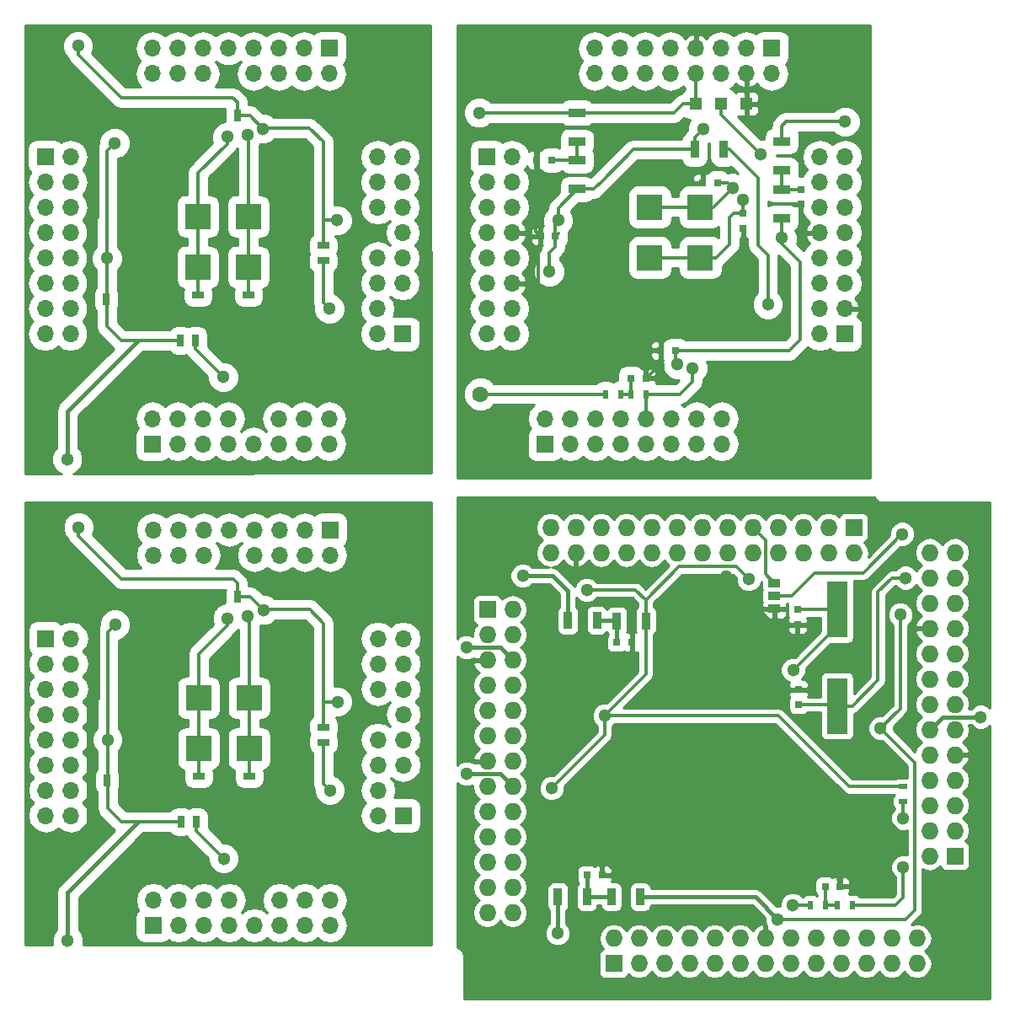
<source format=gbl>
G04 #@! TF.FileFunction,Copper,L2,Bot,Signal*
%FSLAX46Y46*%
G04 Gerber Fmt 4.6, Leading zero omitted, Abs format (unit mm)*
G04 Created by KiCad (PCBNEW 4.0.5+dfsg1-4) date Mon Jun 11 22:34:57 2018*
%MOMM*%
%LPD*%
G01*
G04 APERTURE LIST*
%ADD10C,0.150000*%
%ADD11R,1.700000X1.700000*%
%ADD12O,1.700000X1.700000*%
%ADD13R,1.143000X0.635000*%
%ADD14R,0.635000X1.143000*%
%ADD15R,2.540000X2.540000*%
%ADD16R,0.800000X0.750000*%
%ADD17R,0.750000X0.800000*%
%ADD18R,0.500000X0.900000*%
%ADD19R,1.300000X1.300000*%
%ADD20R,1.700000X0.900000*%
%ADD21R,0.900000X1.700000*%
%ADD22R,0.900000X0.500000*%
%ADD23R,1.727200X1.727200*%
%ADD24O,1.727200X1.727200*%
%ADD25R,2.100580X5.600700*%
%ADD26R,1.270000X0.965200*%
%ADD27C,1.300000*%
%ADD28C,1.600200*%
%ADD29C,0.350520*%
%ADD30C,0.398780*%
%ADD31C,0.299720*%
%ADD32C,0.231140*%
%ADD33C,0.203200*%
%ADD34C,0.254000*%
G04 APERTURE END LIST*
D10*
D11*
X112318800Y-98526600D03*
D12*
X114858800Y-98526600D03*
X112318800Y-101066600D03*
X114858800Y-101066600D03*
X112318800Y-103606600D03*
X114858800Y-103606600D03*
X112318800Y-106146600D03*
X114858800Y-106146600D03*
X112318800Y-108686600D03*
X114858800Y-108686600D03*
X112318800Y-111226600D03*
X114858800Y-111226600D03*
X112318800Y-113766600D03*
X114858800Y-113766600D03*
X112318800Y-116306600D03*
X114858800Y-116306600D03*
D11*
X123113800Y-127355600D03*
D12*
X123113800Y-124815600D03*
X125653800Y-127355600D03*
X125653800Y-124815600D03*
X128193800Y-127355600D03*
X128193800Y-124815600D03*
X130733800Y-127355600D03*
X130733800Y-124815600D03*
X133273800Y-127355600D03*
X133273800Y-124815600D03*
X135813800Y-127355600D03*
X135813800Y-124815600D03*
X138353800Y-127355600D03*
X138353800Y-124815600D03*
X140893800Y-127355600D03*
X140893800Y-124815600D03*
D11*
X148259800Y-116306600D03*
D12*
X145719800Y-116306600D03*
X148259800Y-113766600D03*
X145719800Y-113766600D03*
X148259800Y-111226600D03*
X145719800Y-111226600D03*
X148259800Y-108686600D03*
X145719800Y-108686600D03*
X148259800Y-106146600D03*
X145719800Y-106146600D03*
X148259800Y-103606600D03*
X145719800Y-103606600D03*
X148259800Y-101066600D03*
X145719800Y-101066600D03*
X148259800Y-98526600D03*
X145719800Y-98526600D03*
D11*
X140893800Y-87604600D03*
D12*
X140893800Y-90144600D03*
X138353800Y-87604600D03*
X138353800Y-90144600D03*
X135813800Y-87604600D03*
X135813800Y-90144600D03*
X133273800Y-87604600D03*
X133273800Y-90144600D03*
X130733800Y-87604600D03*
X130733800Y-90144600D03*
X128193800Y-87604600D03*
X128193800Y-90144600D03*
X125653800Y-87604600D03*
X125653800Y-90144600D03*
X123113800Y-87604600D03*
X123113800Y-90144600D03*
D13*
X140258800Y-107416600D03*
X140258800Y-108940600D03*
D14*
X127431800Y-116941600D03*
X125907800Y-116941600D03*
X131622800Y-94335600D03*
X130098800Y-94335600D03*
X118478300Y-112814100D03*
X120002300Y-112814100D03*
D13*
X132765800Y-112369600D03*
X132765800Y-113893600D03*
X127685800Y-112369600D03*
X127685800Y-113893600D03*
D15*
X127685800Y-109575600D03*
X132765800Y-109575600D03*
X132765800Y-104495600D03*
X127685800Y-104495600D03*
D11*
X162496500Y-78994000D03*
D12*
X162496500Y-76454000D03*
X165036500Y-78994000D03*
X165036500Y-76454000D03*
X167576500Y-78994000D03*
X167576500Y-76454000D03*
X170116500Y-78994000D03*
X170116500Y-76454000D03*
X172656500Y-78994000D03*
X172656500Y-76454000D03*
X175196500Y-78994000D03*
X175196500Y-76454000D03*
X177736500Y-78994000D03*
X177736500Y-76454000D03*
X180276500Y-78994000D03*
X180276500Y-76454000D03*
D15*
X127635000Y-61214000D03*
X132715000Y-61214000D03*
X132715000Y-56134000D03*
X127635000Y-56134000D03*
D13*
X127635000Y-64008000D03*
X127635000Y-65532000D03*
X132715000Y-64008000D03*
X132715000Y-65532000D03*
D14*
X118427500Y-64452500D03*
X119951500Y-64452500D03*
X131572000Y-45974000D03*
X130048000Y-45974000D03*
X127381000Y-68580000D03*
X125857000Y-68580000D03*
D13*
X140208000Y-59055000D03*
X140208000Y-60579000D03*
D16*
X162064000Y-58102500D03*
X163564000Y-58102500D03*
X174129000Y-69596000D03*
X175629000Y-69596000D03*
X161683000Y-50482500D03*
X163183000Y-50482500D03*
D17*
X188214000Y-54915500D03*
X188214000Y-53415500D03*
D16*
X172644500Y-72390000D03*
X171144500Y-72390000D03*
X178383500Y-52768500D03*
X179883500Y-52768500D03*
D17*
X182435500Y-57328500D03*
X182435500Y-55828500D03*
D18*
X172644500Y-73977500D03*
X171144500Y-73977500D03*
X170104500Y-73977500D03*
X168604500Y-73977500D03*
D15*
X178117500Y-60261500D03*
X178117500Y-55181500D03*
X173037500Y-55181500D03*
X173037500Y-60261500D03*
D19*
X177673000Y-44831000D03*
X180213000Y-44831000D03*
X182753000Y-44831000D03*
D20*
X165735000Y-45730500D03*
X165735000Y-48630500D03*
X165735000Y-50493000D03*
X165735000Y-53393000D03*
X186309000Y-48588000D03*
X186309000Y-51488000D03*
X186309000Y-53414000D03*
X186309000Y-56314000D03*
D21*
X177556500Y-49403000D03*
X180456500Y-49403000D03*
D11*
X156654500Y-50165000D03*
D12*
X159194500Y-50165000D03*
X156654500Y-52705000D03*
X159194500Y-52705000D03*
X156654500Y-55245000D03*
X159194500Y-55245000D03*
X156654500Y-57785000D03*
X159194500Y-57785000D03*
X156654500Y-60325000D03*
X159194500Y-60325000D03*
X156654500Y-62865000D03*
X159194500Y-62865000D03*
X156654500Y-65405000D03*
X159194500Y-65405000D03*
X156654500Y-67945000D03*
X159194500Y-67945000D03*
D11*
X185293000Y-39243000D03*
D12*
X185293000Y-41783000D03*
X182753000Y-39243000D03*
X182753000Y-41783000D03*
X180213000Y-39243000D03*
X180213000Y-41783000D03*
X177673000Y-39243000D03*
X177673000Y-41783000D03*
X175133000Y-39243000D03*
X175133000Y-41783000D03*
X172593000Y-39243000D03*
X172593000Y-41783000D03*
X170053000Y-39243000D03*
X170053000Y-41783000D03*
X167513000Y-39243000D03*
X167513000Y-41783000D03*
D11*
X192659000Y-67945000D03*
D12*
X190119000Y-67945000D03*
X192659000Y-65405000D03*
X190119000Y-65405000D03*
X192659000Y-62865000D03*
X190119000Y-62865000D03*
X192659000Y-60325000D03*
X190119000Y-60325000D03*
X192659000Y-57785000D03*
X190119000Y-57785000D03*
X192659000Y-55245000D03*
X190119000Y-55245000D03*
X192659000Y-52705000D03*
X190119000Y-52705000D03*
X192659000Y-50165000D03*
X190119000Y-50165000D03*
D11*
X140843000Y-39243000D03*
D12*
X140843000Y-41783000D03*
X138303000Y-39243000D03*
X138303000Y-41783000D03*
X135763000Y-39243000D03*
X135763000Y-41783000D03*
X133223000Y-39243000D03*
X133223000Y-41783000D03*
X130683000Y-39243000D03*
X130683000Y-41783000D03*
X128143000Y-39243000D03*
X128143000Y-41783000D03*
X125603000Y-39243000D03*
X125603000Y-41783000D03*
X123063000Y-39243000D03*
X123063000Y-41783000D03*
D11*
X148209000Y-67945000D03*
D12*
X145669000Y-67945000D03*
X148209000Y-65405000D03*
X145669000Y-65405000D03*
X148209000Y-62865000D03*
X145669000Y-62865000D03*
X148209000Y-60325000D03*
X145669000Y-60325000D03*
X148209000Y-57785000D03*
X145669000Y-57785000D03*
X148209000Y-55245000D03*
X145669000Y-55245000D03*
X148209000Y-52705000D03*
X145669000Y-52705000D03*
X148209000Y-50165000D03*
X145669000Y-50165000D03*
D11*
X123063000Y-78994000D03*
D12*
X123063000Y-76454000D03*
X125603000Y-78994000D03*
X125603000Y-76454000D03*
X128143000Y-78994000D03*
X128143000Y-76454000D03*
X130683000Y-78994000D03*
X130683000Y-76454000D03*
X133223000Y-78994000D03*
X133223000Y-76454000D03*
X135763000Y-78994000D03*
X135763000Y-76454000D03*
X138303000Y-78994000D03*
X138303000Y-76454000D03*
X140843000Y-78994000D03*
X140843000Y-76454000D03*
D11*
X112268000Y-50165000D03*
D12*
X114808000Y-50165000D03*
X112268000Y-52705000D03*
X114808000Y-52705000D03*
X112268000Y-55245000D03*
X114808000Y-55245000D03*
X112268000Y-57785000D03*
X114808000Y-57785000D03*
X112268000Y-60325000D03*
X114808000Y-60325000D03*
X112268000Y-62865000D03*
X114808000Y-62865000D03*
X112268000Y-65405000D03*
X114808000Y-65405000D03*
X112268000Y-67945000D03*
X114808000Y-67945000D03*
D16*
X169734800Y-98933000D03*
X171234800Y-98933000D03*
X166737600Y-122301000D03*
X168237600Y-122301000D03*
D17*
X188010800Y-105169400D03*
X188010800Y-103669400D03*
D16*
X190664400Y-123418600D03*
X192164400Y-123418600D03*
D17*
X187909200Y-95643000D03*
X187909200Y-97143000D03*
D22*
X198526400Y-113423000D03*
X198526400Y-114923000D03*
D18*
X189191200Y-125298200D03*
X190691200Y-125298200D03*
X191883600Y-125298200D03*
X193383600Y-125298200D03*
D23*
X169418000Y-131191000D03*
D24*
X169418000Y-128651000D03*
X171958000Y-131191000D03*
X171958000Y-128651000D03*
X174498000Y-131191000D03*
X174498000Y-128651000D03*
X177038000Y-131191000D03*
X177038000Y-128651000D03*
X179578000Y-131191000D03*
X179578000Y-128651000D03*
X182118000Y-131191000D03*
X182118000Y-128651000D03*
X184658000Y-131191000D03*
X184658000Y-128651000D03*
X187198000Y-131191000D03*
X187198000Y-128651000D03*
X189738000Y-131191000D03*
X189738000Y-128651000D03*
X192278000Y-131191000D03*
X192278000Y-128651000D03*
X194818000Y-131191000D03*
X194818000Y-128651000D03*
X197358000Y-131191000D03*
X197358000Y-128651000D03*
X199898000Y-131191000D03*
X199898000Y-128651000D03*
D23*
X203708000Y-120370600D03*
D24*
X201168000Y-120370600D03*
X203708000Y-117830600D03*
X201168000Y-117830600D03*
X203708000Y-115290600D03*
X201168000Y-115290600D03*
X203708000Y-112750600D03*
X201168000Y-112750600D03*
X203708000Y-110210600D03*
X201168000Y-110210600D03*
X203708000Y-107670600D03*
X201168000Y-107670600D03*
X203708000Y-105130600D03*
X201168000Y-105130600D03*
X203708000Y-102590600D03*
X201168000Y-102590600D03*
X203708000Y-100050600D03*
X201168000Y-100050600D03*
X203708000Y-97510600D03*
X201168000Y-97510600D03*
X203708000Y-94970600D03*
X201168000Y-94970600D03*
X203708000Y-92430600D03*
X201168000Y-92430600D03*
X203708000Y-89890600D03*
X201168000Y-89890600D03*
D23*
X193548000Y-87376000D03*
D24*
X193548000Y-89916000D03*
X191008000Y-87376000D03*
X191008000Y-89916000D03*
X188468000Y-87376000D03*
X188468000Y-89916000D03*
X185928000Y-87376000D03*
X185928000Y-89916000D03*
X183388000Y-87376000D03*
X183388000Y-89916000D03*
X180848000Y-87376000D03*
X180848000Y-89916000D03*
X178308000Y-87376000D03*
X178308000Y-89916000D03*
X175768000Y-87376000D03*
X175768000Y-89916000D03*
X173228000Y-87376000D03*
X173228000Y-89916000D03*
X170688000Y-87376000D03*
X170688000Y-89916000D03*
X168148000Y-87376000D03*
X168148000Y-89916000D03*
X165608000Y-87376000D03*
X165608000Y-89916000D03*
X163068000Y-87376000D03*
X163068000Y-89916000D03*
D23*
X156718000Y-95631000D03*
D24*
X159258000Y-95631000D03*
X156718000Y-98171000D03*
X159258000Y-98171000D03*
X156718000Y-100711000D03*
X159258000Y-100711000D03*
X156718000Y-103251000D03*
X159258000Y-103251000D03*
X156718000Y-105791000D03*
X159258000Y-105791000D03*
X156718000Y-108331000D03*
X159258000Y-108331000D03*
X156718000Y-110871000D03*
X159258000Y-110871000D03*
X156718000Y-113411000D03*
X159258000Y-113411000D03*
X156718000Y-115951000D03*
X159258000Y-115951000D03*
X156718000Y-118491000D03*
X159258000Y-118491000D03*
X156718000Y-121031000D03*
X159258000Y-121031000D03*
X156718000Y-123571000D03*
X159258000Y-123571000D03*
X156718000Y-126111000D03*
X159258000Y-126111000D03*
D21*
X164818400Y-96697800D03*
X167718400Y-96697800D03*
X169746000Y-96748600D03*
X172646000Y-96748600D03*
X163802400Y-124485400D03*
X166702400Y-124485400D03*
X169187200Y-124485400D03*
X172087200Y-124485400D03*
D25*
X191871600Y-95608140D03*
X191871600Y-105305860D03*
D26*
X185572400Y-92989400D03*
X185572400Y-94259400D03*
X185572400Y-95529400D03*
D27*
X141655800Y-104876600D03*
X119303800Y-97129600D03*
X114541300Y-128879600D03*
X118541800Y-108686600D03*
X134226300Y-95669100D03*
X115620800Y-87350600D03*
X115570000Y-38989000D03*
X134175500Y-47307500D03*
X118491000Y-60325000D03*
X114490500Y-80518000D03*
X119253000Y-48768000D03*
X141605000Y-56515000D03*
X140893800Y-113766600D03*
X140843000Y-65405000D03*
X132638800Y-96304100D03*
X132588000Y-47942500D03*
X130606800Y-96494600D03*
X130556000Y-48133000D03*
X130225800Y-120624600D03*
X130175000Y-72263000D03*
X132638800Y-118846600D03*
X117652800Y-93319600D03*
X129082800Y-95224600D03*
X113588800Y-122593100D03*
X113538000Y-74231500D03*
X129032000Y-46863000D03*
X117602000Y-44958000D03*
X132588000Y-70485000D03*
D28*
X156019500Y-73977500D03*
D27*
X155892500Y-45720000D03*
X192659000Y-46609000D03*
X173926500Y-71120000D03*
X161798000Y-63436500D03*
X161607500Y-48069500D03*
X184912000Y-64960500D03*
X181356000Y-53276500D03*
X182435500Y-54419500D03*
X177355500Y-71374000D03*
X184213500Y-49911000D03*
X162941000Y-61658500D03*
X163830000Y-56515000D03*
X178435000Y-47307500D03*
X175831500Y-70993000D03*
X186309000Y-58293000D03*
X198526400Y-121488200D03*
X160274000Y-92227400D03*
X163779200Y-128143000D03*
X154635200Y-112141000D03*
X154635200Y-99441000D03*
X206298800Y-106400600D03*
X182575200Y-112039400D03*
X168249600Y-120726200D03*
X161086800Y-112141000D03*
X161137600Y-101981000D03*
X180746400Y-92329000D03*
X198780400Y-92430600D03*
X187452000Y-101676200D03*
X187401200Y-125349000D03*
X198424800Y-88036400D03*
X198526400Y-116560600D03*
X168503600Y-106299000D03*
X163169600Y-113563400D03*
X182981600Y-92583000D03*
X166725600Y-93649800D03*
X198221600Y-96139000D03*
X196240400Y-107569000D03*
X185877200Y-126720600D03*
D29*
X119938800Y-92557600D02*
X115620800Y-88239600D01*
X115620800Y-88239600D02*
X115620800Y-87350600D01*
X131178300Y-92557600D02*
X119938800Y-92557600D01*
X131622800Y-93002100D02*
X131178300Y-92557600D01*
D30*
X114541300Y-124053600D02*
X114541300Y-128879600D01*
D29*
X140258800Y-107416600D02*
X140258800Y-104876600D01*
X118541800Y-115544600D02*
X119938800Y-116941600D01*
X121653300Y-116941600D02*
X125907800Y-116941600D01*
X118541800Y-108686600D02*
X118541800Y-115544600D01*
X132892800Y-94335600D02*
X134226300Y-95669100D01*
X131622800Y-94335600D02*
X132892800Y-94335600D01*
X140258800Y-104876600D02*
X141655800Y-104876600D01*
X140258800Y-97002600D02*
X138861800Y-95605600D01*
X118478300Y-112814100D02*
X118541800Y-112750600D01*
X118541800Y-112750600D02*
X118541800Y-108686600D01*
X120319800Y-116941600D02*
X121653300Y-116941600D01*
X119938800Y-116941600D02*
X120319800Y-116941600D01*
X134226300Y-95669100D02*
X134226300Y-95605600D01*
X140258800Y-104876600D02*
X140258800Y-97002600D01*
X118541800Y-108686600D02*
X118541800Y-97891600D01*
X118541800Y-97891600D02*
X119303800Y-97129600D01*
X131622800Y-94335600D02*
X131622800Y-93002100D01*
D30*
X121653300Y-116941600D02*
X114541300Y-124053600D01*
D29*
X138861800Y-95605600D02*
X134226300Y-95605600D01*
X138811000Y-47244000D02*
X134175500Y-47244000D01*
D30*
X121602500Y-68580000D02*
X114490500Y-75692000D01*
D29*
X131572000Y-45974000D02*
X131572000Y-44640500D01*
X118491000Y-49530000D02*
X119253000Y-48768000D01*
X118491000Y-60325000D02*
X118491000Y-49530000D01*
X140208000Y-56515000D02*
X140208000Y-48641000D01*
X134175500Y-47307500D02*
X134175500Y-47244000D01*
X119888000Y-68580000D02*
X120269000Y-68580000D01*
X120269000Y-68580000D02*
X121602500Y-68580000D01*
X118491000Y-64389000D02*
X118491000Y-60325000D01*
X118427500Y-64452500D02*
X118491000Y-64389000D01*
X140208000Y-48641000D02*
X138811000Y-47244000D01*
X140208000Y-56515000D02*
X141605000Y-56515000D01*
X131572000Y-45974000D02*
X132842000Y-45974000D01*
X132842000Y-45974000D02*
X134175500Y-47307500D01*
X118491000Y-60325000D02*
X118491000Y-67183000D01*
X121602500Y-68580000D02*
X125857000Y-68580000D01*
X118491000Y-67183000D02*
X119888000Y-68580000D01*
X140208000Y-59055000D02*
X140208000Y-56515000D01*
D30*
X114490500Y-75692000D02*
X114490500Y-80518000D01*
D29*
X131572000Y-44640500D02*
X131127500Y-44196000D01*
X131127500Y-44196000D02*
X119888000Y-44196000D01*
X115570000Y-39878000D02*
X115570000Y-38989000D01*
X119888000Y-44196000D02*
X115570000Y-39878000D01*
X140258800Y-113131600D02*
X140258800Y-111734600D01*
X140893800Y-113766600D02*
X140258800Y-113131600D01*
X140258800Y-108940600D02*
X140258800Y-111734600D01*
X140208000Y-60579000D02*
X140208000Y-63373000D01*
X140843000Y-65405000D02*
X140208000Y-64770000D01*
X140208000Y-64770000D02*
X140208000Y-63373000D01*
X132638800Y-96304100D02*
X132765800Y-96431100D01*
X132765800Y-96431100D02*
X132765800Y-101003100D01*
X132765800Y-109575600D02*
X132765800Y-112369600D01*
X132765800Y-104495600D02*
X132765800Y-101003100D01*
X132765800Y-104495600D02*
X132765800Y-109575600D01*
X132715000Y-56134000D02*
X132715000Y-61214000D01*
X132715000Y-56134000D02*
X132715000Y-52641500D01*
X132715000Y-61214000D02*
X132715000Y-64008000D01*
X132715000Y-48069500D02*
X132715000Y-52641500D01*
X132588000Y-47942500D02*
X132715000Y-48069500D01*
X130606800Y-96494600D02*
X130606800Y-97193100D01*
X130606800Y-97193100D02*
X127685800Y-100114100D01*
X127685800Y-100114100D02*
X127685800Y-104495600D01*
X127685800Y-109575600D02*
X127685800Y-112369600D01*
X127685800Y-104495600D02*
X127685800Y-109575600D01*
X127635000Y-56134000D02*
X127635000Y-61214000D01*
X127635000Y-61214000D02*
X127635000Y-64008000D01*
X127635000Y-51752500D02*
X127635000Y-56134000D01*
X130556000Y-48831500D02*
X127635000Y-51752500D01*
X130556000Y-48133000D02*
X130556000Y-48831500D01*
X130225800Y-120624600D02*
X127431800Y-117830600D01*
X127431800Y-117830600D02*
X127431800Y-116941600D01*
X127381000Y-69469000D02*
X127381000Y-68580000D01*
X130175000Y-72263000D02*
X127381000Y-69469000D01*
X132765800Y-113893600D02*
X127685800Y-113893600D01*
X130098800Y-94335600D02*
X129971800Y-94335600D01*
X127685800Y-113893600D02*
X127685800Y-114782600D01*
X120002300Y-112814100D02*
X122097800Y-114909600D01*
X122097800Y-114909600D02*
X127495300Y-114909600D01*
X127685800Y-113893600D02*
X127685800Y-114909600D01*
X129971800Y-94335600D02*
X129082800Y-95224600D01*
X129971800Y-94335600D02*
X129082800Y-95224600D01*
X127495300Y-114909600D02*
X127685800Y-114909600D01*
X132575300Y-118846600D02*
X128638300Y-114909600D01*
X128638300Y-114909600D02*
X127685800Y-114909600D01*
X132638800Y-118846600D02*
X132575300Y-118846600D01*
X129082800Y-95224600D02*
X117652800Y-95224600D01*
X117779800Y-93446600D02*
X117779800Y-95097600D01*
X117652800Y-93319600D02*
X117652800Y-95224600D01*
X117652800Y-93319600D02*
X117779800Y-93446600D01*
D30*
X117525800Y-95224600D02*
X117525800Y-104495600D01*
X117525800Y-93446600D02*
X117525800Y-95224600D01*
X117652800Y-93319600D02*
X117525800Y-93446600D01*
D29*
X117525800Y-95224600D02*
X117652800Y-95224600D01*
D30*
X116636800Y-105384600D02*
X116636800Y-119545100D01*
X117525800Y-104495600D02*
X116636800Y-105384600D01*
X116636800Y-119545100D02*
X113588800Y-122593100D01*
X116586000Y-71183500D02*
X113538000Y-74231500D01*
X117475000Y-56134000D02*
X116586000Y-57023000D01*
X116586000Y-57023000D02*
X116586000Y-71183500D01*
D29*
X117475000Y-46863000D02*
X117602000Y-46863000D01*
D30*
X117602000Y-44958000D02*
X117475000Y-45085000D01*
X117475000Y-45085000D02*
X117475000Y-46863000D01*
X117475000Y-46863000D02*
X117475000Y-56134000D01*
D29*
X117602000Y-44958000D02*
X117729000Y-45085000D01*
X117602000Y-44958000D02*
X117602000Y-46863000D01*
X117729000Y-45085000D02*
X117729000Y-46736000D01*
X129032000Y-46863000D02*
X117602000Y-46863000D01*
X132588000Y-70485000D02*
X132524500Y-70485000D01*
X128587500Y-66548000D02*
X127635000Y-66548000D01*
X132524500Y-70485000D02*
X128587500Y-66548000D01*
X127444500Y-66548000D02*
X127635000Y-66548000D01*
X129921000Y-45974000D02*
X129032000Y-46863000D01*
X129921000Y-45974000D02*
X129032000Y-46863000D01*
X127635000Y-65532000D02*
X127635000Y-66548000D01*
X122047000Y-66548000D02*
X127444500Y-66548000D01*
X119951500Y-64452500D02*
X122047000Y-66548000D01*
X127635000Y-65532000D02*
X127635000Y-66421000D01*
X130048000Y-45974000D02*
X129921000Y-45974000D01*
X132715000Y-65532000D02*
X127635000Y-65532000D01*
D31*
X168604500Y-73977500D02*
X156019500Y-73977500D01*
X165735000Y-45730500D02*
X175503500Y-45730500D01*
X176403000Y-44831000D02*
X177673000Y-44831000D01*
X175503500Y-45730500D02*
X176403000Y-44831000D01*
X165735000Y-45730500D02*
X155903000Y-45730500D01*
X155903000Y-45730500D02*
X155892500Y-45720000D01*
X186309000Y-48588000D02*
X186309000Y-47053500D01*
X186753500Y-46609000D02*
X192659000Y-46609000D01*
X186309000Y-47053500D02*
X186753500Y-46609000D01*
X177673000Y-41783000D02*
X177673000Y-44831000D01*
X174129000Y-69596000D02*
X174129000Y-70917500D01*
X174129000Y-70917500D02*
X173926500Y-71120000D01*
X172644500Y-72390000D02*
X172656500Y-72390000D01*
X172656500Y-72390000D02*
X173926500Y-71120000D01*
X182753000Y-41783000D02*
X182753000Y-44831000D01*
X178383500Y-52768500D02*
X169989500Y-52768500D01*
X169989500Y-52768500D02*
X169037000Y-53721000D01*
X161798000Y-63436500D02*
X181483000Y-63436500D01*
X182435500Y-62484000D02*
X182435500Y-57328500D01*
X181483000Y-63436500D02*
X182435500Y-62484000D01*
X169037000Y-53721000D02*
X169037000Y-61773500D01*
X169088500Y-53669500D02*
X169037000Y-53721000D01*
X188214000Y-54915500D02*
X188214000Y-57531000D01*
X188468000Y-57785000D02*
X190119000Y-57785000D01*
X188214000Y-57531000D02*
X188468000Y-57785000D01*
X161683000Y-50482500D02*
X161683000Y-48145000D01*
X161683000Y-48145000D02*
X161607500Y-48069500D01*
X169037000Y-61773500D02*
X166953500Y-61773500D01*
X165290500Y-63436500D02*
X161798000Y-63436500D01*
X166953500Y-61773500D02*
X165290500Y-63436500D01*
X162064000Y-58102500D02*
X162064000Y-59487500D01*
X161798000Y-59753500D02*
X161798000Y-63436500D01*
X162064000Y-59487500D02*
X161798000Y-59753500D01*
X161607500Y-48069500D02*
X161607500Y-57646000D01*
X161607500Y-57646000D02*
X162064000Y-58102500D01*
X174105000Y-69620000D02*
X174129000Y-69596000D01*
X184912000Y-64960500D02*
X184912000Y-60007500D01*
X184912000Y-60007500D02*
X183896000Y-58991500D01*
X181038500Y-49403000D02*
X183896000Y-52260500D01*
X181038500Y-49403000D02*
X180456500Y-49403000D01*
X183896000Y-52260500D02*
X183896000Y-58991500D01*
X163183000Y-50482500D02*
X165724500Y-50482500D01*
X165724500Y-50482500D02*
X165735000Y-50493000D01*
X165735000Y-48630500D02*
X165735000Y-50493000D01*
X188214000Y-53415500D02*
X186310500Y-53415500D01*
X186310500Y-53415500D02*
X186309000Y-53414000D01*
X186309000Y-51488000D02*
X186309000Y-53414000D01*
X186307500Y-53415500D02*
X186309000Y-53414000D01*
X171144500Y-73977500D02*
X171144500Y-72771000D01*
X171144500Y-72771000D02*
X171144500Y-72390000D01*
X171144500Y-73977500D02*
X170104500Y-73977500D01*
X179883500Y-52768500D02*
X180848000Y-52768500D01*
X180848000Y-52768500D02*
X181356000Y-53276500D01*
X178117500Y-55181500D02*
X179451000Y-55181500D01*
X179451000Y-55181500D02*
X181356000Y-53276500D01*
X173037500Y-55181500D02*
X178117500Y-55181500D01*
X173025500Y-55169500D02*
X173037500Y-55181500D01*
X178117500Y-60261500D02*
X179705000Y-60261500D01*
X181471000Y-55828500D02*
X182435500Y-55828500D01*
X181038500Y-56261000D02*
X181471000Y-55828500D01*
X181038500Y-58928000D02*
X181038500Y-56261000D01*
X179705000Y-60261500D02*
X181038500Y-58928000D01*
X182435500Y-55828500D02*
X182435500Y-54419500D01*
X179324000Y-60261500D02*
X178117500Y-60261500D01*
X173025500Y-60273500D02*
X173037500Y-60261500D01*
X173037500Y-60261500D02*
X178117500Y-60261500D01*
X172644500Y-73977500D02*
X176085500Y-73977500D01*
X176085500Y-73977500D02*
X177355500Y-72707500D01*
X177355500Y-72707500D02*
X177355500Y-71374000D01*
X172656500Y-76454000D02*
X172656500Y-73989500D01*
X172656500Y-73989500D02*
X172644500Y-73977500D01*
X180213000Y-44831000D02*
X180213000Y-45910500D01*
X180213000Y-45910500D02*
X184213500Y-49911000D01*
X177556500Y-49403000D02*
X177556500Y-48186000D01*
X177556500Y-48186000D02*
X178435000Y-47307500D01*
X165735000Y-53393000D02*
X167396500Y-53393000D01*
X167587000Y-53202500D02*
X168148000Y-52641500D01*
X171386500Y-49403000D02*
X168148000Y-52641500D01*
X171386500Y-49403000D02*
X177556500Y-49403000D01*
X167396500Y-53393000D02*
X167587000Y-53202500D01*
X163830000Y-56515000D02*
X163830000Y-55298000D01*
X163830000Y-55298000D02*
X165735000Y-53393000D01*
X163564000Y-58102500D02*
X163564000Y-56781000D01*
X163564000Y-56781000D02*
X163830000Y-56515000D01*
X162941000Y-61658500D02*
X162941000Y-59817000D01*
X163564000Y-59194000D02*
X163564000Y-58102500D01*
X162941000Y-59817000D02*
X163564000Y-59194000D01*
X163830000Y-57836500D02*
X163564000Y-58102500D01*
X177546000Y-49392500D02*
X177556500Y-49403000D01*
X175629000Y-69596000D02*
X175629000Y-70790500D01*
X175629000Y-70790500D02*
X175831500Y-70993000D01*
X186309000Y-58293000D02*
X186309000Y-58864500D01*
X187071000Y-69596000D02*
X175629000Y-69596000D01*
X188150500Y-68516500D02*
X187071000Y-69596000D01*
X188150500Y-60706000D02*
X188150500Y-68516500D01*
X186309000Y-58864500D02*
X188150500Y-60706000D01*
X186309000Y-56314000D02*
X186309000Y-58293000D01*
X183388000Y-87376000D02*
X183388000Y-87401400D01*
X183388000Y-87401400D02*
X184658000Y-88671400D01*
X184658000Y-92075000D02*
X185572400Y-92989400D01*
X184658000Y-88671400D02*
X184658000Y-92075000D01*
X193383600Y-125298200D02*
X197764400Y-125298200D01*
X198526400Y-124536200D02*
X198526400Y-121488200D01*
X197764400Y-125298200D02*
X198526400Y-124536200D01*
D30*
X164818400Y-96697800D02*
X164818400Y-93774600D01*
X163271200Y-92227400D02*
X160274000Y-92227400D01*
X164818400Y-93774600D02*
X163271200Y-92227400D01*
X163802400Y-128119800D02*
X163802400Y-124485400D01*
X163779200Y-128143000D02*
X163802400Y-128119800D01*
X159258000Y-113411000D02*
X157988000Y-112141000D01*
X157988000Y-112141000D02*
X154635200Y-112141000D01*
X159258000Y-100711000D02*
X157988000Y-99441000D01*
X157988000Y-99441000D02*
X154635200Y-99441000D01*
X206298800Y-106400600D02*
X202463400Y-106400600D01*
X202463400Y-106400600D02*
X201168000Y-107696000D01*
D31*
X185572400Y-95529400D02*
X185572400Y-96799400D01*
X185572400Y-96799400D02*
X185916000Y-97143000D01*
D32*
X192164400Y-123418600D02*
X189218000Y-113957800D01*
X187299600Y-112039400D02*
X182575200Y-112039400D01*
X189218000Y-113957800D02*
X187299600Y-112039400D01*
D31*
X161086800Y-112141000D02*
X161086800Y-113563400D01*
X161086800Y-113563400D02*
X168249600Y-120726200D01*
X168249600Y-120726200D02*
X168237600Y-120726200D01*
X168237600Y-120726200D02*
X168249600Y-120726200D01*
X168249600Y-120726200D02*
X168237600Y-120726200D01*
X168237600Y-122301000D02*
X168237600Y-120726200D01*
X171234800Y-98933000D02*
X171234800Y-100977000D01*
X171234800Y-100977000D02*
X170230800Y-101981000D01*
X170230800Y-101981000D02*
X161137600Y-101981000D01*
X187909200Y-97143000D02*
X185916000Y-97143000D01*
X185916000Y-97143000D02*
X185560400Y-97143000D01*
X185560400Y-97143000D02*
X180746400Y-92329000D01*
X188010800Y-103669400D02*
X186549600Y-103669400D01*
X187108400Y-97143000D02*
X187909200Y-97143000D01*
X185724800Y-98526600D02*
X187108400Y-97143000D01*
X185724800Y-102844600D02*
X185724800Y-98526600D01*
X186549600Y-103669400D02*
X185724800Y-102844600D01*
D30*
X169746000Y-96748600D02*
X169746000Y-98944200D01*
X169746000Y-98944200D02*
X169734800Y-98933000D01*
X167718400Y-96697800D02*
X169695200Y-96697800D01*
X169695200Y-96697800D02*
X169746000Y-96748600D01*
X166702400Y-124485400D02*
X166702400Y-122336200D01*
X166702400Y-122336200D02*
X166737600Y-122301000D01*
X166702400Y-124485400D02*
X169187200Y-124485400D01*
D31*
X191871600Y-105305860D02*
X193423540Y-105305860D01*
X197408800Y-92430600D02*
X198780400Y-92430600D01*
X195986400Y-93853000D02*
X197408800Y-92430600D01*
X195986400Y-102743000D02*
X195986400Y-93853000D01*
X193423540Y-105305860D02*
X195986400Y-102743000D01*
X188010800Y-105169400D02*
X191735140Y-105169400D01*
X191735140Y-105169400D02*
X191871600Y-105305860D01*
X190664400Y-123418600D02*
X190664400Y-125271400D01*
X190664400Y-125271400D02*
X190691200Y-125298200D01*
X191883600Y-125298200D02*
X190691200Y-125298200D01*
X187452000Y-101676200D02*
X191871600Y-97256600D01*
X191871600Y-97256600D02*
X191871600Y-95608140D01*
X187909200Y-95643000D02*
X191836740Y-95643000D01*
X191836740Y-95643000D02*
X191871600Y-95608140D01*
X189191200Y-125298200D02*
X187452000Y-125298200D01*
X187452000Y-125298200D02*
X187401200Y-125349000D01*
X198424800Y-88036400D02*
X198424800Y-88011000D01*
X185572400Y-94259400D02*
X187299600Y-94259400D01*
X194513200Y-91922600D02*
X198424800Y-88011000D01*
X189636400Y-91922600D02*
X194513200Y-91922600D01*
X187299600Y-94259400D02*
X189636400Y-91922600D01*
X198526400Y-114923000D02*
X198526400Y-116560600D01*
X198526400Y-113423000D02*
X193102800Y-113423000D01*
X185978800Y-106299000D02*
X168503600Y-106299000D01*
X193102800Y-113423000D02*
X185978800Y-106299000D01*
X168503600Y-106299000D02*
X168503600Y-108229400D01*
X168503600Y-108229400D02*
X163169600Y-113563400D01*
X172646000Y-101219000D02*
X172646000Y-102156600D01*
X172646000Y-102156600D02*
X168503600Y-106299000D01*
X172646000Y-101219000D02*
X172646000Y-96748600D01*
X180187600Y-91313000D02*
X181711600Y-91313000D01*
X172646000Y-94638200D02*
X175971200Y-91313000D01*
X175971200Y-91313000D02*
X180187600Y-91313000D01*
X172646000Y-96748600D02*
X172646000Y-94638200D01*
X181711600Y-91313000D02*
X182981600Y-92583000D01*
X166725600Y-93649800D02*
X171602400Y-93649800D01*
X171602400Y-93649800D02*
X172646000Y-94693400D01*
X172646000Y-94693400D02*
X172646000Y-96748600D01*
X199694800Y-116662200D02*
X199694800Y-125806200D01*
X198780400Y-126720600D02*
X185877200Y-126720600D01*
X199694800Y-125806200D02*
X198780400Y-126720600D01*
X199694800Y-116662200D02*
X199694800Y-111023400D01*
X196240400Y-107569000D02*
X199694800Y-111023400D01*
X198221600Y-105587800D02*
X198221600Y-96139000D01*
X196240400Y-107569000D02*
X198221600Y-105587800D01*
D30*
X172087200Y-124485400D02*
X183642000Y-124485400D01*
X183642000Y-124485400D02*
X185877200Y-126720600D01*
D33*
X185877200Y-126720600D02*
X183642000Y-124485400D01*
D34*
G36*
X151066324Y-81915194D02*
X115106229Y-81970011D01*
X115382688Y-81855780D01*
X115826721Y-81412522D01*
X116067325Y-80833081D01*
X116067873Y-80205672D01*
X115828280Y-79625812D01*
X115616990Y-79414153D01*
X115616990Y-78144000D01*
X121267738Y-78144000D01*
X121267738Y-79844000D01*
X121332384Y-80187562D01*
X121535429Y-80503104D01*
X121845240Y-80714789D01*
X122213000Y-80789262D01*
X123913000Y-80789262D01*
X124256562Y-80724616D01*
X124572104Y-80521571D01*
X124612140Y-80462976D01*
X124922933Y-80670641D01*
X125603000Y-80805915D01*
X126283067Y-80670641D01*
X126859599Y-80285414D01*
X126873000Y-80265358D01*
X126886401Y-80285414D01*
X127462933Y-80670641D01*
X128143000Y-80805915D01*
X128823067Y-80670641D01*
X129399599Y-80285414D01*
X129413000Y-80265358D01*
X129426401Y-80285414D01*
X130002933Y-80670641D01*
X130683000Y-80805915D01*
X131363067Y-80670641D01*
X131939599Y-80285414D01*
X131953000Y-80265358D01*
X131966401Y-80285414D01*
X132542933Y-80670641D01*
X133223000Y-80805915D01*
X133903067Y-80670641D01*
X134479599Y-80285414D01*
X134493000Y-80265358D01*
X134506401Y-80285414D01*
X135082933Y-80670641D01*
X135763000Y-80805915D01*
X136443067Y-80670641D01*
X137019599Y-80285414D01*
X137033000Y-80265358D01*
X137046401Y-80285414D01*
X137622933Y-80670641D01*
X138303000Y-80805915D01*
X138983067Y-80670641D01*
X139559599Y-80285414D01*
X139573000Y-80265358D01*
X139586401Y-80285414D01*
X140162933Y-80670641D01*
X140843000Y-80805915D01*
X141523067Y-80670641D01*
X142099599Y-80285414D01*
X142484826Y-79708882D01*
X142620100Y-79028815D01*
X142620100Y-78959185D01*
X142484826Y-78279118D01*
X142113907Y-77724000D01*
X142484826Y-77168882D01*
X142620100Y-76488815D01*
X142620100Y-76419185D01*
X142484826Y-75739118D01*
X142099599Y-75162586D01*
X141523067Y-74777359D01*
X140843000Y-74642085D01*
X140162933Y-74777359D01*
X139586401Y-75162586D01*
X139573000Y-75182642D01*
X139559599Y-75162586D01*
X138983067Y-74777359D01*
X138303000Y-74642085D01*
X137622933Y-74777359D01*
X137046401Y-75162586D01*
X137033000Y-75182642D01*
X137019599Y-75162586D01*
X136443067Y-74777359D01*
X135763000Y-74642085D01*
X135082933Y-74777359D01*
X134506401Y-75162586D01*
X134121174Y-75739118D01*
X133985900Y-76419185D01*
X133985900Y-76488815D01*
X134121174Y-77168882D01*
X134476320Y-77700395D01*
X133903067Y-77317359D01*
X133223000Y-77182085D01*
X132542933Y-77317359D01*
X131969680Y-77700395D01*
X132324826Y-77168882D01*
X132460100Y-76488815D01*
X132460100Y-76419185D01*
X132324826Y-75739118D01*
X131939599Y-75162586D01*
X131363067Y-74777359D01*
X130683000Y-74642085D01*
X130002933Y-74777359D01*
X129426401Y-75162586D01*
X129413000Y-75182642D01*
X129399599Y-75162586D01*
X128823067Y-74777359D01*
X128143000Y-74642085D01*
X127462933Y-74777359D01*
X126886401Y-75162586D01*
X126873000Y-75182642D01*
X126859599Y-75162586D01*
X126283067Y-74777359D01*
X125603000Y-74642085D01*
X124922933Y-74777359D01*
X124346401Y-75162586D01*
X124333000Y-75182642D01*
X124319599Y-75162586D01*
X123743067Y-74777359D01*
X123063000Y-74642085D01*
X122382933Y-74777359D01*
X121806401Y-75162586D01*
X121421174Y-75739118D01*
X121285900Y-76419185D01*
X121285900Y-76488815D01*
X121421174Y-77168882D01*
X121600116Y-77436687D01*
X121553896Y-77466429D01*
X121342211Y-77776240D01*
X121267738Y-78144000D01*
X115616990Y-78144000D01*
X115616990Y-76158608D01*
X122093238Y-69682360D01*
X124779407Y-69682360D01*
X124861929Y-69810604D01*
X125171740Y-70022289D01*
X125539500Y-70096762D01*
X126174500Y-70096762D01*
X126463766Y-70042332D01*
X126601514Y-70248486D01*
X128597916Y-72244888D01*
X128597627Y-72575328D01*
X128837220Y-73155188D01*
X129280478Y-73599221D01*
X129859919Y-73839825D01*
X130487328Y-73840373D01*
X131067188Y-73600780D01*
X131511221Y-73157522D01*
X131751825Y-72578081D01*
X131752373Y-71950672D01*
X131512780Y-71370812D01*
X131069522Y-70926779D01*
X130490081Y-70686175D01*
X130156856Y-70685884D01*
X128640177Y-69169205D01*
X128643762Y-69151500D01*
X128643762Y-68008500D01*
X128579116Y-67664938D01*
X128376071Y-67349396D01*
X128066260Y-67137711D01*
X127698500Y-67063238D01*
X127063500Y-67063238D01*
X126719938Y-67127884D01*
X126621028Y-67191531D01*
X126542260Y-67137711D01*
X126174500Y-67063238D01*
X125539500Y-67063238D01*
X125195938Y-67127884D01*
X124880396Y-67330929D01*
X124780153Y-67477640D01*
X121723813Y-67477640D01*
X121602500Y-67453509D01*
X121481187Y-67477640D01*
X120344612Y-67477640D01*
X119593360Y-66726388D01*
X119593360Y-65424586D01*
X119615789Y-65391760D01*
X119690262Y-65024000D01*
X119690262Y-63881000D01*
X119625616Y-63537438D01*
X119593360Y-63487311D01*
X119593360Y-61452975D01*
X119827221Y-61219522D01*
X120067825Y-60640081D01*
X120068373Y-60012672D01*
X119828780Y-59432812D01*
X119593360Y-59196980D01*
X119593360Y-50333790D01*
X120145188Y-50105780D01*
X120589221Y-49662522D01*
X120829825Y-49083081D01*
X120830373Y-48455672D01*
X120590780Y-47875812D01*
X120147522Y-47431779D01*
X119568081Y-47191175D01*
X118940672Y-47190627D01*
X118360812Y-47430220D01*
X117916779Y-47873478D01*
X117676175Y-48452919D01*
X117675868Y-48803861D01*
X117472552Y-49108145D01*
X117388640Y-49530000D01*
X117388640Y-59197025D01*
X117154779Y-59430478D01*
X116914175Y-60009919D01*
X116913627Y-60637328D01*
X117153220Y-61217188D01*
X117388640Y-61453020D01*
X117388640Y-63294544D01*
X117239211Y-63513240D01*
X117164738Y-63881000D01*
X117164738Y-65024000D01*
X117229384Y-65367562D01*
X117388640Y-65615054D01*
X117388640Y-67183000D01*
X117472552Y-67604855D01*
X117711514Y-67962486D01*
X119108514Y-69359486D01*
X119181289Y-69408113D01*
X113693951Y-74895451D01*
X113449759Y-75260911D01*
X113364010Y-75692000D01*
X113364010Y-79414113D01*
X113154279Y-79623478D01*
X112913675Y-80202919D01*
X112913127Y-80830328D01*
X113152720Y-81410188D01*
X113595978Y-81854221D01*
X113879335Y-81971881D01*
X110286800Y-81977357D01*
X110286800Y-52705000D01*
X110456085Y-52705000D01*
X110591359Y-53385067D01*
X110976586Y-53961599D01*
X110996642Y-53975000D01*
X110976586Y-53988401D01*
X110591359Y-54564933D01*
X110456085Y-55245000D01*
X110591359Y-55925067D01*
X110976586Y-56501599D01*
X110996642Y-56515000D01*
X110976586Y-56528401D01*
X110591359Y-57104933D01*
X110456085Y-57785000D01*
X110591359Y-58465067D01*
X110976586Y-59041599D01*
X110996642Y-59055000D01*
X110976586Y-59068401D01*
X110591359Y-59644933D01*
X110456085Y-60325000D01*
X110591359Y-61005067D01*
X110976586Y-61581599D01*
X110996642Y-61595000D01*
X110976586Y-61608401D01*
X110591359Y-62184933D01*
X110456085Y-62865000D01*
X110591359Y-63545067D01*
X110976586Y-64121599D01*
X110996642Y-64135000D01*
X110976586Y-64148401D01*
X110591359Y-64724933D01*
X110456085Y-65405000D01*
X110591359Y-66085067D01*
X110976586Y-66661599D01*
X110996642Y-66675000D01*
X110976586Y-66688401D01*
X110591359Y-67264933D01*
X110456085Y-67945000D01*
X110591359Y-68625067D01*
X110976586Y-69201599D01*
X111553118Y-69586826D01*
X112233185Y-69722100D01*
X112302815Y-69722100D01*
X112982882Y-69586826D01*
X113538000Y-69215907D01*
X114093118Y-69586826D01*
X114773185Y-69722100D01*
X114842815Y-69722100D01*
X115522882Y-69586826D01*
X116099414Y-69201599D01*
X116484641Y-68625067D01*
X116619915Y-67945000D01*
X116484641Y-67264933D01*
X116099414Y-66688401D01*
X116079358Y-66675000D01*
X116099414Y-66661599D01*
X116484641Y-66085067D01*
X116619915Y-65405000D01*
X116484641Y-64724933D01*
X116099414Y-64148401D01*
X116079358Y-64135000D01*
X116099414Y-64121599D01*
X116484641Y-63545067D01*
X116619915Y-62865000D01*
X116484641Y-62184933D01*
X116099414Y-61608401D01*
X116079358Y-61595000D01*
X116099414Y-61581599D01*
X116484641Y-61005067D01*
X116619915Y-60325000D01*
X116484641Y-59644933D01*
X116099414Y-59068401D01*
X116079358Y-59055000D01*
X116099414Y-59041599D01*
X116484641Y-58465067D01*
X116619915Y-57785000D01*
X116484641Y-57104933D01*
X116099414Y-56528401D01*
X116079358Y-56515000D01*
X116099414Y-56501599D01*
X116484641Y-55925067D01*
X116619915Y-55245000D01*
X116484641Y-54564933D01*
X116099414Y-53988401D01*
X116079358Y-53975000D01*
X116099414Y-53961599D01*
X116484641Y-53385067D01*
X116619915Y-52705000D01*
X116484641Y-52024933D01*
X116099414Y-51448401D01*
X116079358Y-51435000D01*
X116099414Y-51421599D01*
X116484641Y-50845067D01*
X116619915Y-50165000D01*
X116484641Y-49484933D01*
X116099414Y-48908401D01*
X115522882Y-48523174D01*
X114842815Y-48387900D01*
X114773185Y-48387900D01*
X114093118Y-48523174D01*
X113825313Y-48702116D01*
X113795571Y-48655896D01*
X113485760Y-48444211D01*
X113118000Y-48369738D01*
X111418000Y-48369738D01*
X111074438Y-48434384D01*
X110758896Y-48637429D01*
X110547211Y-48947240D01*
X110472738Y-49315000D01*
X110472738Y-51015000D01*
X110537384Y-51358562D01*
X110740429Y-51674104D01*
X110799024Y-51714140D01*
X110591359Y-52024933D01*
X110456085Y-52705000D01*
X110286800Y-52705000D01*
X110286800Y-39301328D01*
X113992627Y-39301328D01*
X114232220Y-39881188D01*
X114527015Y-40176498D01*
X114551552Y-40299855D01*
X114790514Y-40657486D01*
X119108514Y-44975486D01*
X119466145Y-45214448D01*
X119888000Y-45298360D01*
X130330327Y-45298360D01*
X130309238Y-45402500D01*
X130309238Y-46545500D01*
X130311155Y-46555686D01*
X130243672Y-46555627D01*
X129663812Y-46795220D01*
X129219779Y-47238478D01*
X128979175Y-47817919D01*
X128978627Y-48445328D01*
X129096917Y-48731611D01*
X126855514Y-50973014D01*
X126616552Y-51330645D01*
X126532640Y-51752500D01*
X126532640Y-53918738D01*
X126365000Y-53918738D01*
X126021438Y-53983384D01*
X125705896Y-54186429D01*
X125494211Y-54496240D01*
X125419738Y-54864000D01*
X125419738Y-57404000D01*
X125484384Y-57747562D01*
X125687429Y-58063104D01*
X125997240Y-58274789D01*
X126365000Y-58349262D01*
X126532640Y-58349262D01*
X126532640Y-58998738D01*
X126365000Y-58998738D01*
X126021438Y-59063384D01*
X125705896Y-59266429D01*
X125494211Y-59576240D01*
X125419738Y-59944000D01*
X125419738Y-62484000D01*
X125484384Y-62827562D01*
X125687429Y-63143104D01*
X125997240Y-63354789D01*
X126178776Y-63391551D01*
X126118238Y-63690500D01*
X126118238Y-64325500D01*
X126182884Y-64669062D01*
X126385929Y-64984604D01*
X126695740Y-65196289D01*
X127063500Y-65270762D01*
X128206500Y-65270762D01*
X128550062Y-65206116D01*
X128865604Y-65003071D01*
X129077289Y-64693260D01*
X129151762Y-64325500D01*
X129151762Y-63690500D01*
X129095849Y-63393351D01*
X129248562Y-63364616D01*
X129564104Y-63161571D01*
X129775789Y-62851760D01*
X129850262Y-62484000D01*
X129850262Y-59944000D01*
X129785616Y-59600438D01*
X129582571Y-59284896D01*
X129272760Y-59073211D01*
X128905000Y-58998738D01*
X128737360Y-58998738D01*
X128737360Y-58349262D01*
X128905000Y-58349262D01*
X129248562Y-58284616D01*
X129564104Y-58081571D01*
X129775789Y-57771760D01*
X129850262Y-57404000D01*
X129850262Y-54864000D01*
X129785616Y-54520438D01*
X129582571Y-54204896D01*
X129272760Y-53993211D01*
X128905000Y-53918738D01*
X128737360Y-53918738D01*
X128737360Y-52209112D01*
X131335486Y-49610986D01*
X131421915Y-49481636D01*
X131448188Y-49470780D01*
X131612640Y-49306615D01*
X131612640Y-53918738D01*
X131445000Y-53918738D01*
X131101438Y-53983384D01*
X130785896Y-54186429D01*
X130574211Y-54496240D01*
X130499738Y-54864000D01*
X130499738Y-57404000D01*
X130564384Y-57747562D01*
X130767429Y-58063104D01*
X131077240Y-58274789D01*
X131445000Y-58349262D01*
X131612640Y-58349262D01*
X131612640Y-58998738D01*
X131445000Y-58998738D01*
X131101438Y-59063384D01*
X130785896Y-59266429D01*
X130574211Y-59576240D01*
X130499738Y-59944000D01*
X130499738Y-62484000D01*
X130564384Y-62827562D01*
X130767429Y-63143104D01*
X131077240Y-63354789D01*
X131258776Y-63391551D01*
X131198238Y-63690500D01*
X131198238Y-64325500D01*
X131262884Y-64669062D01*
X131465929Y-64984604D01*
X131775740Y-65196289D01*
X132143500Y-65270762D01*
X133286500Y-65270762D01*
X133630062Y-65206116D01*
X133945604Y-65003071D01*
X134157289Y-64693260D01*
X134231762Y-64325500D01*
X134231762Y-63690500D01*
X134175849Y-63393351D01*
X134328562Y-63364616D01*
X134644104Y-63161571D01*
X134855789Y-62851760D01*
X134930262Y-62484000D01*
X134930262Y-59944000D01*
X134865616Y-59600438D01*
X134662571Y-59284896D01*
X134352760Y-59073211D01*
X133985000Y-58998738D01*
X133817360Y-58998738D01*
X133817360Y-58349262D01*
X133985000Y-58349262D01*
X134328562Y-58284616D01*
X134644104Y-58081571D01*
X134855789Y-57771760D01*
X134930262Y-57404000D01*
X134930262Y-54864000D01*
X134865616Y-54520438D01*
X134662571Y-54204896D01*
X134352760Y-53993211D01*
X133985000Y-53918738D01*
X133817360Y-53918738D01*
X133817360Y-48943696D01*
X133876821Y-48884339D01*
X134487828Y-48884873D01*
X135067688Y-48645280D01*
X135367131Y-48346360D01*
X138354388Y-48346360D01*
X139105640Y-49097612D01*
X139105640Y-57977407D01*
X138977396Y-58059929D01*
X138765711Y-58369740D01*
X138691238Y-58737500D01*
X138691238Y-59372500D01*
X138755884Y-59716062D01*
X138819531Y-59814972D01*
X138765711Y-59893740D01*
X138691238Y-60261500D01*
X138691238Y-60896500D01*
X138755884Y-61240062D01*
X138958929Y-61555604D01*
X139105640Y-61655847D01*
X139105640Y-64770000D01*
X139189552Y-65191855D01*
X139265986Y-65306246D01*
X139265627Y-65717328D01*
X139505220Y-66297188D01*
X139948478Y-66741221D01*
X140527919Y-66981825D01*
X141155328Y-66982373D01*
X141735188Y-66742780D01*
X142179221Y-66299522D01*
X142419825Y-65720081D01*
X142420373Y-65092672D01*
X142180780Y-64512812D01*
X141737522Y-64068779D01*
X141310360Y-63891407D01*
X141310360Y-61656593D01*
X141438604Y-61574071D01*
X141650289Y-61264260D01*
X141724762Y-60896500D01*
X141724762Y-60261500D01*
X141660116Y-59917938D01*
X141596469Y-59819028D01*
X141650289Y-59740260D01*
X141724762Y-59372500D01*
X141724762Y-58737500D01*
X141660116Y-58393938D01*
X141465811Y-58091979D01*
X141917328Y-58092373D01*
X142497188Y-57852780D01*
X142941221Y-57409522D01*
X143181825Y-56830081D01*
X143182373Y-56202672D01*
X142942780Y-55622812D01*
X142499522Y-55178779D01*
X141920081Y-54938175D01*
X141310360Y-54937642D01*
X141310360Y-50165000D01*
X143857085Y-50165000D01*
X143992359Y-50845067D01*
X144377586Y-51421599D01*
X144397642Y-51435000D01*
X144377586Y-51448401D01*
X143992359Y-52024933D01*
X143857085Y-52705000D01*
X143992359Y-53385067D01*
X144377586Y-53961599D01*
X144397642Y-53975000D01*
X144377586Y-53988401D01*
X143992359Y-54564933D01*
X143857085Y-55245000D01*
X143992359Y-55925067D01*
X144377586Y-56501599D01*
X144954118Y-56886826D01*
X145634185Y-57022100D01*
X145703815Y-57022100D01*
X146383882Y-56886826D01*
X146915395Y-56531680D01*
X146532359Y-57104933D01*
X146397085Y-57785000D01*
X146532359Y-58465067D01*
X146915395Y-59038320D01*
X146383882Y-58683174D01*
X145703815Y-58547900D01*
X145634185Y-58547900D01*
X144954118Y-58683174D01*
X144377586Y-59068401D01*
X143992359Y-59644933D01*
X143857085Y-60325000D01*
X143992359Y-61005067D01*
X144377586Y-61581599D01*
X144397642Y-61595000D01*
X144377586Y-61608401D01*
X143992359Y-62184933D01*
X143857085Y-62865000D01*
X143992359Y-63545067D01*
X144377586Y-64121599D01*
X144397642Y-64135000D01*
X144377586Y-64148401D01*
X143992359Y-64724933D01*
X143857085Y-65405000D01*
X143992359Y-66085067D01*
X144377586Y-66661599D01*
X144397642Y-66675000D01*
X144377586Y-66688401D01*
X143992359Y-67264933D01*
X143857085Y-67945000D01*
X143992359Y-68625067D01*
X144377586Y-69201599D01*
X144954118Y-69586826D01*
X145634185Y-69722100D01*
X145703815Y-69722100D01*
X146383882Y-69586826D01*
X146651687Y-69407884D01*
X146681429Y-69454104D01*
X146991240Y-69665789D01*
X147359000Y-69740262D01*
X149059000Y-69740262D01*
X149402562Y-69675616D01*
X149718104Y-69472571D01*
X149929789Y-69162760D01*
X150004262Y-68795000D01*
X150004262Y-67095000D01*
X149939616Y-66751438D01*
X149736571Y-66435896D01*
X149426760Y-66224211D01*
X149059000Y-66149738D01*
X147359000Y-66149738D01*
X147294294Y-66161913D01*
X147345641Y-66085067D01*
X147480915Y-65405000D01*
X147345641Y-64724933D01*
X146962605Y-64151680D01*
X147494118Y-64506826D01*
X148174185Y-64642100D01*
X148243815Y-64642100D01*
X148923882Y-64506826D01*
X149500414Y-64121599D01*
X149885641Y-63545067D01*
X150020915Y-62865000D01*
X149885641Y-62184933D01*
X149500414Y-61608401D01*
X149480358Y-61595000D01*
X149500414Y-61581599D01*
X149885641Y-61005067D01*
X150020915Y-60325000D01*
X149885641Y-59644933D01*
X149500414Y-59068401D01*
X149480358Y-59055000D01*
X149500414Y-59041599D01*
X149885641Y-58465067D01*
X150020915Y-57785000D01*
X149885641Y-57104933D01*
X149500414Y-56528401D01*
X149480358Y-56515000D01*
X149500414Y-56501599D01*
X149885641Y-55925067D01*
X150020915Y-55245000D01*
X149885641Y-54564933D01*
X149500414Y-53988401D01*
X149480358Y-53975000D01*
X149500414Y-53961599D01*
X149885641Y-53385067D01*
X150020915Y-52705000D01*
X149885641Y-52024933D01*
X149500414Y-51448401D01*
X149480358Y-51435000D01*
X149500414Y-51421599D01*
X149885641Y-50845067D01*
X150020915Y-50165000D01*
X149885641Y-49484933D01*
X149500414Y-48908401D01*
X148923882Y-48523174D01*
X148243815Y-48387900D01*
X148174185Y-48387900D01*
X147494118Y-48523174D01*
X146939000Y-48894093D01*
X146383882Y-48523174D01*
X145703815Y-48387900D01*
X145634185Y-48387900D01*
X144954118Y-48523174D01*
X144377586Y-48908401D01*
X143992359Y-49484933D01*
X143857085Y-50165000D01*
X141310360Y-50165000D01*
X141310360Y-48641000D01*
X141226448Y-48219145D01*
X140987486Y-47861514D01*
X139590486Y-46464514D01*
X139232855Y-46225552D01*
X138811000Y-46141640D01*
X135240086Y-46141640D01*
X135070022Y-45971279D01*
X134490581Y-45730675D01*
X134157356Y-45730384D01*
X133621486Y-45194514D01*
X133263855Y-44955552D01*
X132842000Y-44871640D01*
X132674360Y-44871640D01*
X132674360Y-44640500D01*
X132590448Y-44218645D01*
X132351486Y-43861014D01*
X131906986Y-43416514D01*
X131549355Y-43177552D01*
X131127500Y-43093640D01*
X129370825Y-43093640D01*
X129399599Y-43074414D01*
X129784826Y-42497882D01*
X129920100Y-41817815D01*
X129920100Y-41748185D01*
X129784826Y-41068118D01*
X129429680Y-40536605D01*
X130002933Y-40919641D01*
X130683000Y-41054915D01*
X131363067Y-40919641D01*
X131936320Y-40536605D01*
X131581174Y-41068118D01*
X131445900Y-41748185D01*
X131445900Y-41817815D01*
X131581174Y-42497882D01*
X131966401Y-43074414D01*
X132542933Y-43459641D01*
X133223000Y-43594915D01*
X133903067Y-43459641D01*
X134479599Y-43074414D01*
X134493000Y-43054358D01*
X134506401Y-43074414D01*
X135082933Y-43459641D01*
X135763000Y-43594915D01*
X136443067Y-43459641D01*
X137019599Y-43074414D01*
X137033000Y-43054358D01*
X137046401Y-43074414D01*
X137622933Y-43459641D01*
X138303000Y-43594915D01*
X138983067Y-43459641D01*
X139559599Y-43074414D01*
X139573000Y-43054358D01*
X139586401Y-43074414D01*
X140162933Y-43459641D01*
X140843000Y-43594915D01*
X141523067Y-43459641D01*
X142099599Y-43074414D01*
X142484826Y-42497882D01*
X142620100Y-41817815D01*
X142620100Y-41748185D01*
X142484826Y-41068118D01*
X142305884Y-40800313D01*
X142352104Y-40770571D01*
X142563789Y-40460760D01*
X142638262Y-40093000D01*
X142638262Y-38393000D01*
X142573616Y-38049438D01*
X142370571Y-37733896D01*
X142060760Y-37522211D01*
X141693000Y-37447738D01*
X139993000Y-37447738D01*
X139649438Y-37512384D01*
X139333896Y-37715429D01*
X139293860Y-37774024D01*
X138983067Y-37566359D01*
X138303000Y-37431085D01*
X137622933Y-37566359D01*
X137046401Y-37951586D01*
X137033000Y-37971642D01*
X137019599Y-37951586D01*
X136443067Y-37566359D01*
X135763000Y-37431085D01*
X135082933Y-37566359D01*
X134506401Y-37951586D01*
X134493000Y-37971642D01*
X134479599Y-37951586D01*
X133903067Y-37566359D01*
X133223000Y-37431085D01*
X132542933Y-37566359D01*
X131966401Y-37951586D01*
X131953000Y-37971642D01*
X131939599Y-37951586D01*
X131363067Y-37566359D01*
X130683000Y-37431085D01*
X130002933Y-37566359D01*
X129426401Y-37951586D01*
X129413000Y-37971642D01*
X129399599Y-37951586D01*
X128823067Y-37566359D01*
X128143000Y-37431085D01*
X127462933Y-37566359D01*
X126886401Y-37951586D01*
X126873000Y-37971642D01*
X126859599Y-37951586D01*
X126283067Y-37566359D01*
X125603000Y-37431085D01*
X124922933Y-37566359D01*
X124346401Y-37951586D01*
X124333000Y-37971642D01*
X124319599Y-37951586D01*
X123743067Y-37566359D01*
X123063000Y-37431085D01*
X122382933Y-37566359D01*
X121806401Y-37951586D01*
X121421174Y-38528118D01*
X121285900Y-39208185D01*
X121285900Y-39277815D01*
X121421174Y-39957882D01*
X121792093Y-40513000D01*
X121421174Y-41068118D01*
X121285900Y-41748185D01*
X121285900Y-41817815D01*
X121421174Y-42497882D01*
X121806401Y-43074414D01*
X121835175Y-43093640D01*
X120344612Y-43093640D01*
X116973197Y-39722225D01*
X117146825Y-39304081D01*
X117147373Y-38676672D01*
X116907780Y-38096812D01*
X116464522Y-37652779D01*
X115885081Y-37412175D01*
X115257672Y-37411627D01*
X114677812Y-37651220D01*
X114233779Y-38094478D01*
X113993175Y-38673919D01*
X113992627Y-39301328D01*
X110286800Y-39301328D01*
X110286800Y-36957000D01*
X151003882Y-36957000D01*
X151066324Y-81915194D01*
X151066324Y-81915194D01*
G37*
X151066324Y-81915194D02*
X115106229Y-81970011D01*
X115382688Y-81855780D01*
X115826721Y-81412522D01*
X116067325Y-80833081D01*
X116067873Y-80205672D01*
X115828280Y-79625812D01*
X115616990Y-79414153D01*
X115616990Y-78144000D01*
X121267738Y-78144000D01*
X121267738Y-79844000D01*
X121332384Y-80187562D01*
X121535429Y-80503104D01*
X121845240Y-80714789D01*
X122213000Y-80789262D01*
X123913000Y-80789262D01*
X124256562Y-80724616D01*
X124572104Y-80521571D01*
X124612140Y-80462976D01*
X124922933Y-80670641D01*
X125603000Y-80805915D01*
X126283067Y-80670641D01*
X126859599Y-80285414D01*
X126873000Y-80265358D01*
X126886401Y-80285414D01*
X127462933Y-80670641D01*
X128143000Y-80805915D01*
X128823067Y-80670641D01*
X129399599Y-80285414D01*
X129413000Y-80265358D01*
X129426401Y-80285414D01*
X130002933Y-80670641D01*
X130683000Y-80805915D01*
X131363067Y-80670641D01*
X131939599Y-80285414D01*
X131953000Y-80265358D01*
X131966401Y-80285414D01*
X132542933Y-80670641D01*
X133223000Y-80805915D01*
X133903067Y-80670641D01*
X134479599Y-80285414D01*
X134493000Y-80265358D01*
X134506401Y-80285414D01*
X135082933Y-80670641D01*
X135763000Y-80805915D01*
X136443067Y-80670641D01*
X137019599Y-80285414D01*
X137033000Y-80265358D01*
X137046401Y-80285414D01*
X137622933Y-80670641D01*
X138303000Y-80805915D01*
X138983067Y-80670641D01*
X139559599Y-80285414D01*
X139573000Y-80265358D01*
X139586401Y-80285414D01*
X140162933Y-80670641D01*
X140843000Y-80805915D01*
X141523067Y-80670641D01*
X142099599Y-80285414D01*
X142484826Y-79708882D01*
X142620100Y-79028815D01*
X142620100Y-78959185D01*
X142484826Y-78279118D01*
X142113907Y-77724000D01*
X142484826Y-77168882D01*
X142620100Y-76488815D01*
X142620100Y-76419185D01*
X142484826Y-75739118D01*
X142099599Y-75162586D01*
X141523067Y-74777359D01*
X140843000Y-74642085D01*
X140162933Y-74777359D01*
X139586401Y-75162586D01*
X139573000Y-75182642D01*
X139559599Y-75162586D01*
X138983067Y-74777359D01*
X138303000Y-74642085D01*
X137622933Y-74777359D01*
X137046401Y-75162586D01*
X137033000Y-75182642D01*
X137019599Y-75162586D01*
X136443067Y-74777359D01*
X135763000Y-74642085D01*
X135082933Y-74777359D01*
X134506401Y-75162586D01*
X134121174Y-75739118D01*
X133985900Y-76419185D01*
X133985900Y-76488815D01*
X134121174Y-77168882D01*
X134476320Y-77700395D01*
X133903067Y-77317359D01*
X133223000Y-77182085D01*
X132542933Y-77317359D01*
X131969680Y-77700395D01*
X132324826Y-77168882D01*
X132460100Y-76488815D01*
X132460100Y-76419185D01*
X132324826Y-75739118D01*
X131939599Y-75162586D01*
X131363067Y-74777359D01*
X130683000Y-74642085D01*
X130002933Y-74777359D01*
X129426401Y-75162586D01*
X129413000Y-75182642D01*
X129399599Y-75162586D01*
X128823067Y-74777359D01*
X128143000Y-74642085D01*
X127462933Y-74777359D01*
X126886401Y-75162586D01*
X126873000Y-75182642D01*
X126859599Y-75162586D01*
X126283067Y-74777359D01*
X125603000Y-74642085D01*
X124922933Y-74777359D01*
X124346401Y-75162586D01*
X124333000Y-75182642D01*
X124319599Y-75162586D01*
X123743067Y-74777359D01*
X123063000Y-74642085D01*
X122382933Y-74777359D01*
X121806401Y-75162586D01*
X121421174Y-75739118D01*
X121285900Y-76419185D01*
X121285900Y-76488815D01*
X121421174Y-77168882D01*
X121600116Y-77436687D01*
X121553896Y-77466429D01*
X121342211Y-77776240D01*
X121267738Y-78144000D01*
X115616990Y-78144000D01*
X115616990Y-76158608D01*
X122093238Y-69682360D01*
X124779407Y-69682360D01*
X124861929Y-69810604D01*
X125171740Y-70022289D01*
X125539500Y-70096762D01*
X126174500Y-70096762D01*
X126463766Y-70042332D01*
X126601514Y-70248486D01*
X128597916Y-72244888D01*
X128597627Y-72575328D01*
X128837220Y-73155188D01*
X129280478Y-73599221D01*
X129859919Y-73839825D01*
X130487328Y-73840373D01*
X131067188Y-73600780D01*
X131511221Y-73157522D01*
X131751825Y-72578081D01*
X131752373Y-71950672D01*
X131512780Y-71370812D01*
X131069522Y-70926779D01*
X130490081Y-70686175D01*
X130156856Y-70685884D01*
X128640177Y-69169205D01*
X128643762Y-69151500D01*
X128643762Y-68008500D01*
X128579116Y-67664938D01*
X128376071Y-67349396D01*
X128066260Y-67137711D01*
X127698500Y-67063238D01*
X127063500Y-67063238D01*
X126719938Y-67127884D01*
X126621028Y-67191531D01*
X126542260Y-67137711D01*
X126174500Y-67063238D01*
X125539500Y-67063238D01*
X125195938Y-67127884D01*
X124880396Y-67330929D01*
X124780153Y-67477640D01*
X121723813Y-67477640D01*
X121602500Y-67453509D01*
X121481187Y-67477640D01*
X120344612Y-67477640D01*
X119593360Y-66726388D01*
X119593360Y-65424586D01*
X119615789Y-65391760D01*
X119690262Y-65024000D01*
X119690262Y-63881000D01*
X119625616Y-63537438D01*
X119593360Y-63487311D01*
X119593360Y-61452975D01*
X119827221Y-61219522D01*
X120067825Y-60640081D01*
X120068373Y-60012672D01*
X119828780Y-59432812D01*
X119593360Y-59196980D01*
X119593360Y-50333790D01*
X120145188Y-50105780D01*
X120589221Y-49662522D01*
X120829825Y-49083081D01*
X120830373Y-48455672D01*
X120590780Y-47875812D01*
X120147522Y-47431779D01*
X119568081Y-47191175D01*
X118940672Y-47190627D01*
X118360812Y-47430220D01*
X117916779Y-47873478D01*
X117676175Y-48452919D01*
X117675868Y-48803861D01*
X117472552Y-49108145D01*
X117388640Y-49530000D01*
X117388640Y-59197025D01*
X117154779Y-59430478D01*
X116914175Y-60009919D01*
X116913627Y-60637328D01*
X117153220Y-61217188D01*
X117388640Y-61453020D01*
X117388640Y-63294544D01*
X117239211Y-63513240D01*
X117164738Y-63881000D01*
X117164738Y-65024000D01*
X117229384Y-65367562D01*
X117388640Y-65615054D01*
X117388640Y-67183000D01*
X117472552Y-67604855D01*
X117711514Y-67962486D01*
X119108514Y-69359486D01*
X119181289Y-69408113D01*
X113693951Y-74895451D01*
X113449759Y-75260911D01*
X113364010Y-75692000D01*
X113364010Y-79414113D01*
X113154279Y-79623478D01*
X112913675Y-80202919D01*
X112913127Y-80830328D01*
X113152720Y-81410188D01*
X113595978Y-81854221D01*
X113879335Y-81971881D01*
X110286800Y-81977357D01*
X110286800Y-52705000D01*
X110456085Y-52705000D01*
X110591359Y-53385067D01*
X110976586Y-53961599D01*
X110996642Y-53975000D01*
X110976586Y-53988401D01*
X110591359Y-54564933D01*
X110456085Y-55245000D01*
X110591359Y-55925067D01*
X110976586Y-56501599D01*
X110996642Y-56515000D01*
X110976586Y-56528401D01*
X110591359Y-57104933D01*
X110456085Y-57785000D01*
X110591359Y-58465067D01*
X110976586Y-59041599D01*
X110996642Y-59055000D01*
X110976586Y-59068401D01*
X110591359Y-59644933D01*
X110456085Y-60325000D01*
X110591359Y-61005067D01*
X110976586Y-61581599D01*
X110996642Y-61595000D01*
X110976586Y-61608401D01*
X110591359Y-62184933D01*
X110456085Y-62865000D01*
X110591359Y-63545067D01*
X110976586Y-64121599D01*
X110996642Y-64135000D01*
X110976586Y-64148401D01*
X110591359Y-64724933D01*
X110456085Y-65405000D01*
X110591359Y-66085067D01*
X110976586Y-66661599D01*
X110996642Y-66675000D01*
X110976586Y-66688401D01*
X110591359Y-67264933D01*
X110456085Y-67945000D01*
X110591359Y-68625067D01*
X110976586Y-69201599D01*
X111553118Y-69586826D01*
X112233185Y-69722100D01*
X112302815Y-69722100D01*
X112982882Y-69586826D01*
X113538000Y-69215907D01*
X114093118Y-69586826D01*
X114773185Y-69722100D01*
X114842815Y-69722100D01*
X115522882Y-69586826D01*
X116099414Y-69201599D01*
X116484641Y-68625067D01*
X116619915Y-67945000D01*
X116484641Y-67264933D01*
X116099414Y-66688401D01*
X116079358Y-66675000D01*
X116099414Y-66661599D01*
X116484641Y-66085067D01*
X116619915Y-65405000D01*
X116484641Y-64724933D01*
X116099414Y-64148401D01*
X116079358Y-64135000D01*
X116099414Y-64121599D01*
X116484641Y-63545067D01*
X116619915Y-62865000D01*
X116484641Y-62184933D01*
X116099414Y-61608401D01*
X116079358Y-61595000D01*
X116099414Y-61581599D01*
X116484641Y-61005067D01*
X116619915Y-60325000D01*
X116484641Y-59644933D01*
X116099414Y-59068401D01*
X116079358Y-59055000D01*
X116099414Y-59041599D01*
X116484641Y-58465067D01*
X116619915Y-57785000D01*
X116484641Y-57104933D01*
X116099414Y-56528401D01*
X116079358Y-56515000D01*
X116099414Y-56501599D01*
X116484641Y-55925067D01*
X116619915Y-55245000D01*
X116484641Y-54564933D01*
X116099414Y-53988401D01*
X116079358Y-53975000D01*
X116099414Y-53961599D01*
X116484641Y-53385067D01*
X116619915Y-52705000D01*
X116484641Y-52024933D01*
X116099414Y-51448401D01*
X116079358Y-51435000D01*
X116099414Y-51421599D01*
X116484641Y-50845067D01*
X116619915Y-50165000D01*
X116484641Y-49484933D01*
X116099414Y-48908401D01*
X115522882Y-48523174D01*
X114842815Y-48387900D01*
X114773185Y-48387900D01*
X114093118Y-48523174D01*
X113825313Y-48702116D01*
X113795571Y-48655896D01*
X113485760Y-48444211D01*
X113118000Y-48369738D01*
X111418000Y-48369738D01*
X111074438Y-48434384D01*
X110758896Y-48637429D01*
X110547211Y-48947240D01*
X110472738Y-49315000D01*
X110472738Y-51015000D01*
X110537384Y-51358562D01*
X110740429Y-51674104D01*
X110799024Y-51714140D01*
X110591359Y-52024933D01*
X110456085Y-52705000D01*
X110286800Y-52705000D01*
X110286800Y-39301328D01*
X113992627Y-39301328D01*
X114232220Y-39881188D01*
X114527015Y-40176498D01*
X114551552Y-40299855D01*
X114790514Y-40657486D01*
X119108514Y-44975486D01*
X119466145Y-45214448D01*
X119888000Y-45298360D01*
X130330327Y-45298360D01*
X130309238Y-45402500D01*
X130309238Y-46545500D01*
X130311155Y-46555686D01*
X130243672Y-46555627D01*
X129663812Y-46795220D01*
X129219779Y-47238478D01*
X128979175Y-47817919D01*
X128978627Y-48445328D01*
X129096917Y-48731611D01*
X126855514Y-50973014D01*
X126616552Y-51330645D01*
X126532640Y-51752500D01*
X126532640Y-53918738D01*
X126365000Y-53918738D01*
X126021438Y-53983384D01*
X125705896Y-54186429D01*
X125494211Y-54496240D01*
X125419738Y-54864000D01*
X125419738Y-57404000D01*
X125484384Y-57747562D01*
X125687429Y-58063104D01*
X125997240Y-58274789D01*
X126365000Y-58349262D01*
X126532640Y-58349262D01*
X126532640Y-58998738D01*
X126365000Y-58998738D01*
X126021438Y-59063384D01*
X125705896Y-59266429D01*
X125494211Y-59576240D01*
X125419738Y-59944000D01*
X125419738Y-62484000D01*
X125484384Y-62827562D01*
X125687429Y-63143104D01*
X125997240Y-63354789D01*
X126178776Y-63391551D01*
X126118238Y-63690500D01*
X126118238Y-64325500D01*
X126182884Y-64669062D01*
X126385929Y-64984604D01*
X126695740Y-65196289D01*
X127063500Y-65270762D01*
X128206500Y-65270762D01*
X128550062Y-65206116D01*
X128865604Y-65003071D01*
X129077289Y-64693260D01*
X129151762Y-64325500D01*
X129151762Y-63690500D01*
X129095849Y-63393351D01*
X129248562Y-63364616D01*
X129564104Y-63161571D01*
X129775789Y-62851760D01*
X129850262Y-62484000D01*
X129850262Y-59944000D01*
X129785616Y-59600438D01*
X129582571Y-59284896D01*
X129272760Y-59073211D01*
X128905000Y-58998738D01*
X128737360Y-58998738D01*
X128737360Y-58349262D01*
X128905000Y-58349262D01*
X129248562Y-58284616D01*
X129564104Y-58081571D01*
X129775789Y-57771760D01*
X129850262Y-57404000D01*
X129850262Y-54864000D01*
X129785616Y-54520438D01*
X129582571Y-54204896D01*
X129272760Y-53993211D01*
X128905000Y-53918738D01*
X128737360Y-53918738D01*
X128737360Y-52209112D01*
X131335486Y-49610986D01*
X131421915Y-49481636D01*
X131448188Y-49470780D01*
X131612640Y-49306615D01*
X131612640Y-53918738D01*
X131445000Y-53918738D01*
X131101438Y-53983384D01*
X130785896Y-54186429D01*
X130574211Y-54496240D01*
X130499738Y-54864000D01*
X130499738Y-57404000D01*
X130564384Y-57747562D01*
X130767429Y-58063104D01*
X131077240Y-58274789D01*
X131445000Y-58349262D01*
X131612640Y-58349262D01*
X131612640Y-58998738D01*
X131445000Y-58998738D01*
X131101438Y-59063384D01*
X130785896Y-59266429D01*
X130574211Y-59576240D01*
X130499738Y-59944000D01*
X130499738Y-62484000D01*
X130564384Y-62827562D01*
X130767429Y-63143104D01*
X131077240Y-63354789D01*
X131258776Y-63391551D01*
X131198238Y-63690500D01*
X131198238Y-64325500D01*
X131262884Y-64669062D01*
X131465929Y-64984604D01*
X131775740Y-65196289D01*
X132143500Y-65270762D01*
X133286500Y-65270762D01*
X133630062Y-65206116D01*
X133945604Y-65003071D01*
X134157289Y-64693260D01*
X134231762Y-64325500D01*
X134231762Y-63690500D01*
X134175849Y-63393351D01*
X134328562Y-63364616D01*
X134644104Y-63161571D01*
X134855789Y-62851760D01*
X134930262Y-62484000D01*
X134930262Y-59944000D01*
X134865616Y-59600438D01*
X134662571Y-59284896D01*
X134352760Y-59073211D01*
X133985000Y-58998738D01*
X133817360Y-58998738D01*
X133817360Y-58349262D01*
X133985000Y-58349262D01*
X134328562Y-58284616D01*
X134644104Y-58081571D01*
X134855789Y-57771760D01*
X134930262Y-57404000D01*
X134930262Y-54864000D01*
X134865616Y-54520438D01*
X134662571Y-54204896D01*
X134352760Y-53993211D01*
X133985000Y-53918738D01*
X133817360Y-53918738D01*
X133817360Y-48943696D01*
X133876821Y-48884339D01*
X134487828Y-48884873D01*
X135067688Y-48645280D01*
X135367131Y-48346360D01*
X138354388Y-48346360D01*
X139105640Y-49097612D01*
X139105640Y-57977407D01*
X138977396Y-58059929D01*
X138765711Y-58369740D01*
X138691238Y-58737500D01*
X138691238Y-59372500D01*
X138755884Y-59716062D01*
X138819531Y-59814972D01*
X138765711Y-59893740D01*
X138691238Y-60261500D01*
X138691238Y-60896500D01*
X138755884Y-61240062D01*
X138958929Y-61555604D01*
X139105640Y-61655847D01*
X139105640Y-64770000D01*
X139189552Y-65191855D01*
X139265986Y-65306246D01*
X139265627Y-65717328D01*
X139505220Y-66297188D01*
X139948478Y-66741221D01*
X140527919Y-66981825D01*
X141155328Y-66982373D01*
X141735188Y-66742780D01*
X142179221Y-66299522D01*
X142419825Y-65720081D01*
X142420373Y-65092672D01*
X142180780Y-64512812D01*
X141737522Y-64068779D01*
X141310360Y-63891407D01*
X141310360Y-61656593D01*
X141438604Y-61574071D01*
X141650289Y-61264260D01*
X141724762Y-60896500D01*
X141724762Y-60261500D01*
X141660116Y-59917938D01*
X141596469Y-59819028D01*
X141650289Y-59740260D01*
X141724762Y-59372500D01*
X141724762Y-58737500D01*
X141660116Y-58393938D01*
X141465811Y-58091979D01*
X141917328Y-58092373D01*
X142497188Y-57852780D01*
X142941221Y-57409522D01*
X143181825Y-56830081D01*
X143182373Y-56202672D01*
X142942780Y-55622812D01*
X142499522Y-55178779D01*
X141920081Y-54938175D01*
X141310360Y-54937642D01*
X141310360Y-50165000D01*
X143857085Y-50165000D01*
X143992359Y-50845067D01*
X144377586Y-51421599D01*
X144397642Y-51435000D01*
X144377586Y-51448401D01*
X143992359Y-52024933D01*
X143857085Y-52705000D01*
X143992359Y-53385067D01*
X144377586Y-53961599D01*
X144397642Y-53975000D01*
X144377586Y-53988401D01*
X143992359Y-54564933D01*
X143857085Y-55245000D01*
X143992359Y-55925067D01*
X144377586Y-56501599D01*
X144954118Y-56886826D01*
X145634185Y-57022100D01*
X145703815Y-57022100D01*
X146383882Y-56886826D01*
X146915395Y-56531680D01*
X146532359Y-57104933D01*
X146397085Y-57785000D01*
X146532359Y-58465067D01*
X146915395Y-59038320D01*
X146383882Y-58683174D01*
X145703815Y-58547900D01*
X145634185Y-58547900D01*
X144954118Y-58683174D01*
X144377586Y-59068401D01*
X143992359Y-59644933D01*
X143857085Y-60325000D01*
X143992359Y-61005067D01*
X144377586Y-61581599D01*
X144397642Y-61595000D01*
X144377586Y-61608401D01*
X143992359Y-62184933D01*
X143857085Y-62865000D01*
X143992359Y-63545067D01*
X144377586Y-64121599D01*
X144397642Y-64135000D01*
X144377586Y-64148401D01*
X143992359Y-64724933D01*
X143857085Y-65405000D01*
X143992359Y-66085067D01*
X144377586Y-66661599D01*
X144397642Y-66675000D01*
X144377586Y-66688401D01*
X143992359Y-67264933D01*
X143857085Y-67945000D01*
X143992359Y-68625067D01*
X144377586Y-69201599D01*
X144954118Y-69586826D01*
X145634185Y-69722100D01*
X145703815Y-69722100D01*
X146383882Y-69586826D01*
X146651687Y-69407884D01*
X146681429Y-69454104D01*
X146991240Y-69665789D01*
X147359000Y-69740262D01*
X149059000Y-69740262D01*
X149402562Y-69675616D01*
X149718104Y-69472571D01*
X149929789Y-69162760D01*
X150004262Y-68795000D01*
X150004262Y-67095000D01*
X149939616Y-66751438D01*
X149736571Y-66435896D01*
X149426760Y-66224211D01*
X149059000Y-66149738D01*
X147359000Y-66149738D01*
X147294294Y-66161913D01*
X147345641Y-66085067D01*
X147480915Y-65405000D01*
X147345641Y-64724933D01*
X146962605Y-64151680D01*
X147494118Y-64506826D01*
X148174185Y-64642100D01*
X148243815Y-64642100D01*
X148923882Y-64506826D01*
X149500414Y-64121599D01*
X149885641Y-63545067D01*
X150020915Y-62865000D01*
X149885641Y-62184933D01*
X149500414Y-61608401D01*
X149480358Y-61595000D01*
X149500414Y-61581599D01*
X149885641Y-61005067D01*
X150020915Y-60325000D01*
X149885641Y-59644933D01*
X149500414Y-59068401D01*
X149480358Y-59055000D01*
X149500414Y-59041599D01*
X149885641Y-58465067D01*
X150020915Y-57785000D01*
X149885641Y-57104933D01*
X149500414Y-56528401D01*
X149480358Y-56515000D01*
X149500414Y-56501599D01*
X149885641Y-55925067D01*
X150020915Y-55245000D01*
X149885641Y-54564933D01*
X149500414Y-53988401D01*
X149480358Y-53975000D01*
X149500414Y-53961599D01*
X149885641Y-53385067D01*
X150020915Y-52705000D01*
X149885641Y-52024933D01*
X149500414Y-51448401D01*
X149480358Y-51435000D01*
X149500414Y-51421599D01*
X149885641Y-50845067D01*
X150020915Y-50165000D01*
X149885641Y-49484933D01*
X149500414Y-48908401D01*
X148923882Y-48523174D01*
X148243815Y-48387900D01*
X148174185Y-48387900D01*
X147494118Y-48523174D01*
X146939000Y-48894093D01*
X146383882Y-48523174D01*
X145703815Y-48387900D01*
X145634185Y-48387900D01*
X144954118Y-48523174D01*
X144377586Y-48908401D01*
X143992359Y-49484933D01*
X143857085Y-50165000D01*
X141310360Y-50165000D01*
X141310360Y-48641000D01*
X141226448Y-48219145D01*
X140987486Y-47861514D01*
X139590486Y-46464514D01*
X139232855Y-46225552D01*
X138811000Y-46141640D01*
X135240086Y-46141640D01*
X135070022Y-45971279D01*
X134490581Y-45730675D01*
X134157356Y-45730384D01*
X133621486Y-45194514D01*
X133263855Y-44955552D01*
X132842000Y-44871640D01*
X132674360Y-44871640D01*
X132674360Y-44640500D01*
X132590448Y-44218645D01*
X132351486Y-43861014D01*
X131906986Y-43416514D01*
X131549355Y-43177552D01*
X131127500Y-43093640D01*
X129370825Y-43093640D01*
X129399599Y-43074414D01*
X129784826Y-42497882D01*
X129920100Y-41817815D01*
X129920100Y-41748185D01*
X129784826Y-41068118D01*
X129429680Y-40536605D01*
X130002933Y-40919641D01*
X130683000Y-41054915D01*
X131363067Y-40919641D01*
X131936320Y-40536605D01*
X131581174Y-41068118D01*
X131445900Y-41748185D01*
X131445900Y-41817815D01*
X131581174Y-42497882D01*
X131966401Y-43074414D01*
X132542933Y-43459641D01*
X133223000Y-43594915D01*
X133903067Y-43459641D01*
X134479599Y-43074414D01*
X134493000Y-43054358D01*
X134506401Y-43074414D01*
X135082933Y-43459641D01*
X135763000Y-43594915D01*
X136443067Y-43459641D01*
X137019599Y-43074414D01*
X137033000Y-43054358D01*
X137046401Y-43074414D01*
X137622933Y-43459641D01*
X138303000Y-43594915D01*
X138983067Y-43459641D01*
X139559599Y-43074414D01*
X139573000Y-43054358D01*
X139586401Y-43074414D01*
X140162933Y-43459641D01*
X140843000Y-43594915D01*
X141523067Y-43459641D01*
X142099599Y-43074414D01*
X142484826Y-42497882D01*
X142620100Y-41817815D01*
X142620100Y-41748185D01*
X142484826Y-41068118D01*
X142305884Y-40800313D01*
X142352104Y-40770571D01*
X142563789Y-40460760D01*
X142638262Y-40093000D01*
X142638262Y-38393000D01*
X142573616Y-38049438D01*
X142370571Y-37733896D01*
X142060760Y-37522211D01*
X141693000Y-37447738D01*
X139993000Y-37447738D01*
X139649438Y-37512384D01*
X139333896Y-37715429D01*
X139293860Y-37774024D01*
X138983067Y-37566359D01*
X138303000Y-37431085D01*
X137622933Y-37566359D01*
X137046401Y-37951586D01*
X137033000Y-37971642D01*
X137019599Y-37951586D01*
X136443067Y-37566359D01*
X135763000Y-37431085D01*
X135082933Y-37566359D01*
X134506401Y-37951586D01*
X134493000Y-37971642D01*
X134479599Y-37951586D01*
X133903067Y-37566359D01*
X133223000Y-37431085D01*
X132542933Y-37566359D01*
X131966401Y-37951586D01*
X131953000Y-37971642D01*
X131939599Y-37951586D01*
X131363067Y-37566359D01*
X130683000Y-37431085D01*
X130002933Y-37566359D01*
X129426401Y-37951586D01*
X129413000Y-37971642D01*
X129399599Y-37951586D01*
X128823067Y-37566359D01*
X128143000Y-37431085D01*
X127462933Y-37566359D01*
X126886401Y-37951586D01*
X126873000Y-37971642D01*
X126859599Y-37951586D01*
X126283067Y-37566359D01*
X125603000Y-37431085D01*
X124922933Y-37566359D01*
X124346401Y-37951586D01*
X124333000Y-37971642D01*
X124319599Y-37951586D01*
X123743067Y-37566359D01*
X123063000Y-37431085D01*
X122382933Y-37566359D01*
X121806401Y-37951586D01*
X121421174Y-38528118D01*
X121285900Y-39208185D01*
X121285900Y-39277815D01*
X121421174Y-39957882D01*
X121792093Y-40513000D01*
X121421174Y-41068118D01*
X121285900Y-41748185D01*
X121285900Y-41817815D01*
X121421174Y-42497882D01*
X121806401Y-43074414D01*
X121835175Y-43093640D01*
X120344612Y-43093640D01*
X116973197Y-39722225D01*
X117146825Y-39304081D01*
X117147373Y-38676672D01*
X116907780Y-38096812D01*
X116464522Y-37652779D01*
X115885081Y-37412175D01*
X115257672Y-37411627D01*
X114677812Y-37651220D01*
X114233779Y-38094478D01*
X113993175Y-38673919D01*
X113992627Y-39301328D01*
X110286800Y-39301328D01*
X110286800Y-36957000D01*
X151003882Y-36957000D01*
X151066324Y-81915194D01*
G36*
X195224500Y-82423000D02*
X153733500Y-82423000D01*
X153733500Y-74319534D01*
X154292101Y-74319534D01*
X154554482Y-74954546D01*
X155039899Y-75440810D01*
X155674451Y-75704300D01*
X156361534Y-75704899D01*
X156996546Y-75442518D01*
X157385381Y-75054360D01*
X161402051Y-75054360D01*
X161239971Y-75162658D01*
X160854766Y-75739159D01*
X160719500Y-76419187D01*
X160719500Y-76488813D01*
X160854766Y-77168841D01*
X161033754Y-77436716D01*
X160987467Y-77466501D01*
X160775804Y-77776279D01*
X160701339Y-78144000D01*
X160701339Y-79844000D01*
X160765978Y-80187526D01*
X160969001Y-80503033D01*
X161278779Y-80714696D01*
X161646500Y-80789161D01*
X163346500Y-80789161D01*
X163690026Y-80724522D01*
X164005533Y-80521499D01*
X164045614Y-80462839D01*
X164356472Y-80670547D01*
X165036500Y-80805813D01*
X165716528Y-80670547D01*
X166293029Y-80285342D01*
X166306500Y-80265181D01*
X166319971Y-80285342D01*
X166896472Y-80670547D01*
X167576500Y-80805813D01*
X168256528Y-80670547D01*
X168833029Y-80285342D01*
X168846500Y-80265181D01*
X168859971Y-80285342D01*
X169436472Y-80670547D01*
X170116500Y-80805813D01*
X170796528Y-80670547D01*
X171373029Y-80285342D01*
X171386500Y-80265181D01*
X171399971Y-80285342D01*
X171976472Y-80670547D01*
X172656500Y-80805813D01*
X173336528Y-80670547D01*
X173913029Y-80285342D01*
X173926500Y-80265181D01*
X173939971Y-80285342D01*
X174516472Y-80670547D01*
X175196500Y-80805813D01*
X175876528Y-80670547D01*
X176453029Y-80285342D01*
X176466500Y-80265181D01*
X176479971Y-80285342D01*
X177056472Y-80670547D01*
X177736500Y-80805813D01*
X178416528Y-80670547D01*
X178993029Y-80285342D01*
X179006500Y-80265181D01*
X179019971Y-80285342D01*
X179596472Y-80670547D01*
X180276500Y-80805813D01*
X180956528Y-80670547D01*
X181533029Y-80285342D01*
X181918234Y-79708841D01*
X182053500Y-79028813D01*
X182053500Y-78959187D01*
X181918234Y-78279159D01*
X181547289Y-77724000D01*
X181918234Y-77168841D01*
X182053500Y-76488813D01*
X182053500Y-76419187D01*
X181918234Y-75739159D01*
X181533029Y-75162658D01*
X180956528Y-74777453D01*
X180276500Y-74642187D01*
X179596472Y-74777453D01*
X179019971Y-75162658D01*
X179006500Y-75182819D01*
X178993029Y-75162658D01*
X178416528Y-74777453D01*
X177736500Y-74642187D01*
X177056472Y-74777453D01*
X176479971Y-75162658D01*
X176466500Y-75182819D01*
X176453029Y-75162658D01*
X176243819Y-75022868D01*
X176497597Y-74972389D01*
X176846955Y-74738955D01*
X178116955Y-73468955D01*
X178307373Y-73183974D01*
X178350389Y-73119596D01*
X178432360Y-72707500D01*
X178432360Y-72527289D01*
X178691636Y-72268465D01*
X178932225Y-71689061D01*
X178932773Y-71061692D01*
X178772111Y-70672860D01*
X187071000Y-70672860D01*
X187483097Y-70590889D01*
X187832455Y-70357455D01*
X188911955Y-69277955D01*
X188921240Y-69264059D01*
X189404159Y-69586734D01*
X190084187Y-69722000D01*
X190153813Y-69722000D01*
X190833841Y-69586734D01*
X191101716Y-69407746D01*
X191131501Y-69454033D01*
X191441279Y-69665696D01*
X191809000Y-69740161D01*
X193509000Y-69740161D01*
X193852526Y-69675522D01*
X194168033Y-69472499D01*
X194379696Y-69162721D01*
X194454161Y-68795000D01*
X194454161Y-67095000D01*
X194389522Y-66751474D01*
X194186499Y-66435967D01*
X193880535Y-66226910D01*
X193930645Y-66171924D01*
X194100476Y-65761890D01*
X193979155Y-65532000D01*
X192786000Y-65532000D01*
X192786000Y-65552000D01*
X192532000Y-65552000D01*
X192532000Y-65532000D01*
X192512000Y-65532000D01*
X192512000Y-65278000D01*
X192532000Y-65278000D01*
X192532000Y-65258000D01*
X192786000Y-65258000D01*
X192786000Y-65278000D01*
X193979155Y-65278000D01*
X194100476Y-65048110D01*
X193930645Y-64638076D01*
X193645516Y-64325207D01*
X193950342Y-64121529D01*
X194335547Y-63545028D01*
X194470813Y-62865000D01*
X194335547Y-62184972D01*
X193950342Y-61608471D01*
X193930181Y-61595000D01*
X193950342Y-61581529D01*
X194335547Y-61005028D01*
X194470813Y-60325000D01*
X194335547Y-59644972D01*
X193950342Y-59068471D01*
X193930181Y-59055000D01*
X193950342Y-59041529D01*
X194335547Y-58465028D01*
X194470813Y-57785000D01*
X194335547Y-57104972D01*
X193950342Y-56528471D01*
X193930181Y-56515000D01*
X193950342Y-56501529D01*
X194335547Y-55925028D01*
X194470813Y-55245000D01*
X194335547Y-54564972D01*
X193950342Y-53988471D01*
X193930181Y-53975000D01*
X193950342Y-53961529D01*
X194335547Y-53385028D01*
X194470813Y-52705000D01*
X194335547Y-52024972D01*
X193950342Y-51448471D01*
X193930181Y-51435000D01*
X193950342Y-51421529D01*
X194335547Y-50845028D01*
X194470813Y-50165000D01*
X194335547Y-49484972D01*
X193950342Y-48908471D01*
X193373841Y-48523266D01*
X192693813Y-48388000D01*
X192624187Y-48388000D01*
X191944159Y-48523266D01*
X191389000Y-48894211D01*
X190833841Y-48523266D01*
X190153813Y-48388000D01*
X190084187Y-48388000D01*
X189404159Y-48523266D01*
X188827658Y-48908471D01*
X188442453Y-49484972D01*
X188307187Y-50165000D01*
X188442453Y-50845028D01*
X188827658Y-51421529D01*
X188847819Y-51435000D01*
X188827658Y-51448471D01*
X188442453Y-52024972D01*
X188433429Y-52070339D01*
X188077362Y-52070339D01*
X188104161Y-51938000D01*
X188104161Y-51038000D01*
X188039522Y-50694474D01*
X187836499Y-50378967D01*
X187526721Y-50167304D01*
X187159000Y-50092839D01*
X185790341Y-50092839D01*
X185790437Y-49983161D01*
X187159000Y-49983161D01*
X187502526Y-49918522D01*
X187818033Y-49715499D01*
X188029696Y-49405721D01*
X188104161Y-49038000D01*
X188104161Y-48138000D01*
X188039522Y-47794474D01*
X187969631Y-47685860D01*
X191505711Y-47685860D01*
X191764535Y-47945136D01*
X192343939Y-48185725D01*
X192971308Y-48186273D01*
X193551132Y-47946695D01*
X193995136Y-47503465D01*
X194235725Y-46924061D01*
X194236273Y-46296692D01*
X193996695Y-45716868D01*
X193553465Y-45272864D01*
X192974061Y-45032275D01*
X192346692Y-45031727D01*
X191766868Y-45271305D01*
X191505578Y-45532140D01*
X186753500Y-45532140D01*
X186341403Y-45614111D01*
X185992045Y-45847545D01*
X185547545Y-46292045D01*
X185314111Y-46641403D01*
X185263587Y-46895403D01*
X185232140Y-47053500D01*
X185232140Y-47235526D01*
X185115474Y-47257478D01*
X184799967Y-47460501D01*
X184588304Y-47770279D01*
X184513839Y-48138000D01*
X184513839Y-48334262D01*
X184159363Y-48333953D01*
X181916463Y-46091053D01*
X181976690Y-46116000D01*
X182467250Y-46116000D01*
X182626000Y-45957250D01*
X182626000Y-44958000D01*
X182880000Y-44958000D01*
X182880000Y-45957250D01*
X183038750Y-46116000D01*
X183529310Y-46116000D01*
X183762699Y-46019327D01*
X183941327Y-45840698D01*
X184038000Y-45607309D01*
X184038000Y-45116750D01*
X183879250Y-44958000D01*
X182880000Y-44958000D01*
X182626000Y-44958000D01*
X182606000Y-44958000D01*
X182606000Y-44704000D01*
X182626000Y-44704000D01*
X182626000Y-43704750D01*
X182880000Y-43704750D01*
X182880000Y-44704000D01*
X183879250Y-44704000D01*
X184038000Y-44545250D01*
X184038000Y-44054691D01*
X183941327Y-43821302D01*
X183762699Y-43642673D01*
X183529310Y-43546000D01*
X183038750Y-43546000D01*
X182880000Y-43704750D01*
X182626000Y-43704750D01*
X182467250Y-43546000D01*
X181976690Y-43546000D01*
X181743301Y-43642673D01*
X181667164Y-43718810D01*
X181540499Y-43521967D01*
X181230721Y-43310304D01*
X181142978Y-43292536D01*
X181469529Y-43074342D01*
X181673207Y-42769516D01*
X181986076Y-43054645D01*
X182396110Y-43224476D01*
X182626000Y-43103155D01*
X182626000Y-41910000D01*
X182606000Y-41910000D01*
X182606000Y-41656000D01*
X182626000Y-41656000D01*
X182626000Y-41636000D01*
X182880000Y-41636000D01*
X182880000Y-41656000D01*
X182900000Y-41656000D01*
X182900000Y-41910000D01*
X182880000Y-41910000D01*
X182880000Y-43103155D01*
X183109890Y-43224476D01*
X183519924Y-43054645D01*
X183832793Y-42769516D01*
X184036471Y-43074342D01*
X184612972Y-43459547D01*
X185293000Y-43594813D01*
X185973028Y-43459547D01*
X186549529Y-43074342D01*
X186934734Y-42497841D01*
X187070000Y-41817813D01*
X187070000Y-41748187D01*
X186934734Y-41068159D01*
X186755746Y-40800284D01*
X186802033Y-40770499D01*
X187013696Y-40460721D01*
X187088161Y-40093000D01*
X187088161Y-38393000D01*
X187023522Y-38049474D01*
X186820499Y-37733967D01*
X186510721Y-37522304D01*
X186143000Y-37447839D01*
X184443000Y-37447839D01*
X184099474Y-37512478D01*
X183783967Y-37715501D01*
X183743886Y-37774161D01*
X183433028Y-37566453D01*
X182753000Y-37431187D01*
X182072972Y-37566453D01*
X181496471Y-37951658D01*
X181483000Y-37971819D01*
X181469529Y-37951658D01*
X180893028Y-37566453D01*
X180213000Y-37431187D01*
X179532972Y-37566453D01*
X178956471Y-37951658D01*
X178752793Y-38256484D01*
X178439924Y-37971355D01*
X178029890Y-37801524D01*
X177800000Y-37922845D01*
X177800000Y-39116000D01*
X177820000Y-39116000D01*
X177820000Y-39370000D01*
X177800000Y-39370000D01*
X177800000Y-39390000D01*
X177546000Y-39390000D01*
X177546000Y-39370000D01*
X177526000Y-39370000D01*
X177526000Y-39116000D01*
X177546000Y-39116000D01*
X177546000Y-37922845D01*
X177316110Y-37801524D01*
X176906076Y-37971355D01*
X176593207Y-38256484D01*
X176389529Y-37951658D01*
X175813028Y-37566453D01*
X175133000Y-37431187D01*
X174452972Y-37566453D01*
X173876471Y-37951658D01*
X173863000Y-37971819D01*
X173849529Y-37951658D01*
X173273028Y-37566453D01*
X172593000Y-37431187D01*
X171912972Y-37566453D01*
X171336471Y-37951658D01*
X171323000Y-37971819D01*
X171309529Y-37951658D01*
X170733028Y-37566453D01*
X170053000Y-37431187D01*
X169372972Y-37566453D01*
X168796471Y-37951658D01*
X168783000Y-37971819D01*
X168769529Y-37951658D01*
X168193028Y-37566453D01*
X167513000Y-37431187D01*
X166832972Y-37566453D01*
X166256471Y-37951658D01*
X165871266Y-38528159D01*
X165736000Y-39208187D01*
X165736000Y-39277813D01*
X165871266Y-39957841D01*
X166242211Y-40513000D01*
X165871266Y-41068159D01*
X165736000Y-41748187D01*
X165736000Y-41817813D01*
X165871266Y-42497841D01*
X166256471Y-43074342D01*
X166832972Y-43459547D01*
X167513000Y-43594813D01*
X168193028Y-43459547D01*
X168769529Y-43074342D01*
X168783000Y-43054181D01*
X168796471Y-43074342D01*
X169372972Y-43459547D01*
X170053000Y-43594813D01*
X170733028Y-43459547D01*
X171309529Y-43074342D01*
X171323000Y-43054181D01*
X171336471Y-43074342D01*
X171912972Y-43459547D01*
X172593000Y-43594813D01*
X173273028Y-43459547D01*
X173849529Y-43074342D01*
X173863000Y-43054181D01*
X173876471Y-43074342D01*
X174452972Y-43459547D01*
X175133000Y-43594813D01*
X175813028Y-43459547D01*
X176389529Y-43074342D01*
X176403000Y-43054181D01*
X176416471Y-43074342D01*
X176596140Y-43194393D01*
X176596140Y-43354102D01*
X176363967Y-43503501D01*
X176159636Y-43802548D01*
X175990903Y-43836111D01*
X175641545Y-44069545D01*
X175057450Y-44653640D01*
X167283202Y-44653640D01*
X167262499Y-44621467D01*
X166952721Y-44409804D01*
X166585000Y-44335339D01*
X164885000Y-44335339D01*
X164541474Y-44399978D01*
X164225967Y-44603001D01*
X164191367Y-44653640D01*
X157056271Y-44653640D01*
X156786965Y-44383864D01*
X156207561Y-44143275D01*
X155580192Y-44142727D01*
X155000368Y-44382305D01*
X154556364Y-44825535D01*
X154315775Y-45404939D01*
X154315227Y-46032308D01*
X154554805Y-46612132D01*
X154998035Y-47056136D01*
X155577439Y-47296725D01*
X156204808Y-47297273D01*
X156784632Y-47057695D01*
X157035404Y-46807360D01*
X164186798Y-46807360D01*
X164207501Y-46839533D01*
X164517279Y-47051196D01*
X164885000Y-47125661D01*
X166585000Y-47125661D01*
X166928526Y-47061022D01*
X167244033Y-46857999D01*
X167278633Y-46807360D01*
X175503500Y-46807360D01*
X175915597Y-46725389D01*
X176264955Y-46491955D01*
X176506720Y-46250190D01*
X176655279Y-46351696D01*
X177023000Y-46426161D01*
X177093414Y-46426161D01*
X176858275Y-46992439D01*
X176857953Y-47361637D01*
X176795045Y-47424545D01*
X176561611Y-47773903D01*
X176555190Y-47806183D01*
X176447467Y-47875501D01*
X176235804Y-48185279D01*
X176207279Y-48326140D01*
X171386500Y-48326140D01*
X170974403Y-48408111D01*
X170625045Y-48641545D01*
X167096230Y-52170360D01*
X166952721Y-52072304D01*
X166585000Y-51997839D01*
X164885000Y-51997839D01*
X164541474Y-52062478D01*
X164225967Y-52265501D01*
X164014304Y-52575279D01*
X163939839Y-52943000D01*
X163939839Y-53665251D01*
X163068545Y-54536545D01*
X162835111Y-54885903D01*
X162772385Y-55201250D01*
X162753140Y-55298000D01*
X162753140Y-55361711D01*
X162493864Y-55620535D01*
X162253275Y-56199939D01*
X162252727Y-56827308D01*
X162362302Y-57092500D01*
X162349750Y-57092500D01*
X162191000Y-57251250D01*
X162191000Y-57975500D01*
X162211000Y-57975500D01*
X162211000Y-58229500D01*
X162191000Y-58229500D01*
X162191000Y-58953750D01*
X162236170Y-58998920D01*
X162179545Y-59055545D01*
X161946111Y-59404903D01*
X161889510Y-59689455D01*
X161864140Y-59817000D01*
X161864140Y-60505211D01*
X161604864Y-60764035D01*
X161364275Y-61343439D01*
X161363727Y-61970808D01*
X161603305Y-62550632D01*
X162046535Y-62994636D01*
X162625939Y-63235225D01*
X163253308Y-63235773D01*
X163833132Y-62996195D01*
X164277136Y-62552965D01*
X164517725Y-61973561D01*
X164518273Y-61346192D01*
X164278695Y-60766368D01*
X164017860Y-60505078D01*
X164017860Y-60263050D01*
X164325455Y-59955455D01*
X164558889Y-59606097D01*
X164640860Y-59194000D01*
X164640860Y-59128908D01*
X164834696Y-58845221D01*
X164909161Y-58477500D01*
X164909161Y-57727500D01*
X164899418Y-57675718D01*
X165166136Y-57409465D01*
X165406725Y-56830061D01*
X165407273Y-56202692D01*
X165167695Y-55622868D01*
X165097929Y-55552981D01*
X165862749Y-54788161D01*
X166585000Y-54788161D01*
X166928526Y-54723522D01*
X167244033Y-54520499D01*
X167278633Y-54469860D01*
X167396500Y-54469860D01*
X167808597Y-54387889D01*
X168157955Y-54154455D01*
X170045220Y-52267190D01*
X177348500Y-52267190D01*
X177348500Y-52482750D01*
X177507250Y-52641500D01*
X178256500Y-52641500D01*
X178256500Y-51917250D01*
X178097750Y-51758500D01*
X177857191Y-51758500D01*
X177623802Y-51855173D01*
X177445173Y-52033801D01*
X177348500Y-52267190D01*
X170045220Y-52267190D01*
X171832550Y-50479860D01*
X176204026Y-50479860D01*
X176225978Y-50596526D01*
X176429001Y-50912033D01*
X176738779Y-51123696D01*
X177106500Y-51198161D01*
X178006500Y-51198161D01*
X178350026Y-51133522D01*
X178665533Y-50930499D01*
X178877196Y-50620721D01*
X178951661Y-50253000D01*
X178951661Y-48800336D01*
X179061339Y-48755018D01*
X179061339Y-50253000D01*
X179125978Y-50596526D01*
X179329001Y-50912033D01*
X179638779Y-51123696D01*
X180006500Y-51198161D01*
X180906500Y-51198161D01*
X181246732Y-51134142D01*
X181912703Y-51800113D01*
X181671061Y-51699775D01*
X181043692Y-51699227D01*
X180992494Y-51720382D01*
X180918985Y-51705760D01*
X180651221Y-51522804D01*
X180283500Y-51448339D01*
X179483500Y-51448339D01*
X179139974Y-51512978D01*
X178824467Y-51716001D01*
X178795429Y-51758500D01*
X178669250Y-51758500D01*
X178510500Y-51917250D01*
X178510500Y-52641500D01*
X178530500Y-52641500D01*
X178530500Y-52895500D01*
X178510500Y-52895500D01*
X178510500Y-52915500D01*
X178256500Y-52915500D01*
X178256500Y-52895500D01*
X177507250Y-52895500D01*
X177436411Y-52966339D01*
X176847500Y-52966339D01*
X176503974Y-53030978D01*
X176188467Y-53234001D01*
X175976804Y-53543779D01*
X175902339Y-53911500D01*
X175902339Y-54104640D01*
X175252661Y-54104640D01*
X175252661Y-53911500D01*
X175188022Y-53567974D01*
X174984999Y-53252467D01*
X174675221Y-53040804D01*
X174307500Y-52966339D01*
X171767500Y-52966339D01*
X171423974Y-53030978D01*
X171108467Y-53234001D01*
X170896804Y-53543779D01*
X170822339Y-53911500D01*
X170822339Y-56451500D01*
X170886978Y-56795026D01*
X171090001Y-57110533D01*
X171399779Y-57322196D01*
X171767500Y-57396661D01*
X174307500Y-57396661D01*
X174651026Y-57332022D01*
X174966533Y-57128999D01*
X175178196Y-56819221D01*
X175252661Y-56451500D01*
X175252661Y-56258360D01*
X175902339Y-56258360D01*
X175902339Y-56451500D01*
X175966978Y-56795026D01*
X176170001Y-57110533D01*
X176479779Y-57322196D01*
X176847500Y-57396661D01*
X179387500Y-57396661D01*
X179731026Y-57332022D01*
X179961640Y-57183626D01*
X179961640Y-58261845D01*
X179755221Y-58120804D01*
X179387500Y-58046339D01*
X176847500Y-58046339D01*
X176503974Y-58110978D01*
X176188467Y-58314001D01*
X175976804Y-58623779D01*
X175902339Y-58991500D01*
X175902339Y-59184640D01*
X175252661Y-59184640D01*
X175252661Y-58991500D01*
X175188022Y-58647974D01*
X174984999Y-58332467D01*
X174675221Y-58120804D01*
X174307500Y-58046339D01*
X171767500Y-58046339D01*
X171423974Y-58110978D01*
X171108467Y-58314001D01*
X170896804Y-58623779D01*
X170822339Y-58991500D01*
X170822339Y-61531500D01*
X170886978Y-61875026D01*
X171090001Y-62190533D01*
X171399779Y-62402196D01*
X171767500Y-62476661D01*
X174307500Y-62476661D01*
X174651026Y-62412022D01*
X174966533Y-62208999D01*
X175178196Y-61899221D01*
X175252661Y-61531500D01*
X175252661Y-61338360D01*
X175902339Y-61338360D01*
X175902339Y-61531500D01*
X175966978Y-61875026D01*
X176170001Y-62190533D01*
X176479779Y-62402196D01*
X176847500Y-62476661D01*
X179387500Y-62476661D01*
X179731026Y-62412022D01*
X180046533Y-62208999D01*
X180258196Y-61899221D01*
X180332661Y-61531500D01*
X180332661Y-61112353D01*
X180466455Y-61022955D01*
X181799955Y-59689455D01*
X182033389Y-59340097D01*
X182115360Y-58928000D01*
X182115360Y-58363500D01*
X182149750Y-58363500D01*
X182308500Y-58204750D01*
X182308500Y-57455500D01*
X182288500Y-57455500D01*
X182288500Y-57201500D01*
X182308500Y-57201500D01*
X182308500Y-57181500D01*
X182562500Y-57181500D01*
X182562500Y-57201500D01*
X182582500Y-57201500D01*
X182582500Y-57455500D01*
X182562500Y-57455500D01*
X182562500Y-58204750D01*
X182721250Y-58363500D01*
X182819140Y-58363500D01*
X182819140Y-58991500D01*
X182901111Y-59403597D01*
X183134545Y-59752955D01*
X183835140Y-60453550D01*
X183835140Y-63807211D01*
X183575864Y-64066035D01*
X183335275Y-64645439D01*
X183334727Y-65272808D01*
X183574305Y-65852632D01*
X184017535Y-66296636D01*
X184596939Y-66537225D01*
X185224308Y-66537773D01*
X185804132Y-66298195D01*
X186248136Y-65854965D01*
X186488725Y-65275561D01*
X186489273Y-64648192D01*
X186249695Y-64068368D01*
X185988860Y-63807078D01*
X185988860Y-60067270D01*
X187073640Y-61152050D01*
X187073640Y-68070450D01*
X186624950Y-68519140D01*
X176643820Y-68519140D01*
X176396721Y-68350304D01*
X176029000Y-68275839D01*
X175229000Y-68275839D01*
X174885474Y-68340478D01*
X174569967Y-68543501D01*
X174540929Y-68586000D01*
X174414750Y-68586000D01*
X174256000Y-68744750D01*
X174256000Y-69469000D01*
X174276000Y-69469000D01*
X174276000Y-69723000D01*
X174256000Y-69723000D01*
X174256000Y-70447250D01*
X174322819Y-70514069D01*
X174254775Y-70677939D01*
X174254227Y-71305308D01*
X174493805Y-71885132D01*
X174937035Y-72329136D01*
X175516439Y-72569725D01*
X175969969Y-72570121D01*
X175639450Y-72900640D01*
X173675635Y-72900640D01*
X173679500Y-72891310D01*
X173679500Y-72675750D01*
X173520750Y-72517000D01*
X172771500Y-72517000D01*
X172771500Y-72537000D01*
X172517500Y-72537000D01*
X172517500Y-72517000D01*
X172497500Y-72517000D01*
X172497500Y-72263000D01*
X172517500Y-72263000D01*
X172517500Y-71538750D01*
X172771500Y-71538750D01*
X172771500Y-72263000D01*
X173520750Y-72263000D01*
X173679500Y-72104250D01*
X173679500Y-71888690D01*
X173582827Y-71655301D01*
X173404198Y-71476673D01*
X173170809Y-71380000D01*
X172930250Y-71380000D01*
X172771500Y-71538750D01*
X172517500Y-71538750D01*
X172358750Y-71380000D01*
X172237464Y-71380000D01*
X172221999Y-71355967D01*
X171912221Y-71144304D01*
X171544500Y-71069839D01*
X170744500Y-71069839D01*
X170400974Y-71134478D01*
X170085467Y-71337501D01*
X169873804Y-71647279D01*
X169799339Y-72015000D01*
X169799339Y-72592718D01*
X169510974Y-72646978D01*
X169354861Y-72747434D01*
X169222221Y-72656804D01*
X168854500Y-72582339D01*
X168354500Y-72582339D01*
X168010974Y-72646978D01*
X167695467Y-72850001D01*
X167660867Y-72900640D01*
X157384878Y-72900640D01*
X156999101Y-72514190D01*
X156364549Y-72250700D01*
X155677466Y-72250101D01*
X155042454Y-72512482D01*
X154556190Y-72997899D01*
X154292700Y-73632451D01*
X154292101Y-74319534D01*
X153733500Y-74319534D01*
X153733500Y-69881750D01*
X173094000Y-69881750D01*
X173094000Y-70097310D01*
X173190673Y-70330699D01*
X173369302Y-70509327D01*
X173602691Y-70606000D01*
X173843250Y-70606000D01*
X174002000Y-70447250D01*
X174002000Y-69723000D01*
X173252750Y-69723000D01*
X173094000Y-69881750D01*
X153733500Y-69881750D01*
X153733500Y-52705000D01*
X154842687Y-52705000D01*
X154977953Y-53385028D01*
X155363158Y-53961529D01*
X155383319Y-53975000D01*
X155363158Y-53988471D01*
X154977953Y-54564972D01*
X154842687Y-55245000D01*
X154977953Y-55925028D01*
X155363158Y-56501529D01*
X155383319Y-56515000D01*
X155363158Y-56528471D01*
X154977953Y-57104972D01*
X154842687Y-57785000D01*
X154977953Y-58465028D01*
X155363158Y-59041529D01*
X155383319Y-59055000D01*
X155363158Y-59068471D01*
X154977953Y-59644972D01*
X154842687Y-60325000D01*
X154977953Y-61005028D01*
X155363158Y-61581529D01*
X155383319Y-61595000D01*
X155363158Y-61608471D01*
X154977953Y-62184972D01*
X154842687Y-62865000D01*
X154977953Y-63545028D01*
X155363158Y-64121529D01*
X155383319Y-64135000D01*
X155363158Y-64148471D01*
X154977953Y-64724972D01*
X154842687Y-65405000D01*
X154977953Y-66085028D01*
X155363158Y-66661529D01*
X155383319Y-66675000D01*
X155363158Y-66688471D01*
X154977953Y-67264972D01*
X154842687Y-67945000D01*
X154977953Y-68625028D01*
X155363158Y-69201529D01*
X155939659Y-69586734D01*
X156619687Y-69722000D01*
X156689313Y-69722000D01*
X157369341Y-69586734D01*
X157924500Y-69215789D01*
X158479659Y-69586734D01*
X159159687Y-69722000D01*
X159229313Y-69722000D01*
X159909341Y-69586734D01*
X160485842Y-69201529D01*
X160557229Y-69094690D01*
X173094000Y-69094690D01*
X173094000Y-69310250D01*
X173252750Y-69469000D01*
X174002000Y-69469000D01*
X174002000Y-68744750D01*
X173843250Y-68586000D01*
X173602691Y-68586000D01*
X173369302Y-68682673D01*
X173190673Y-68861301D01*
X173094000Y-69094690D01*
X160557229Y-69094690D01*
X160871047Y-68625028D01*
X161006313Y-67945000D01*
X160871047Y-67264972D01*
X160485842Y-66688471D01*
X160465681Y-66675000D01*
X160485842Y-66661529D01*
X160871047Y-66085028D01*
X161006313Y-65405000D01*
X160871047Y-64724972D01*
X160485842Y-64148471D01*
X160181016Y-63944793D01*
X160466145Y-63631924D01*
X160635976Y-63221890D01*
X160514655Y-62992000D01*
X159321500Y-62992000D01*
X159321500Y-63012000D01*
X159067500Y-63012000D01*
X159067500Y-62992000D01*
X159047500Y-62992000D01*
X159047500Y-62738000D01*
X159067500Y-62738000D01*
X159067500Y-62718000D01*
X159321500Y-62718000D01*
X159321500Y-62738000D01*
X160514655Y-62738000D01*
X160635976Y-62508110D01*
X160466145Y-62098076D01*
X160181016Y-61785207D01*
X160485842Y-61581529D01*
X160871047Y-61005028D01*
X161006313Y-60325000D01*
X160871047Y-59644972D01*
X160485842Y-59068471D01*
X160181016Y-58864793D01*
X160466145Y-58551924D01*
X160533936Y-58388250D01*
X161029000Y-58388250D01*
X161029000Y-58603810D01*
X161125673Y-58837199D01*
X161304302Y-59015827D01*
X161537691Y-59112500D01*
X161778250Y-59112500D01*
X161937000Y-58953750D01*
X161937000Y-58229500D01*
X161187750Y-58229500D01*
X161029000Y-58388250D01*
X160533936Y-58388250D01*
X160635976Y-58141890D01*
X160514655Y-57912000D01*
X159321500Y-57912000D01*
X159321500Y-57932000D01*
X159067500Y-57932000D01*
X159067500Y-57912000D01*
X159047500Y-57912000D01*
X159047500Y-57658000D01*
X159067500Y-57658000D01*
X159067500Y-57638000D01*
X159321500Y-57638000D01*
X159321500Y-57658000D01*
X160514655Y-57658000D01*
X160544635Y-57601190D01*
X161029000Y-57601190D01*
X161029000Y-57816750D01*
X161187750Y-57975500D01*
X161937000Y-57975500D01*
X161937000Y-57251250D01*
X161778250Y-57092500D01*
X161537691Y-57092500D01*
X161304302Y-57189173D01*
X161125673Y-57367801D01*
X161029000Y-57601190D01*
X160544635Y-57601190D01*
X160635976Y-57428110D01*
X160466145Y-57018076D01*
X160181016Y-56705207D01*
X160485842Y-56501529D01*
X160871047Y-55925028D01*
X161006313Y-55245000D01*
X160871047Y-54564972D01*
X160485842Y-53988471D01*
X160465681Y-53975000D01*
X160485842Y-53961529D01*
X160871047Y-53385028D01*
X161006313Y-52705000D01*
X160871047Y-52024972D01*
X160485842Y-51448471D01*
X160465681Y-51435000D01*
X160485842Y-51421529D01*
X160697870Y-51104206D01*
X160744673Y-51217199D01*
X160923302Y-51395827D01*
X161156691Y-51492500D01*
X161397250Y-51492500D01*
X161556000Y-51333750D01*
X161556000Y-50609500D01*
X161536000Y-50609500D01*
X161536000Y-50355500D01*
X161556000Y-50355500D01*
X161556000Y-49631250D01*
X161810000Y-49631250D01*
X161810000Y-50355500D01*
X161830000Y-50355500D01*
X161830000Y-50609500D01*
X161810000Y-50609500D01*
X161810000Y-51333750D01*
X161968750Y-51492500D01*
X162090036Y-51492500D01*
X162105501Y-51516533D01*
X162415279Y-51728196D01*
X162783000Y-51802661D01*
X163583000Y-51802661D01*
X163926526Y-51738022D01*
X164187108Y-51570342D01*
X164207501Y-51602033D01*
X164517279Y-51813696D01*
X164885000Y-51888161D01*
X166585000Y-51888161D01*
X166928526Y-51823522D01*
X167244033Y-51620499D01*
X167455696Y-51310721D01*
X167530161Y-50943000D01*
X167530161Y-50043000D01*
X167465522Y-49699474D01*
X167377494Y-49562674D01*
X167455696Y-49448221D01*
X167530161Y-49080500D01*
X167530161Y-48180500D01*
X167465522Y-47836974D01*
X167262499Y-47521467D01*
X166952721Y-47309804D01*
X166585000Y-47235339D01*
X164885000Y-47235339D01*
X164541474Y-47299978D01*
X164225967Y-47503001D01*
X164014304Y-47812779D01*
X163939839Y-48180500D01*
X163939839Y-49080500D01*
X163971983Y-49251332D01*
X163950721Y-49236804D01*
X163583000Y-49162339D01*
X162783000Y-49162339D01*
X162439474Y-49226978D01*
X162123967Y-49430001D01*
X162094929Y-49472500D01*
X161968750Y-49472500D01*
X161810000Y-49631250D01*
X161556000Y-49631250D01*
X161397250Y-49472500D01*
X161156691Y-49472500D01*
X160923302Y-49569173D01*
X160893686Y-49598788D01*
X160871047Y-49484972D01*
X160485842Y-48908471D01*
X159909341Y-48523266D01*
X159229313Y-48388000D01*
X159159687Y-48388000D01*
X158479659Y-48523266D01*
X158211784Y-48702254D01*
X158181999Y-48655967D01*
X157872221Y-48444304D01*
X157504500Y-48369839D01*
X155804500Y-48369839D01*
X155460974Y-48434478D01*
X155145467Y-48637501D01*
X154933804Y-48947279D01*
X154859339Y-49315000D01*
X154859339Y-51015000D01*
X154923978Y-51358526D01*
X155127001Y-51674033D01*
X155185661Y-51714114D01*
X154977953Y-52024972D01*
X154842687Y-52705000D01*
X153733500Y-52705000D01*
X153733500Y-36956900D01*
X195224500Y-36956900D01*
X195224500Y-82423000D01*
X195224500Y-82423000D01*
G37*
X195224500Y-82423000D02*
X153733500Y-82423000D01*
X153733500Y-74319534D01*
X154292101Y-74319534D01*
X154554482Y-74954546D01*
X155039899Y-75440810D01*
X155674451Y-75704300D01*
X156361534Y-75704899D01*
X156996546Y-75442518D01*
X157385381Y-75054360D01*
X161402051Y-75054360D01*
X161239971Y-75162658D01*
X160854766Y-75739159D01*
X160719500Y-76419187D01*
X160719500Y-76488813D01*
X160854766Y-77168841D01*
X161033754Y-77436716D01*
X160987467Y-77466501D01*
X160775804Y-77776279D01*
X160701339Y-78144000D01*
X160701339Y-79844000D01*
X160765978Y-80187526D01*
X160969001Y-80503033D01*
X161278779Y-80714696D01*
X161646500Y-80789161D01*
X163346500Y-80789161D01*
X163690026Y-80724522D01*
X164005533Y-80521499D01*
X164045614Y-80462839D01*
X164356472Y-80670547D01*
X165036500Y-80805813D01*
X165716528Y-80670547D01*
X166293029Y-80285342D01*
X166306500Y-80265181D01*
X166319971Y-80285342D01*
X166896472Y-80670547D01*
X167576500Y-80805813D01*
X168256528Y-80670547D01*
X168833029Y-80285342D01*
X168846500Y-80265181D01*
X168859971Y-80285342D01*
X169436472Y-80670547D01*
X170116500Y-80805813D01*
X170796528Y-80670547D01*
X171373029Y-80285342D01*
X171386500Y-80265181D01*
X171399971Y-80285342D01*
X171976472Y-80670547D01*
X172656500Y-80805813D01*
X173336528Y-80670547D01*
X173913029Y-80285342D01*
X173926500Y-80265181D01*
X173939971Y-80285342D01*
X174516472Y-80670547D01*
X175196500Y-80805813D01*
X175876528Y-80670547D01*
X176453029Y-80285342D01*
X176466500Y-80265181D01*
X176479971Y-80285342D01*
X177056472Y-80670547D01*
X177736500Y-80805813D01*
X178416528Y-80670547D01*
X178993029Y-80285342D01*
X179006500Y-80265181D01*
X179019971Y-80285342D01*
X179596472Y-80670547D01*
X180276500Y-80805813D01*
X180956528Y-80670547D01*
X181533029Y-80285342D01*
X181918234Y-79708841D01*
X182053500Y-79028813D01*
X182053500Y-78959187D01*
X181918234Y-78279159D01*
X181547289Y-77724000D01*
X181918234Y-77168841D01*
X182053500Y-76488813D01*
X182053500Y-76419187D01*
X181918234Y-75739159D01*
X181533029Y-75162658D01*
X180956528Y-74777453D01*
X180276500Y-74642187D01*
X179596472Y-74777453D01*
X179019971Y-75162658D01*
X179006500Y-75182819D01*
X178993029Y-75162658D01*
X178416528Y-74777453D01*
X177736500Y-74642187D01*
X177056472Y-74777453D01*
X176479971Y-75162658D01*
X176466500Y-75182819D01*
X176453029Y-75162658D01*
X176243819Y-75022868D01*
X176497597Y-74972389D01*
X176846955Y-74738955D01*
X178116955Y-73468955D01*
X178307373Y-73183974D01*
X178350389Y-73119596D01*
X178432360Y-72707500D01*
X178432360Y-72527289D01*
X178691636Y-72268465D01*
X178932225Y-71689061D01*
X178932773Y-71061692D01*
X178772111Y-70672860D01*
X187071000Y-70672860D01*
X187483097Y-70590889D01*
X187832455Y-70357455D01*
X188911955Y-69277955D01*
X188921240Y-69264059D01*
X189404159Y-69586734D01*
X190084187Y-69722000D01*
X190153813Y-69722000D01*
X190833841Y-69586734D01*
X191101716Y-69407746D01*
X191131501Y-69454033D01*
X191441279Y-69665696D01*
X191809000Y-69740161D01*
X193509000Y-69740161D01*
X193852526Y-69675522D01*
X194168033Y-69472499D01*
X194379696Y-69162721D01*
X194454161Y-68795000D01*
X194454161Y-67095000D01*
X194389522Y-66751474D01*
X194186499Y-66435967D01*
X193880535Y-66226910D01*
X193930645Y-66171924D01*
X194100476Y-65761890D01*
X193979155Y-65532000D01*
X192786000Y-65532000D01*
X192786000Y-65552000D01*
X192532000Y-65552000D01*
X192532000Y-65532000D01*
X192512000Y-65532000D01*
X192512000Y-65278000D01*
X192532000Y-65278000D01*
X192532000Y-65258000D01*
X192786000Y-65258000D01*
X192786000Y-65278000D01*
X193979155Y-65278000D01*
X194100476Y-65048110D01*
X193930645Y-64638076D01*
X193645516Y-64325207D01*
X193950342Y-64121529D01*
X194335547Y-63545028D01*
X194470813Y-62865000D01*
X194335547Y-62184972D01*
X193950342Y-61608471D01*
X193930181Y-61595000D01*
X193950342Y-61581529D01*
X194335547Y-61005028D01*
X194470813Y-60325000D01*
X194335547Y-59644972D01*
X193950342Y-59068471D01*
X193930181Y-59055000D01*
X193950342Y-59041529D01*
X194335547Y-58465028D01*
X194470813Y-57785000D01*
X194335547Y-57104972D01*
X193950342Y-56528471D01*
X193930181Y-56515000D01*
X193950342Y-56501529D01*
X194335547Y-55925028D01*
X194470813Y-55245000D01*
X194335547Y-54564972D01*
X193950342Y-53988471D01*
X193930181Y-53975000D01*
X193950342Y-53961529D01*
X194335547Y-53385028D01*
X194470813Y-52705000D01*
X194335547Y-52024972D01*
X193950342Y-51448471D01*
X193930181Y-51435000D01*
X193950342Y-51421529D01*
X194335547Y-50845028D01*
X194470813Y-50165000D01*
X194335547Y-49484972D01*
X193950342Y-48908471D01*
X193373841Y-48523266D01*
X192693813Y-48388000D01*
X192624187Y-48388000D01*
X191944159Y-48523266D01*
X191389000Y-48894211D01*
X190833841Y-48523266D01*
X190153813Y-48388000D01*
X190084187Y-48388000D01*
X189404159Y-48523266D01*
X188827658Y-48908471D01*
X188442453Y-49484972D01*
X188307187Y-50165000D01*
X188442453Y-50845028D01*
X188827658Y-51421529D01*
X188847819Y-51435000D01*
X188827658Y-51448471D01*
X188442453Y-52024972D01*
X188433429Y-52070339D01*
X188077362Y-52070339D01*
X188104161Y-51938000D01*
X188104161Y-51038000D01*
X188039522Y-50694474D01*
X187836499Y-50378967D01*
X187526721Y-50167304D01*
X187159000Y-50092839D01*
X185790341Y-50092839D01*
X185790437Y-49983161D01*
X187159000Y-49983161D01*
X187502526Y-49918522D01*
X187818033Y-49715499D01*
X188029696Y-49405721D01*
X188104161Y-49038000D01*
X188104161Y-48138000D01*
X188039522Y-47794474D01*
X187969631Y-47685860D01*
X191505711Y-47685860D01*
X191764535Y-47945136D01*
X192343939Y-48185725D01*
X192971308Y-48186273D01*
X193551132Y-47946695D01*
X193995136Y-47503465D01*
X194235725Y-46924061D01*
X194236273Y-46296692D01*
X193996695Y-45716868D01*
X193553465Y-45272864D01*
X192974061Y-45032275D01*
X192346692Y-45031727D01*
X191766868Y-45271305D01*
X191505578Y-45532140D01*
X186753500Y-45532140D01*
X186341403Y-45614111D01*
X185992045Y-45847545D01*
X185547545Y-46292045D01*
X185314111Y-46641403D01*
X185263587Y-46895403D01*
X185232140Y-47053500D01*
X185232140Y-47235526D01*
X185115474Y-47257478D01*
X184799967Y-47460501D01*
X184588304Y-47770279D01*
X184513839Y-48138000D01*
X184513839Y-48334262D01*
X184159363Y-48333953D01*
X181916463Y-46091053D01*
X181976690Y-46116000D01*
X182467250Y-46116000D01*
X182626000Y-45957250D01*
X182626000Y-44958000D01*
X182880000Y-44958000D01*
X182880000Y-45957250D01*
X183038750Y-46116000D01*
X183529310Y-46116000D01*
X183762699Y-46019327D01*
X183941327Y-45840698D01*
X184038000Y-45607309D01*
X184038000Y-45116750D01*
X183879250Y-44958000D01*
X182880000Y-44958000D01*
X182626000Y-44958000D01*
X182606000Y-44958000D01*
X182606000Y-44704000D01*
X182626000Y-44704000D01*
X182626000Y-43704750D01*
X182880000Y-43704750D01*
X182880000Y-44704000D01*
X183879250Y-44704000D01*
X184038000Y-44545250D01*
X184038000Y-44054691D01*
X183941327Y-43821302D01*
X183762699Y-43642673D01*
X183529310Y-43546000D01*
X183038750Y-43546000D01*
X182880000Y-43704750D01*
X182626000Y-43704750D01*
X182467250Y-43546000D01*
X181976690Y-43546000D01*
X181743301Y-43642673D01*
X181667164Y-43718810D01*
X181540499Y-43521967D01*
X181230721Y-43310304D01*
X181142978Y-43292536D01*
X181469529Y-43074342D01*
X181673207Y-42769516D01*
X181986076Y-43054645D01*
X182396110Y-43224476D01*
X182626000Y-43103155D01*
X182626000Y-41910000D01*
X182606000Y-41910000D01*
X182606000Y-41656000D01*
X182626000Y-41656000D01*
X182626000Y-41636000D01*
X182880000Y-41636000D01*
X182880000Y-41656000D01*
X182900000Y-41656000D01*
X182900000Y-41910000D01*
X182880000Y-41910000D01*
X182880000Y-43103155D01*
X183109890Y-43224476D01*
X183519924Y-43054645D01*
X183832793Y-42769516D01*
X184036471Y-43074342D01*
X184612972Y-43459547D01*
X185293000Y-43594813D01*
X185973028Y-43459547D01*
X186549529Y-43074342D01*
X186934734Y-42497841D01*
X187070000Y-41817813D01*
X187070000Y-41748187D01*
X186934734Y-41068159D01*
X186755746Y-40800284D01*
X186802033Y-40770499D01*
X187013696Y-40460721D01*
X187088161Y-40093000D01*
X187088161Y-38393000D01*
X187023522Y-38049474D01*
X186820499Y-37733967D01*
X186510721Y-37522304D01*
X186143000Y-37447839D01*
X184443000Y-37447839D01*
X184099474Y-37512478D01*
X183783967Y-37715501D01*
X183743886Y-37774161D01*
X183433028Y-37566453D01*
X182753000Y-37431187D01*
X182072972Y-37566453D01*
X181496471Y-37951658D01*
X181483000Y-37971819D01*
X181469529Y-37951658D01*
X180893028Y-37566453D01*
X180213000Y-37431187D01*
X179532972Y-37566453D01*
X178956471Y-37951658D01*
X178752793Y-38256484D01*
X178439924Y-37971355D01*
X178029890Y-37801524D01*
X177800000Y-37922845D01*
X177800000Y-39116000D01*
X177820000Y-39116000D01*
X177820000Y-39370000D01*
X177800000Y-39370000D01*
X177800000Y-39390000D01*
X177546000Y-39390000D01*
X177546000Y-39370000D01*
X177526000Y-39370000D01*
X177526000Y-39116000D01*
X177546000Y-39116000D01*
X177546000Y-37922845D01*
X177316110Y-37801524D01*
X176906076Y-37971355D01*
X176593207Y-38256484D01*
X176389529Y-37951658D01*
X175813028Y-37566453D01*
X175133000Y-37431187D01*
X174452972Y-37566453D01*
X173876471Y-37951658D01*
X173863000Y-37971819D01*
X173849529Y-37951658D01*
X173273028Y-37566453D01*
X172593000Y-37431187D01*
X171912972Y-37566453D01*
X171336471Y-37951658D01*
X171323000Y-37971819D01*
X171309529Y-37951658D01*
X170733028Y-37566453D01*
X170053000Y-37431187D01*
X169372972Y-37566453D01*
X168796471Y-37951658D01*
X168783000Y-37971819D01*
X168769529Y-37951658D01*
X168193028Y-37566453D01*
X167513000Y-37431187D01*
X166832972Y-37566453D01*
X166256471Y-37951658D01*
X165871266Y-38528159D01*
X165736000Y-39208187D01*
X165736000Y-39277813D01*
X165871266Y-39957841D01*
X166242211Y-40513000D01*
X165871266Y-41068159D01*
X165736000Y-41748187D01*
X165736000Y-41817813D01*
X165871266Y-42497841D01*
X166256471Y-43074342D01*
X166832972Y-43459547D01*
X167513000Y-43594813D01*
X168193028Y-43459547D01*
X168769529Y-43074342D01*
X168783000Y-43054181D01*
X168796471Y-43074342D01*
X169372972Y-43459547D01*
X170053000Y-43594813D01*
X170733028Y-43459547D01*
X171309529Y-43074342D01*
X171323000Y-43054181D01*
X171336471Y-43074342D01*
X171912972Y-43459547D01*
X172593000Y-43594813D01*
X173273028Y-43459547D01*
X173849529Y-43074342D01*
X173863000Y-43054181D01*
X173876471Y-43074342D01*
X174452972Y-43459547D01*
X175133000Y-43594813D01*
X175813028Y-43459547D01*
X176389529Y-43074342D01*
X176403000Y-43054181D01*
X176416471Y-43074342D01*
X176596140Y-43194393D01*
X176596140Y-43354102D01*
X176363967Y-43503501D01*
X176159636Y-43802548D01*
X175990903Y-43836111D01*
X175641545Y-44069545D01*
X175057450Y-44653640D01*
X167283202Y-44653640D01*
X167262499Y-44621467D01*
X166952721Y-44409804D01*
X166585000Y-44335339D01*
X164885000Y-44335339D01*
X164541474Y-44399978D01*
X164225967Y-44603001D01*
X164191367Y-44653640D01*
X157056271Y-44653640D01*
X156786965Y-44383864D01*
X156207561Y-44143275D01*
X155580192Y-44142727D01*
X155000368Y-44382305D01*
X154556364Y-44825535D01*
X154315775Y-45404939D01*
X154315227Y-46032308D01*
X154554805Y-46612132D01*
X154998035Y-47056136D01*
X155577439Y-47296725D01*
X156204808Y-47297273D01*
X156784632Y-47057695D01*
X157035404Y-46807360D01*
X164186798Y-46807360D01*
X164207501Y-46839533D01*
X164517279Y-47051196D01*
X164885000Y-47125661D01*
X166585000Y-47125661D01*
X166928526Y-47061022D01*
X167244033Y-46857999D01*
X167278633Y-46807360D01*
X175503500Y-46807360D01*
X175915597Y-46725389D01*
X176264955Y-46491955D01*
X176506720Y-46250190D01*
X176655279Y-46351696D01*
X177023000Y-46426161D01*
X177093414Y-46426161D01*
X176858275Y-46992439D01*
X176857953Y-47361637D01*
X176795045Y-47424545D01*
X176561611Y-47773903D01*
X176555190Y-47806183D01*
X176447467Y-47875501D01*
X176235804Y-48185279D01*
X176207279Y-48326140D01*
X171386500Y-48326140D01*
X170974403Y-48408111D01*
X170625045Y-48641545D01*
X167096230Y-52170360D01*
X166952721Y-52072304D01*
X166585000Y-51997839D01*
X164885000Y-51997839D01*
X164541474Y-52062478D01*
X164225967Y-52265501D01*
X164014304Y-52575279D01*
X163939839Y-52943000D01*
X163939839Y-53665251D01*
X163068545Y-54536545D01*
X162835111Y-54885903D01*
X162772385Y-55201250D01*
X162753140Y-55298000D01*
X162753140Y-55361711D01*
X162493864Y-55620535D01*
X162253275Y-56199939D01*
X162252727Y-56827308D01*
X162362302Y-57092500D01*
X162349750Y-57092500D01*
X162191000Y-57251250D01*
X162191000Y-57975500D01*
X162211000Y-57975500D01*
X162211000Y-58229500D01*
X162191000Y-58229500D01*
X162191000Y-58953750D01*
X162236170Y-58998920D01*
X162179545Y-59055545D01*
X161946111Y-59404903D01*
X161889510Y-59689455D01*
X161864140Y-59817000D01*
X161864140Y-60505211D01*
X161604864Y-60764035D01*
X161364275Y-61343439D01*
X161363727Y-61970808D01*
X161603305Y-62550632D01*
X162046535Y-62994636D01*
X162625939Y-63235225D01*
X163253308Y-63235773D01*
X163833132Y-62996195D01*
X164277136Y-62552965D01*
X164517725Y-61973561D01*
X164518273Y-61346192D01*
X164278695Y-60766368D01*
X164017860Y-60505078D01*
X164017860Y-60263050D01*
X164325455Y-59955455D01*
X164558889Y-59606097D01*
X164640860Y-59194000D01*
X164640860Y-59128908D01*
X164834696Y-58845221D01*
X164909161Y-58477500D01*
X164909161Y-57727500D01*
X164899418Y-57675718D01*
X165166136Y-57409465D01*
X165406725Y-56830061D01*
X165407273Y-56202692D01*
X165167695Y-55622868D01*
X165097929Y-55552981D01*
X165862749Y-54788161D01*
X166585000Y-54788161D01*
X166928526Y-54723522D01*
X167244033Y-54520499D01*
X167278633Y-54469860D01*
X167396500Y-54469860D01*
X167808597Y-54387889D01*
X168157955Y-54154455D01*
X170045220Y-52267190D01*
X177348500Y-52267190D01*
X177348500Y-52482750D01*
X177507250Y-52641500D01*
X178256500Y-52641500D01*
X178256500Y-51917250D01*
X178097750Y-51758500D01*
X177857191Y-51758500D01*
X177623802Y-51855173D01*
X177445173Y-52033801D01*
X177348500Y-52267190D01*
X170045220Y-52267190D01*
X171832550Y-50479860D01*
X176204026Y-50479860D01*
X176225978Y-50596526D01*
X176429001Y-50912033D01*
X176738779Y-51123696D01*
X177106500Y-51198161D01*
X178006500Y-51198161D01*
X178350026Y-51133522D01*
X178665533Y-50930499D01*
X178877196Y-50620721D01*
X178951661Y-50253000D01*
X178951661Y-48800336D01*
X179061339Y-48755018D01*
X179061339Y-50253000D01*
X179125978Y-50596526D01*
X179329001Y-50912033D01*
X179638779Y-51123696D01*
X180006500Y-51198161D01*
X180906500Y-51198161D01*
X181246732Y-51134142D01*
X181912703Y-51800113D01*
X181671061Y-51699775D01*
X181043692Y-51699227D01*
X180992494Y-51720382D01*
X180918985Y-51705760D01*
X180651221Y-51522804D01*
X180283500Y-51448339D01*
X179483500Y-51448339D01*
X179139974Y-51512978D01*
X178824467Y-51716001D01*
X178795429Y-51758500D01*
X178669250Y-51758500D01*
X178510500Y-51917250D01*
X178510500Y-52641500D01*
X178530500Y-52641500D01*
X178530500Y-52895500D01*
X178510500Y-52895500D01*
X178510500Y-52915500D01*
X178256500Y-52915500D01*
X178256500Y-52895500D01*
X177507250Y-52895500D01*
X177436411Y-52966339D01*
X176847500Y-52966339D01*
X176503974Y-53030978D01*
X176188467Y-53234001D01*
X175976804Y-53543779D01*
X175902339Y-53911500D01*
X175902339Y-54104640D01*
X175252661Y-54104640D01*
X175252661Y-53911500D01*
X175188022Y-53567974D01*
X174984999Y-53252467D01*
X174675221Y-53040804D01*
X174307500Y-52966339D01*
X171767500Y-52966339D01*
X171423974Y-53030978D01*
X171108467Y-53234001D01*
X170896804Y-53543779D01*
X170822339Y-53911500D01*
X170822339Y-56451500D01*
X170886978Y-56795026D01*
X171090001Y-57110533D01*
X171399779Y-57322196D01*
X171767500Y-57396661D01*
X174307500Y-57396661D01*
X174651026Y-57332022D01*
X174966533Y-57128999D01*
X175178196Y-56819221D01*
X175252661Y-56451500D01*
X175252661Y-56258360D01*
X175902339Y-56258360D01*
X175902339Y-56451500D01*
X175966978Y-56795026D01*
X176170001Y-57110533D01*
X176479779Y-57322196D01*
X176847500Y-57396661D01*
X179387500Y-57396661D01*
X179731026Y-57332022D01*
X179961640Y-57183626D01*
X179961640Y-58261845D01*
X179755221Y-58120804D01*
X179387500Y-58046339D01*
X176847500Y-58046339D01*
X176503974Y-58110978D01*
X176188467Y-58314001D01*
X175976804Y-58623779D01*
X175902339Y-58991500D01*
X175902339Y-59184640D01*
X175252661Y-59184640D01*
X175252661Y-58991500D01*
X175188022Y-58647974D01*
X174984999Y-58332467D01*
X174675221Y-58120804D01*
X174307500Y-58046339D01*
X171767500Y-58046339D01*
X171423974Y-58110978D01*
X171108467Y-58314001D01*
X170896804Y-58623779D01*
X170822339Y-58991500D01*
X170822339Y-61531500D01*
X170886978Y-61875026D01*
X171090001Y-62190533D01*
X171399779Y-62402196D01*
X171767500Y-62476661D01*
X174307500Y-62476661D01*
X174651026Y-62412022D01*
X174966533Y-62208999D01*
X175178196Y-61899221D01*
X175252661Y-61531500D01*
X175252661Y-61338360D01*
X175902339Y-61338360D01*
X175902339Y-61531500D01*
X175966978Y-61875026D01*
X176170001Y-62190533D01*
X176479779Y-62402196D01*
X176847500Y-62476661D01*
X179387500Y-62476661D01*
X179731026Y-62412022D01*
X180046533Y-62208999D01*
X180258196Y-61899221D01*
X180332661Y-61531500D01*
X180332661Y-61112353D01*
X180466455Y-61022955D01*
X181799955Y-59689455D01*
X182033389Y-59340097D01*
X182115360Y-58928000D01*
X182115360Y-58363500D01*
X182149750Y-58363500D01*
X182308500Y-58204750D01*
X182308500Y-57455500D01*
X182288500Y-57455500D01*
X182288500Y-57201500D01*
X182308500Y-57201500D01*
X182308500Y-57181500D01*
X182562500Y-57181500D01*
X182562500Y-57201500D01*
X182582500Y-57201500D01*
X182582500Y-57455500D01*
X182562500Y-57455500D01*
X182562500Y-58204750D01*
X182721250Y-58363500D01*
X182819140Y-58363500D01*
X182819140Y-58991500D01*
X182901111Y-59403597D01*
X183134545Y-59752955D01*
X183835140Y-60453550D01*
X183835140Y-63807211D01*
X183575864Y-64066035D01*
X183335275Y-64645439D01*
X183334727Y-65272808D01*
X183574305Y-65852632D01*
X184017535Y-66296636D01*
X184596939Y-66537225D01*
X185224308Y-66537773D01*
X185804132Y-66298195D01*
X186248136Y-65854965D01*
X186488725Y-65275561D01*
X186489273Y-64648192D01*
X186249695Y-64068368D01*
X185988860Y-63807078D01*
X185988860Y-60067270D01*
X187073640Y-61152050D01*
X187073640Y-68070450D01*
X186624950Y-68519140D01*
X176643820Y-68519140D01*
X176396721Y-68350304D01*
X176029000Y-68275839D01*
X175229000Y-68275839D01*
X174885474Y-68340478D01*
X174569967Y-68543501D01*
X174540929Y-68586000D01*
X174414750Y-68586000D01*
X174256000Y-68744750D01*
X174256000Y-69469000D01*
X174276000Y-69469000D01*
X174276000Y-69723000D01*
X174256000Y-69723000D01*
X174256000Y-70447250D01*
X174322819Y-70514069D01*
X174254775Y-70677939D01*
X174254227Y-71305308D01*
X174493805Y-71885132D01*
X174937035Y-72329136D01*
X175516439Y-72569725D01*
X175969969Y-72570121D01*
X175639450Y-72900640D01*
X173675635Y-72900640D01*
X173679500Y-72891310D01*
X173679500Y-72675750D01*
X173520750Y-72517000D01*
X172771500Y-72517000D01*
X172771500Y-72537000D01*
X172517500Y-72537000D01*
X172517500Y-72517000D01*
X172497500Y-72517000D01*
X172497500Y-72263000D01*
X172517500Y-72263000D01*
X172517500Y-71538750D01*
X172771500Y-71538750D01*
X172771500Y-72263000D01*
X173520750Y-72263000D01*
X173679500Y-72104250D01*
X173679500Y-71888690D01*
X173582827Y-71655301D01*
X173404198Y-71476673D01*
X173170809Y-71380000D01*
X172930250Y-71380000D01*
X172771500Y-71538750D01*
X172517500Y-71538750D01*
X172358750Y-71380000D01*
X172237464Y-71380000D01*
X172221999Y-71355967D01*
X171912221Y-71144304D01*
X171544500Y-71069839D01*
X170744500Y-71069839D01*
X170400974Y-71134478D01*
X170085467Y-71337501D01*
X169873804Y-71647279D01*
X169799339Y-72015000D01*
X169799339Y-72592718D01*
X169510974Y-72646978D01*
X169354861Y-72747434D01*
X169222221Y-72656804D01*
X168854500Y-72582339D01*
X168354500Y-72582339D01*
X168010974Y-72646978D01*
X167695467Y-72850001D01*
X167660867Y-72900640D01*
X157384878Y-72900640D01*
X156999101Y-72514190D01*
X156364549Y-72250700D01*
X155677466Y-72250101D01*
X155042454Y-72512482D01*
X154556190Y-72997899D01*
X154292700Y-73632451D01*
X154292101Y-74319534D01*
X153733500Y-74319534D01*
X153733500Y-69881750D01*
X173094000Y-69881750D01*
X173094000Y-70097310D01*
X173190673Y-70330699D01*
X173369302Y-70509327D01*
X173602691Y-70606000D01*
X173843250Y-70606000D01*
X174002000Y-70447250D01*
X174002000Y-69723000D01*
X173252750Y-69723000D01*
X173094000Y-69881750D01*
X153733500Y-69881750D01*
X153733500Y-52705000D01*
X154842687Y-52705000D01*
X154977953Y-53385028D01*
X155363158Y-53961529D01*
X155383319Y-53975000D01*
X155363158Y-53988471D01*
X154977953Y-54564972D01*
X154842687Y-55245000D01*
X154977953Y-55925028D01*
X155363158Y-56501529D01*
X155383319Y-56515000D01*
X155363158Y-56528471D01*
X154977953Y-57104972D01*
X154842687Y-57785000D01*
X154977953Y-58465028D01*
X155363158Y-59041529D01*
X155383319Y-59055000D01*
X155363158Y-59068471D01*
X154977953Y-59644972D01*
X154842687Y-60325000D01*
X154977953Y-61005028D01*
X155363158Y-61581529D01*
X155383319Y-61595000D01*
X155363158Y-61608471D01*
X154977953Y-62184972D01*
X154842687Y-62865000D01*
X154977953Y-63545028D01*
X155363158Y-64121529D01*
X155383319Y-64135000D01*
X155363158Y-64148471D01*
X154977953Y-64724972D01*
X154842687Y-65405000D01*
X154977953Y-66085028D01*
X155363158Y-66661529D01*
X155383319Y-66675000D01*
X155363158Y-66688471D01*
X154977953Y-67264972D01*
X154842687Y-67945000D01*
X154977953Y-68625028D01*
X155363158Y-69201529D01*
X155939659Y-69586734D01*
X156619687Y-69722000D01*
X156689313Y-69722000D01*
X157369341Y-69586734D01*
X157924500Y-69215789D01*
X158479659Y-69586734D01*
X159159687Y-69722000D01*
X159229313Y-69722000D01*
X159909341Y-69586734D01*
X160485842Y-69201529D01*
X160557229Y-69094690D01*
X173094000Y-69094690D01*
X173094000Y-69310250D01*
X173252750Y-69469000D01*
X174002000Y-69469000D01*
X174002000Y-68744750D01*
X173843250Y-68586000D01*
X173602691Y-68586000D01*
X173369302Y-68682673D01*
X173190673Y-68861301D01*
X173094000Y-69094690D01*
X160557229Y-69094690D01*
X160871047Y-68625028D01*
X161006313Y-67945000D01*
X160871047Y-67264972D01*
X160485842Y-66688471D01*
X160465681Y-66675000D01*
X160485842Y-66661529D01*
X160871047Y-66085028D01*
X161006313Y-65405000D01*
X160871047Y-64724972D01*
X160485842Y-64148471D01*
X160181016Y-63944793D01*
X160466145Y-63631924D01*
X160635976Y-63221890D01*
X160514655Y-62992000D01*
X159321500Y-62992000D01*
X159321500Y-63012000D01*
X159067500Y-63012000D01*
X159067500Y-62992000D01*
X159047500Y-62992000D01*
X159047500Y-62738000D01*
X159067500Y-62738000D01*
X159067500Y-62718000D01*
X159321500Y-62718000D01*
X159321500Y-62738000D01*
X160514655Y-62738000D01*
X160635976Y-62508110D01*
X160466145Y-62098076D01*
X160181016Y-61785207D01*
X160485842Y-61581529D01*
X160871047Y-61005028D01*
X161006313Y-60325000D01*
X160871047Y-59644972D01*
X160485842Y-59068471D01*
X160181016Y-58864793D01*
X160466145Y-58551924D01*
X160533936Y-58388250D01*
X161029000Y-58388250D01*
X161029000Y-58603810D01*
X161125673Y-58837199D01*
X161304302Y-59015827D01*
X161537691Y-59112500D01*
X161778250Y-59112500D01*
X161937000Y-58953750D01*
X161937000Y-58229500D01*
X161187750Y-58229500D01*
X161029000Y-58388250D01*
X160533936Y-58388250D01*
X160635976Y-58141890D01*
X160514655Y-57912000D01*
X159321500Y-57912000D01*
X159321500Y-57932000D01*
X159067500Y-57932000D01*
X159067500Y-57912000D01*
X159047500Y-57912000D01*
X159047500Y-57658000D01*
X159067500Y-57658000D01*
X159067500Y-57638000D01*
X159321500Y-57638000D01*
X159321500Y-57658000D01*
X160514655Y-57658000D01*
X160544635Y-57601190D01*
X161029000Y-57601190D01*
X161029000Y-57816750D01*
X161187750Y-57975500D01*
X161937000Y-57975500D01*
X161937000Y-57251250D01*
X161778250Y-57092500D01*
X161537691Y-57092500D01*
X161304302Y-57189173D01*
X161125673Y-57367801D01*
X161029000Y-57601190D01*
X160544635Y-57601190D01*
X160635976Y-57428110D01*
X160466145Y-57018076D01*
X160181016Y-56705207D01*
X160485842Y-56501529D01*
X160871047Y-55925028D01*
X161006313Y-55245000D01*
X160871047Y-54564972D01*
X160485842Y-53988471D01*
X160465681Y-53975000D01*
X160485842Y-53961529D01*
X160871047Y-53385028D01*
X161006313Y-52705000D01*
X160871047Y-52024972D01*
X160485842Y-51448471D01*
X160465681Y-51435000D01*
X160485842Y-51421529D01*
X160697870Y-51104206D01*
X160744673Y-51217199D01*
X160923302Y-51395827D01*
X161156691Y-51492500D01*
X161397250Y-51492500D01*
X161556000Y-51333750D01*
X161556000Y-50609500D01*
X161536000Y-50609500D01*
X161536000Y-50355500D01*
X161556000Y-50355500D01*
X161556000Y-49631250D01*
X161810000Y-49631250D01*
X161810000Y-50355500D01*
X161830000Y-50355500D01*
X161830000Y-50609500D01*
X161810000Y-50609500D01*
X161810000Y-51333750D01*
X161968750Y-51492500D01*
X162090036Y-51492500D01*
X162105501Y-51516533D01*
X162415279Y-51728196D01*
X162783000Y-51802661D01*
X163583000Y-51802661D01*
X163926526Y-51738022D01*
X164187108Y-51570342D01*
X164207501Y-51602033D01*
X164517279Y-51813696D01*
X164885000Y-51888161D01*
X166585000Y-51888161D01*
X166928526Y-51823522D01*
X167244033Y-51620499D01*
X167455696Y-51310721D01*
X167530161Y-50943000D01*
X167530161Y-50043000D01*
X167465522Y-49699474D01*
X167377494Y-49562674D01*
X167455696Y-49448221D01*
X167530161Y-49080500D01*
X167530161Y-48180500D01*
X167465522Y-47836974D01*
X167262499Y-47521467D01*
X166952721Y-47309804D01*
X166585000Y-47235339D01*
X164885000Y-47235339D01*
X164541474Y-47299978D01*
X164225967Y-47503001D01*
X164014304Y-47812779D01*
X163939839Y-48180500D01*
X163939839Y-49080500D01*
X163971983Y-49251332D01*
X163950721Y-49236804D01*
X163583000Y-49162339D01*
X162783000Y-49162339D01*
X162439474Y-49226978D01*
X162123967Y-49430001D01*
X162094929Y-49472500D01*
X161968750Y-49472500D01*
X161810000Y-49631250D01*
X161556000Y-49631250D01*
X161397250Y-49472500D01*
X161156691Y-49472500D01*
X160923302Y-49569173D01*
X160893686Y-49598788D01*
X160871047Y-49484972D01*
X160485842Y-48908471D01*
X159909341Y-48523266D01*
X159229313Y-48388000D01*
X159159687Y-48388000D01*
X158479659Y-48523266D01*
X158211784Y-48702254D01*
X158181999Y-48655967D01*
X157872221Y-48444304D01*
X157504500Y-48369839D01*
X155804500Y-48369839D01*
X155460974Y-48434478D01*
X155145467Y-48637501D01*
X154933804Y-48947279D01*
X154859339Y-49315000D01*
X154859339Y-51015000D01*
X154923978Y-51358526D01*
X155127001Y-51674033D01*
X155185661Y-51714114D01*
X154977953Y-52024972D01*
X154842687Y-52705000D01*
X153733500Y-52705000D01*
X153733500Y-36956900D01*
X195224500Y-36956900D01*
X195224500Y-82423000D01*
G36*
X170243500Y-76327000D02*
X170263500Y-76327000D01*
X170263500Y-76581000D01*
X170243500Y-76581000D01*
X170243500Y-76601000D01*
X169989500Y-76601000D01*
X169989500Y-76581000D01*
X169969500Y-76581000D01*
X169969500Y-76327000D01*
X169989500Y-76327000D01*
X169989500Y-76307000D01*
X170243500Y-76307000D01*
X170243500Y-76327000D01*
X170243500Y-76327000D01*
G37*
X170243500Y-76327000D02*
X170263500Y-76327000D01*
X170263500Y-76581000D01*
X170243500Y-76581000D01*
X170243500Y-76601000D01*
X169989500Y-76601000D01*
X169989500Y-76581000D01*
X169969500Y-76581000D01*
X169969500Y-76327000D01*
X169989500Y-76327000D01*
X169989500Y-76307000D01*
X170243500Y-76307000D01*
X170243500Y-76327000D01*
G36*
X185091279Y-54734696D02*
X185459000Y-54809161D01*
X187159000Y-54809161D01*
X187347872Y-54773622D01*
X187362750Y-54788500D01*
X188087000Y-54788500D01*
X188087000Y-54768500D01*
X188341000Y-54768500D01*
X188341000Y-54788500D01*
X188361000Y-54788500D01*
X188361000Y-54974465D01*
X188347467Y-55042500D01*
X188341000Y-55042500D01*
X188341000Y-55075011D01*
X188307187Y-55245000D01*
X188341000Y-55414989D01*
X188341000Y-55791750D01*
X188434551Y-55885301D01*
X188442453Y-55925028D01*
X188827658Y-56501529D01*
X189132484Y-56705207D01*
X188847355Y-57018076D01*
X188677524Y-57428110D01*
X188798845Y-57658000D01*
X189992000Y-57658000D01*
X189992000Y-57638000D01*
X190246000Y-57638000D01*
X190246000Y-57658000D01*
X190266000Y-57658000D01*
X190266000Y-57912000D01*
X190246000Y-57912000D01*
X190246000Y-57932000D01*
X189992000Y-57932000D01*
X189992000Y-57912000D01*
X188798845Y-57912000D01*
X188677524Y-58141890D01*
X188847355Y-58551924D01*
X189132484Y-58864793D01*
X188827658Y-59068471D01*
X188510517Y-59543107D01*
X187794695Y-58827285D01*
X187885725Y-58608061D01*
X187886273Y-57980692D01*
X187695944Y-57520061D01*
X187818033Y-57441499D01*
X188029696Y-57131721D01*
X188104161Y-56764000D01*
X188104161Y-55864000D01*
X188087000Y-55772797D01*
X188087000Y-55042500D01*
X187598721Y-55042500D01*
X187526721Y-54993304D01*
X187159000Y-54918839D01*
X185459000Y-54918839D01*
X185115474Y-54983478D01*
X184972860Y-55075248D01*
X184972860Y-54653783D01*
X185091279Y-54734696D01*
X185091279Y-54734696D01*
G37*
X185091279Y-54734696D02*
X185459000Y-54809161D01*
X187159000Y-54809161D01*
X187347872Y-54773622D01*
X187362750Y-54788500D01*
X188087000Y-54788500D01*
X188087000Y-54768500D01*
X188341000Y-54768500D01*
X188341000Y-54788500D01*
X188361000Y-54788500D01*
X188361000Y-54974465D01*
X188347467Y-55042500D01*
X188341000Y-55042500D01*
X188341000Y-55075011D01*
X188307187Y-55245000D01*
X188341000Y-55414989D01*
X188341000Y-55791750D01*
X188434551Y-55885301D01*
X188442453Y-55925028D01*
X188827658Y-56501529D01*
X189132484Y-56705207D01*
X188847355Y-57018076D01*
X188677524Y-57428110D01*
X188798845Y-57658000D01*
X189992000Y-57658000D01*
X189992000Y-57638000D01*
X190246000Y-57638000D01*
X190246000Y-57658000D01*
X190266000Y-57658000D01*
X190266000Y-57912000D01*
X190246000Y-57912000D01*
X190246000Y-57932000D01*
X189992000Y-57932000D01*
X189992000Y-57912000D01*
X188798845Y-57912000D01*
X188677524Y-58141890D01*
X188847355Y-58551924D01*
X189132484Y-58864793D01*
X188827658Y-59068471D01*
X188510517Y-59543107D01*
X187794695Y-58827285D01*
X187885725Y-58608061D01*
X187886273Y-57980692D01*
X187695944Y-57520061D01*
X187818033Y-57441499D01*
X188029696Y-57131721D01*
X188104161Y-56764000D01*
X188104161Y-55864000D01*
X188087000Y-55772797D01*
X188087000Y-55042500D01*
X187598721Y-55042500D01*
X187526721Y-54993304D01*
X187159000Y-54918839D01*
X185459000Y-54918839D01*
X185115474Y-54983478D01*
X184972860Y-55075248D01*
X184972860Y-54653783D01*
X185091279Y-54734696D01*
G36*
X151115713Y-129260600D02*
X116090753Y-129260600D01*
X116118125Y-129194681D01*
X116118673Y-128567272D01*
X115879080Y-127987412D01*
X115667790Y-127775753D01*
X115667790Y-126505600D01*
X121318538Y-126505600D01*
X121318538Y-128205600D01*
X121383184Y-128549162D01*
X121586229Y-128864704D01*
X121896040Y-129076389D01*
X122263800Y-129150862D01*
X123963800Y-129150862D01*
X124307362Y-129086216D01*
X124622904Y-128883171D01*
X124662940Y-128824576D01*
X124973733Y-129032241D01*
X125653800Y-129167515D01*
X126333867Y-129032241D01*
X126910399Y-128647014D01*
X126923800Y-128626958D01*
X126937201Y-128647014D01*
X127513733Y-129032241D01*
X128193800Y-129167515D01*
X128873867Y-129032241D01*
X129450399Y-128647014D01*
X129463800Y-128626958D01*
X129477201Y-128647014D01*
X130053733Y-129032241D01*
X130733800Y-129167515D01*
X131413867Y-129032241D01*
X131990399Y-128647014D01*
X132003800Y-128626958D01*
X132017201Y-128647014D01*
X132593733Y-129032241D01*
X133273800Y-129167515D01*
X133953867Y-129032241D01*
X134530399Y-128647014D01*
X134543800Y-128626958D01*
X134557201Y-128647014D01*
X135133733Y-129032241D01*
X135813800Y-129167515D01*
X136493867Y-129032241D01*
X137070399Y-128647014D01*
X137083800Y-128626958D01*
X137097201Y-128647014D01*
X137673733Y-129032241D01*
X138353800Y-129167515D01*
X139033867Y-129032241D01*
X139610399Y-128647014D01*
X139623800Y-128626958D01*
X139637201Y-128647014D01*
X140213733Y-129032241D01*
X140893800Y-129167515D01*
X141573867Y-129032241D01*
X142150399Y-128647014D01*
X142535626Y-128070482D01*
X142670900Y-127390415D01*
X142670900Y-127320785D01*
X142535626Y-126640718D01*
X142164707Y-126085600D01*
X142535626Y-125530482D01*
X142670900Y-124850415D01*
X142670900Y-124780785D01*
X142535626Y-124100718D01*
X142150399Y-123524186D01*
X141573867Y-123138959D01*
X140893800Y-123003685D01*
X140213733Y-123138959D01*
X139637201Y-123524186D01*
X139623800Y-123544242D01*
X139610399Y-123524186D01*
X139033867Y-123138959D01*
X138353800Y-123003685D01*
X137673733Y-123138959D01*
X137097201Y-123524186D01*
X137083800Y-123544242D01*
X137070399Y-123524186D01*
X136493867Y-123138959D01*
X135813800Y-123003685D01*
X135133733Y-123138959D01*
X134557201Y-123524186D01*
X134171974Y-124100718D01*
X134036700Y-124780785D01*
X134036700Y-124850415D01*
X134171974Y-125530482D01*
X134527120Y-126061995D01*
X133953867Y-125678959D01*
X133273800Y-125543685D01*
X132593733Y-125678959D01*
X132020480Y-126061995D01*
X132375626Y-125530482D01*
X132510900Y-124850415D01*
X132510900Y-124780785D01*
X132375626Y-124100718D01*
X131990399Y-123524186D01*
X131413867Y-123138959D01*
X130733800Y-123003685D01*
X130053733Y-123138959D01*
X129477201Y-123524186D01*
X129463800Y-123544242D01*
X129450399Y-123524186D01*
X128873867Y-123138959D01*
X128193800Y-123003685D01*
X127513733Y-123138959D01*
X126937201Y-123524186D01*
X126923800Y-123544242D01*
X126910399Y-123524186D01*
X126333867Y-123138959D01*
X125653800Y-123003685D01*
X124973733Y-123138959D01*
X124397201Y-123524186D01*
X124383800Y-123544242D01*
X124370399Y-123524186D01*
X123793867Y-123138959D01*
X123113800Y-123003685D01*
X122433733Y-123138959D01*
X121857201Y-123524186D01*
X121471974Y-124100718D01*
X121336700Y-124780785D01*
X121336700Y-124850415D01*
X121471974Y-125530482D01*
X121650916Y-125798287D01*
X121604696Y-125828029D01*
X121393011Y-126137840D01*
X121318538Y-126505600D01*
X115667790Y-126505600D01*
X115667790Y-124520208D01*
X122144038Y-118043960D01*
X124830207Y-118043960D01*
X124912729Y-118172204D01*
X125222540Y-118383889D01*
X125590300Y-118458362D01*
X126225300Y-118458362D01*
X126514566Y-118403932D01*
X126652314Y-118610086D01*
X128648716Y-120606488D01*
X128648427Y-120936928D01*
X128888020Y-121516788D01*
X129331278Y-121960821D01*
X129910719Y-122201425D01*
X130538128Y-122201973D01*
X131117988Y-121962380D01*
X131562021Y-121519122D01*
X131802625Y-120939681D01*
X131803173Y-120312272D01*
X131563580Y-119732412D01*
X131120322Y-119288379D01*
X130540881Y-119047775D01*
X130207656Y-119047484D01*
X128690977Y-117530805D01*
X128694562Y-117513100D01*
X128694562Y-116370100D01*
X128629916Y-116026538D01*
X128426871Y-115710996D01*
X128117060Y-115499311D01*
X127749300Y-115424838D01*
X127114300Y-115424838D01*
X126770738Y-115489484D01*
X126671828Y-115553131D01*
X126593060Y-115499311D01*
X126225300Y-115424838D01*
X125590300Y-115424838D01*
X125246738Y-115489484D01*
X124931196Y-115692529D01*
X124830953Y-115839240D01*
X121774613Y-115839240D01*
X121653300Y-115815109D01*
X121531987Y-115839240D01*
X120395412Y-115839240D01*
X119644160Y-115087988D01*
X119644160Y-113786186D01*
X119666589Y-113753360D01*
X119741062Y-113385600D01*
X119741062Y-112242600D01*
X119676416Y-111899038D01*
X119644160Y-111848911D01*
X119644160Y-109814575D01*
X119878021Y-109581122D01*
X120118625Y-109001681D01*
X120119173Y-108374272D01*
X119879580Y-107794412D01*
X119644160Y-107558580D01*
X119644160Y-98695390D01*
X120195988Y-98467380D01*
X120640021Y-98024122D01*
X120880625Y-97444681D01*
X120881173Y-96817272D01*
X120641580Y-96237412D01*
X120198322Y-95793379D01*
X119618881Y-95552775D01*
X118991472Y-95552227D01*
X118411612Y-95791820D01*
X117967579Y-96235078D01*
X117726975Y-96814519D01*
X117726668Y-97165461D01*
X117523352Y-97469745D01*
X117439440Y-97891600D01*
X117439440Y-107558625D01*
X117205579Y-107792078D01*
X116964975Y-108371519D01*
X116964427Y-108998928D01*
X117204020Y-109578788D01*
X117439440Y-109814620D01*
X117439440Y-111656144D01*
X117290011Y-111874840D01*
X117215538Y-112242600D01*
X117215538Y-113385600D01*
X117280184Y-113729162D01*
X117439440Y-113976654D01*
X117439440Y-115544600D01*
X117523352Y-115966455D01*
X117762314Y-116324086D01*
X119159314Y-117721086D01*
X119232089Y-117769713D01*
X113744751Y-123257051D01*
X113500559Y-123622511D01*
X113414810Y-124053600D01*
X113414810Y-127775713D01*
X113205079Y-127985078D01*
X112964475Y-128564519D01*
X112963927Y-129191928D01*
X112992302Y-129260600D01*
X110286800Y-129260600D01*
X110286800Y-101066600D01*
X110506885Y-101066600D01*
X110642159Y-101746667D01*
X111027386Y-102323199D01*
X111047442Y-102336600D01*
X111027386Y-102350001D01*
X110642159Y-102926533D01*
X110506885Y-103606600D01*
X110642159Y-104286667D01*
X111027386Y-104863199D01*
X111047442Y-104876600D01*
X111027386Y-104890001D01*
X110642159Y-105466533D01*
X110506885Y-106146600D01*
X110642159Y-106826667D01*
X111027386Y-107403199D01*
X111047442Y-107416600D01*
X111027386Y-107430001D01*
X110642159Y-108006533D01*
X110506885Y-108686600D01*
X110642159Y-109366667D01*
X111027386Y-109943199D01*
X111047442Y-109956600D01*
X111027386Y-109970001D01*
X110642159Y-110546533D01*
X110506885Y-111226600D01*
X110642159Y-111906667D01*
X111027386Y-112483199D01*
X111047442Y-112496600D01*
X111027386Y-112510001D01*
X110642159Y-113086533D01*
X110506885Y-113766600D01*
X110642159Y-114446667D01*
X111027386Y-115023199D01*
X111047442Y-115036600D01*
X111027386Y-115050001D01*
X110642159Y-115626533D01*
X110506885Y-116306600D01*
X110642159Y-116986667D01*
X111027386Y-117563199D01*
X111603918Y-117948426D01*
X112283985Y-118083700D01*
X112353615Y-118083700D01*
X113033682Y-117948426D01*
X113588800Y-117577507D01*
X114143918Y-117948426D01*
X114823985Y-118083700D01*
X114893615Y-118083700D01*
X115573682Y-117948426D01*
X116150214Y-117563199D01*
X116535441Y-116986667D01*
X116670715Y-116306600D01*
X116535441Y-115626533D01*
X116150214Y-115050001D01*
X116130158Y-115036600D01*
X116150214Y-115023199D01*
X116535441Y-114446667D01*
X116670715Y-113766600D01*
X116535441Y-113086533D01*
X116150214Y-112510001D01*
X116130158Y-112496600D01*
X116150214Y-112483199D01*
X116535441Y-111906667D01*
X116670715Y-111226600D01*
X116535441Y-110546533D01*
X116150214Y-109970001D01*
X116130158Y-109956600D01*
X116150214Y-109943199D01*
X116535441Y-109366667D01*
X116670715Y-108686600D01*
X116535441Y-108006533D01*
X116150214Y-107430001D01*
X116130158Y-107416600D01*
X116150214Y-107403199D01*
X116535441Y-106826667D01*
X116670715Y-106146600D01*
X116535441Y-105466533D01*
X116150214Y-104890001D01*
X116130158Y-104876600D01*
X116150214Y-104863199D01*
X116535441Y-104286667D01*
X116670715Y-103606600D01*
X116535441Y-102926533D01*
X116150214Y-102350001D01*
X116130158Y-102336600D01*
X116150214Y-102323199D01*
X116535441Y-101746667D01*
X116670715Y-101066600D01*
X116535441Y-100386533D01*
X116150214Y-99810001D01*
X116130158Y-99796600D01*
X116150214Y-99783199D01*
X116535441Y-99206667D01*
X116670715Y-98526600D01*
X116535441Y-97846533D01*
X116150214Y-97270001D01*
X115573682Y-96884774D01*
X114893615Y-96749500D01*
X114823985Y-96749500D01*
X114143918Y-96884774D01*
X113876113Y-97063716D01*
X113846371Y-97017496D01*
X113536560Y-96805811D01*
X113168800Y-96731338D01*
X111468800Y-96731338D01*
X111125238Y-96795984D01*
X110809696Y-96999029D01*
X110598011Y-97308840D01*
X110523538Y-97676600D01*
X110523538Y-99376600D01*
X110588184Y-99720162D01*
X110791229Y-100035704D01*
X110849824Y-100075740D01*
X110642159Y-100386533D01*
X110506885Y-101066600D01*
X110286800Y-101066600D01*
X110286800Y-87662928D01*
X114043427Y-87662928D01*
X114283020Y-88242788D01*
X114577815Y-88538098D01*
X114602352Y-88661455D01*
X114841314Y-89019086D01*
X119159314Y-93337086D01*
X119516945Y-93576048D01*
X119938800Y-93659960D01*
X130381127Y-93659960D01*
X130360038Y-93764100D01*
X130360038Y-94907100D01*
X130361955Y-94917286D01*
X130294472Y-94917227D01*
X129714612Y-95156820D01*
X129270579Y-95600078D01*
X129029975Y-96179519D01*
X129029427Y-96806928D01*
X129147717Y-97093211D01*
X126906314Y-99334614D01*
X126667352Y-99692245D01*
X126583440Y-100114100D01*
X126583440Y-102280338D01*
X126415800Y-102280338D01*
X126072238Y-102344984D01*
X125756696Y-102548029D01*
X125545011Y-102857840D01*
X125470538Y-103225600D01*
X125470538Y-105765600D01*
X125535184Y-106109162D01*
X125738229Y-106424704D01*
X126048040Y-106636389D01*
X126415800Y-106710862D01*
X126583440Y-106710862D01*
X126583440Y-107360338D01*
X126415800Y-107360338D01*
X126072238Y-107424984D01*
X125756696Y-107628029D01*
X125545011Y-107937840D01*
X125470538Y-108305600D01*
X125470538Y-110845600D01*
X125535184Y-111189162D01*
X125738229Y-111504704D01*
X126048040Y-111716389D01*
X126229576Y-111753151D01*
X126169038Y-112052100D01*
X126169038Y-112687100D01*
X126233684Y-113030662D01*
X126436729Y-113346204D01*
X126746540Y-113557889D01*
X127114300Y-113632362D01*
X128257300Y-113632362D01*
X128600862Y-113567716D01*
X128916404Y-113364671D01*
X129128089Y-113054860D01*
X129202562Y-112687100D01*
X129202562Y-112052100D01*
X129146649Y-111754951D01*
X129299362Y-111726216D01*
X129614904Y-111523171D01*
X129826589Y-111213360D01*
X129901062Y-110845600D01*
X129901062Y-108305600D01*
X129836416Y-107962038D01*
X129633371Y-107646496D01*
X129323560Y-107434811D01*
X128955800Y-107360338D01*
X128788160Y-107360338D01*
X128788160Y-106710862D01*
X128955800Y-106710862D01*
X129299362Y-106646216D01*
X129614904Y-106443171D01*
X129826589Y-106133360D01*
X129901062Y-105765600D01*
X129901062Y-103225600D01*
X129836416Y-102882038D01*
X129633371Y-102566496D01*
X129323560Y-102354811D01*
X128955800Y-102280338D01*
X128788160Y-102280338D01*
X128788160Y-100570712D01*
X131386286Y-97972586D01*
X131472715Y-97843236D01*
X131498988Y-97832380D01*
X131663440Y-97668215D01*
X131663440Y-102280338D01*
X131495800Y-102280338D01*
X131152238Y-102344984D01*
X130836696Y-102548029D01*
X130625011Y-102857840D01*
X130550538Y-103225600D01*
X130550538Y-105765600D01*
X130615184Y-106109162D01*
X130818229Y-106424704D01*
X131128040Y-106636389D01*
X131495800Y-106710862D01*
X131663440Y-106710862D01*
X131663440Y-107360338D01*
X131495800Y-107360338D01*
X131152238Y-107424984D01*
X130836696Y-107628029D01*
X130625011Y-107937840D01*
X130550538Y-108305600D01*
X130550538Y-110845600D01*
X130615184Y-111189162D01*
X130818229Y-111504704D01*
X131128040Y-111716389D01*
X131309576Y-111753151D01*
X131249038Y-112052100D01*
X131249038Y-112687100D01*
X131313684Y-113030662D01*
X131516729Y-113346204D01*
X131826540Y-113557889D01*
X132194300Y-113632362D01*
X133337300Y-113632362D01*
X133680862Y-113567716D01*
X133996404Y-113364671D01*
X134208089Y-113054860D01*
X134282562Y-112687100D01*
X134282562Y-112052100D01*
X134226649Y-111754951D01*
X134379362Y-111726216D01*
X134694904Y-111523171D01*
X134906589Y-111213360D01*
X134981062Y-110845600D01*
X134981062Y-108305600D01*
X134916416Y-107962038D01*
X134713371Y-107646496D01*
X134403560Y-107434811D01*
X134035800Y-107360338D01*
X133868160Y-107360338D01*
X133868160Y-106710862D01*
X134035800Y-106710862D01*
X134379362Y-106646216D01*
X134694904Y-106443171D01*
X134906589Y-106133360D01*
X134981062Y-105765600D01*
X134981062Y-103225600D01*
X134916416Y-102882038D01*
X134713371Y-102566496D01*
X134403560Y-102354811D01*
X134035800Y-102280338D01*
X133868160Y-102280338D01*
X133868160Y-97305296D01*
X133927621Y-97245939D01*
X134538628Y-97246473D01*
X135118488Y-97006880D01*
X135417931Y-96707960D01*
X138405188Y-96707960D01*
X139156440Y-97459212D01*
X139156440Y-106339007D01*
X139028196Y-106421529D01*
X138816511Y-106731340D01*
X138742038Y-107099100D01*
X138742038Y-107734100D01*
X138806684Y-108077662D01*
X138870331Y-108176572D01*
X138816511Y-108255340D01*
X138742038Y-108623100D01*
X138742038Y-109258100D01*
X138806684Y-109601662D01*
X139009729Y-109917204D01*
X139156440Y-110017447D01*
X139156440Y-113131600D01*
X139240352Y-113553455D01*
X139316786Y-113667846D01*
X139316427Y-114078928D01*
X139556020Y-114658788D01*
X139999278Y-115102821D01*
X140578719Y-115343425D01*
X141206128Y-115343973D01*
X141785988Y-115104380D01*
X142230021Y-114661122D01*
X142470625Y-114081681D01*
X142471173Y-113454272D01*
X142231580Y-112874412D01*
X141788322Y-112430379D01*
X141361160Y-112253007D01*
X141361160Y-110018193D01*
X141489404Y-109935671D01*
X141701089Y-109625860D01*
X141775562Y-109258100D01*
X141775562Y-108623100D01*
X141710916Y-108279538D01*
X141647269Y-108180628D01*
X141701089Y-108101860D01*
X141775562Y-107734100D01*
X141775562Y-107099100D01*
X141710916Y-106755538D01*
X141516611Y-106453579D01*
X141968128Y-106453973D01*
X142547988Y-106214380D01*
X142992021Y-105771122D01*
X143232625Y-105191681D01*
X143233173Y-104564272D01*
X142993580Y-103984412D01*
X142550322Y-103540379D01*
X141970881Y-103299775D01*
X141361160Y-103299242D01*
X141361160Y-98526600D01*
X143907885Y-98526600D01*
X144043159Y-99206667D01*
X144428386Y-99783199D01*
X144448442Y-99796600D01*
X144428386Y-99810001D01*
X144043159Y-100386533D01*
X143907885Y-101066600D01*
X144043159Y-101746667D01*
X144428386Y-102323199D01*
X144448442Y-102336600D01*
X144428386Y-102350001D01*
X144043159Y-102926533D01*
X143907885Y-103606600D01*
X144043159Y-104286667D01*
X144428386Y-104863199D01*
X145004918Y-105248426D01*
X145684985Y-105383700D01*
X145754615Y-105383700D01*
X146434682Y-105248426D01*
X146966195Y-104893280D01*
X146583159Y-105466533D01*
X146447885Y-106146600D01*
X146583159Y-106826667D01*
X146966195Y-107399920D01*
X146434682Y-107044774D01*
X145754615Y-106909500D01*
X145684985Y-106909500D01*
X145004918Y-107044774D01*
X144428386Y-107430001D01*
X144043159Y-108006533D01*
X143907885Y-108686600D01*
X144043159Y-109366667D01*
X144428386Y-109943199D01*
X144448442Y-109956600D01*
X144428386Y-109970001D01*
X144043159Y-110546533D01*
X143907885Y-111226600D01*
X144043159Y-111906667D01*
X144428386Y-112483199D01*
X144448442Y-112496600D01*
X144428386Y-112510001D01*
X144043159Y-113086533D01*
X143907885Y-113766600D01*
X144043159Y-114446667D01*
X144428386Y-115023199D01*
X144448442Y-115036600D01*
X144428386Y-115050001D01*
X144043159Y-115626533D01*
X143907885Y-116306600D01*
X144043159Y-116986667D01*
X144428386Y-117563199D01*
X145004918Y-117948426D01*
X145684985Y-118083700D01*
X145754615Y-118083700D01*
X146434682Y-117948426D01*
X146702487Y-117769484D01*
X146732229Y-117815704D01*
X147042040Y-118027389D01*
X147409800Y-118101862D01*
X149109800Y-118101862D01*
X149453362Y-118037216D01*
X149768904Y-117834171D01*
X149980589Y-117524360D01*
X150055062Y-117156600D01*
X150055062Y-115456600D01*
X149990416Y-115113038D01*
X149787371Y-114797496D01*
X149477560Y-114585811D01*
X149109800Y-114511338D01*
X147409800Y-114511338D01*
X147345094Y-114523513D01*
X147396441Y-114446667D01*
X147531715Y-113766600D01*
X147396441Y-113086533D01*
X147013405Y-112513280D01*
X147544918Y-112868426D01*
X148224985Y-113003700D01*
X148294615Y-113003700D01*
X148974682Y-112868426D01*
X149551214Y-112483199D01*
X149936441Y-111906667D01*
X150071715Y-111226600D01*
X149936441Y-110546533D01*
X149551214Y-109970001D01*
X149531158Y-109956600D01*
X149551214Y-109943199D01*
X149936441Y-109366667D01*
X150071715Y-108686600D01*
X149936441Y-108006533D01*
X149551214Y-107430001D01*
X149531158Y-107416600D01*
X149551214Y-107403199D01*
X149936441Y-106826667D01*
X150071715Y-106146600D01*
X149936441Y-105466533D01*
X149551214Y-104890001D01*
X149531158Y-104876600D01*
X149551214Y-104863199D01*
X149936441Y-104286667D01*
X150071715Y-103606600D01*
X149936441Y-102926533D01*
X149551214Y-102350001D01*
X149531158Y-102336600D01*
X149551214Y-102323199D01*
X149936441Y-101746667D01*
X150071715Y-101066600D01*
X149936441Y-100386533D01*
X149551214Y-99810001D01*
X149531158Y-99796600D01*
X149551214Y-99783199D01*
X149936441Y-99206667D01*
X150071715Y-98526600D01*
X149936441Y-97846533D01*
X149551214Y-97270001D01*
X148974682Y-96884774D01*
X148294615Y-96749500D01*
X148224985Y-96749500D01*
X147544918Y-96884774D01*
X146989800Y-97255693D01*
X146434682Y-96884774D01*
X145754615Y-96749500D01*
X145684985Y-96749500D01*
X145004918Y-96884774D01*
X144428386Y-97270001D01*
X144043159Y-97846533D01*
X143907885Y-98526600D01*
X141361160Y-98526600D01*
X141361160Y-97002600D01*
X141277248Y-96580745D01*
X141038286Y-96223114D01*
X139641286Y-94826114D01*
X139283655Y-94587152D01*
X138861800Y-94503240D01*
X135290886Y-94503240D01*
X135120822Y-94332879D01*
X134541381Y-94092275D01*
X134208156Y-94091984D01*
X133672286Y-93556114D01*
X133314655Y-93317152D01*
X132892800Y-93233240D01*
X132725160Y-93233240D01*
X132725160Y-93002100D01*
X132641248Y-92580245D01*
X132402286Y-92222614D01*
X131957786Y-91778114D01*
X131600155Y-91539152D01*
X131178300Y-91455240D01*
X129421625Y-91455240D01*
X129450399Y-91436014D01*
X129835626Y-90859482D01*
X129970900Y-90179415D01*
X129970900Y-90109785D01*
X129835626Y-89429718D01*
X129480480Y-88898205D01*
X130053733Y-89281241D01*
X130733800Y-89416515D01*
X131413867Y-89281241D01*
X131987120Y-88898205D01*
X131631974Y-89429718D01*
X131496700Y-90109785D01*
X131496700Y-90179415D01*
X131631974Y-90859482D01*
X132017201Y-91436014D01*
X132593733Y-91821241D01*
X133273800Y-91956515D01*
X133953867Y-91821241D01*
X134530399Y-91436014D01*
X134543800Y-91415958D01*
X134557201Y-91436014D01*
X135133733Y-91821241D01*
X135813800Y-91956515D01*
X136493867Y-91821241D01*
X137070399Y-91436014D01*
X137083800Y-91415958D01*
X137097201Y-91436014D01*
X137673733Y-91821241D01*
X138353800Y-91956515D01*
X139033867Y-91821241D01*
X139610399Y-91436014D01*
X139623800Y-91415958D01*
X139637201Y-91436014D01*
X140213733Y-91821241D01*
X140893800Y-91956515D01*
X141573867Y-91821241D01*
X142150399Y-91436014D01*
X142535626Y-90859482D01*
X142670900Y-90179415D01*
X142670900Y-90109785D01*
X142535626Y-89429718D01*
X142356684Y-89161913D01*
X142402904Y-89132171D01*
X142614589Y-88822360D01*
X142689062Y-88454600D01*
X142689062Y-86754600D01*
X142624416Y-86411038D01*
X142421371Y-86095496D01*
X142111560Y-85883811D01*
X141743800Y-85809338D01*
X140043800Y-85809338D01*
X139700238Y-85873984D01*
X139384696Y-86077029D01*
X139344660Y-86135624D01*
X139033867Y-85927959D01*
X138353800Y-85792685D01*
X137673733Y-85927959D01*
X137097201Y-86313186D01*
X137083800Y-86333242D01*
X137070399Y-86313186D01*
X136493867Y-85927959D01*
X135813800Y-85792685D01*
X135133733Y-85927959D01*
X134557201Y-86313186D01*
X134543800Y-86333242D01*
X134530399Y-86313186D01*
X133953867Y-85927959D01*
X133273800Y-85792685D01*
X132593733Y-85927959D01*
X132017201Y-86313186D01*
X132003800Y-86333242D01*
X131990399Y-86313186D01*
X131413867Y-85927959D01*
X130733800Y-85792685D01*
X130053733Y-85927959D01*
X129477201Y-86313186D01*
X129463800Y-86333242D01*
X129450399Y-86313186D01*
X128873867Y-85927959D01*
X128193800Y-85792685D01*
X127513733Y-85927959D01*
X126937201Y-86313186D01*
X126923800Y-86333242D01*
X126910399Y-86313186D01*
X126333867Y-85927959D01*
X125653800Y-85792685D01*
X124973733Y-85927959D01*
X124397201Y-86313186D01*
X124383800Y-86333242D01*
X124370399Y-86313186D01*
X123793867Y-85927959D01*
X123113800Y-85792685D01*
X122433733Y-85927959D01*
X121857201Y-86313186D01*
X121471974Y-86889718D01*
X121336700Y-87569785D01*
X121336700Y-87639415D01*
X121471974Y-88319482D01*
X121842893Y-88874600D01*
X121471974Y-89429718D01*
X121336700Y-90109785D01*
X121336700Y-90179415D01*
X121471974Y-90859482D01*
X121857201Y-91436014D01*
X121885975Y-91455240D01*
X120395412Y-91455240D01*
X117023997Y-88083825D01*
X117197625Y-87665681D01*
X117198173Y-87038272D01*
X116958580Y-86458412D01*
X116515322Y-86014379D01*
X115935881Y-85773775D01*
X115308472Y-85773227D01*
X114728612Y-86012820D01*
X114284579Y-86456078D01*
X114043975Y-87035519D01*
X114043427Y-87662928D01*
X110286800Y-87662928D01*
X110286800Y-84810600D01*
X151053976Y-84810600D01*
X151115713Y-129260600D01*
X151115713Y-129260600D01*
G37*
X151115713Y-129260600D02*
X116090753Y-129260600D01*
X116118125Y-129194681D01*
X116118673Y-128567272D01*
X115879080Y-127987412D01*
X115667790Y-127775753D01*
X115667790Y-126505600D01*
X121318538Y-126505600D01*
X121318538Y-128205600D01*
X121383184Y-128549162D01*
X121586229Y-128864704D01*
X121896040Y-129076389D01*
X122263800Y-129150862D01*
X123963800Y-129150862D01*
X124307362Y-129086216D01*
X124622904Y-128883171D01*
X124662940Y-128824576D01*
X124973733Y-129032241D01*
X125653800Y-129167515D01*
X126333867Y-129032241D01*
X126910399Y-128647014D01*
X126923800Y-128626958D01*
X126937201Y-128647014D01*
X127513733Y-129032241D01*
X128193800Y-129167515D01*
X128873867Y-129032241D01*
X129450399Y-128647014D01*
X129463800Y-128626958D01*
X129477201Y-128647014D01*
X130053733Y-129032241D01*
X130733800Y-129167515D01*
X131413867Y-129032241D01*
X131990399Y-128647014D01*
X132003800Y-128626958D01*
X132017201Y-128647014D01*
X132593733Y-129032241D01*
X133273800Y-129167515D01*
X133953867Y-129032241D01*
X134530399Y-128647014D01*
X134543800Y-128626958D01*
X134557201Y-128647014D01*
X135133733Y-129032241D01*
X135813800Y-129167515D01*
X136493867Y-129032241D01*
X137070399Y-128647014D01*
X137083800Y-128626958D01*
X137097201Y-128647014D01*
X137673733Y-129032241D01*
X138353800Y-129167515D01*
X139033867Y-129032241D01*
X139610399Y-128647014D01*
X139623800Y-128626958D01*
X139637201Y-128647014D01*
X140213733Y-129032241D01*
X140893800Y-129167515D01*
X141573867Y-129032241D01*
X142150399Y-128647014D01*
X142535626Y-128070482D01*
X142670900Y-127390415D01*
X142670900Y-127320785D01*
X142535626Y-126640718D01*
X142164707Y-126085600D01*
X142535626Y-125530482D01*
X142670900Y-124850415D01*
X142670900Y-124780785D01*
X142535626Y-124100718D01*
X142150399Y-123524186D01*
X141573867Y-123138959D01*
X140893800Y-123003685D01*
X140213733Y-123138959D01*
X139637201Y-123524186D01*
X139623800Y-123544242D01*
X139610399Y-123524186D01*
X139033867Y-123138959D01*
X138353800Y-123003685D01*
X137673733Y-123138959D01*
X137097201Y-123524186D01*
X137083800Y-123544242D01*
X137070399Y-123524186D01*
X136493867Y-123138959D01*
X135813800Y-123003685D01*
X135133733Y-123138959D01*
X134557201Y-123524186D01*
X134171974Y-124100718D01*
X134036700Y-124780785D01*
X134036700Y-124850415D01*
X134171974Y-125530482D01*
X134527120Y-126061995D01*
X133953867Y-125678959D01*
X133273800Y-125543685D01*
X132593733Y-125678959D01*
X132020480Y-126061995D01*
X132375626Y-125530482D01*
X132510900Y-124850415D01*
X132510900Y-124780785D01*
X132375626Y-124100718D01*
X131990399Y-123524186D01*
X131413867Y-123138959D01*
X130733800Y-123003685D01*
X130053733Y-123138959D01*
X129477201Y-123524186D01*
X129463800Y-123544242D01*
X129450399Y-123524186D01*
X128873867Y-123138959D01*
X128193800Y-123003685D01*
X127513733Y-123138959D01*
X126937201Y-123524186D01*
X126923800Y-123544242D01*
X126910399Y-123524186D01*
X126333867Y-123138959D01*
X125653800Y-123003685D01*
X124973733Y-123138959D01*
X124397201Y-123524186D01*
X124383800Y-123544242D01*
X124370399Y-123524186D01*
X123793867Y-123138959D01*
X123113800Y-123003685D01*
X122433733Y-123138959D01*
X121857201Y-123524186D01*
X121471974Y-124100718D01*
X121336700Y-124780785D01*
X121336700Y-124850415D01*
X121471974Y-125530482D01*
X121650916Y-125798287D01*
X121604696Y-125828029D01*
X121393011Y-126137840D01*
X121318538Y-126505600D01*
X115667790Y-126505600D01*
X115667790Y-124520208D01*
X122144038Y-118043960D01*
X124830207Y-118043960D01*
X124912729Y-118172204D01*
X125222540Y-118383889D01*
X125590300Y-118458362D01*
X126225300Y-118458362D01*
X126514566Y-118403932D01*
X126652314Y-118610086D01*
X128648716Y-120606488D01*
X128648427Y-120936928D01*
X128888020Y-121516788D01*
X129331278Y-121960821D01*
X129910719Y-122201425D01*
X130538128Y-122201973D01*
X131117988Y-121962380D01*
X131562021Y-121519122D01*
X131802625Y-120939681D01*
X131803173Y-120312272D01*
X131563580Y-119732412D01*
X131120322Y-119288379D01*
X130540881Y-119047775D01*
X130207656Y-119047484D01*
X128690977Y-117530805D01*
X128694562Y-117513100D01*
X128694562Y-116370100D01*
X128629916Y-116026538D01*
X128426871Y-115710996D01*
X128117060Y-115499311D01*
X127749300Y-115424838D01*
X127114300Y-115424838D01*
X126770738Y-115489484D01*
X126671828Y-115553131D01*
X126593060Y-115499311D01*
X126225300Y-115424838D01*
X125590300Y-115424838D01*
X125246738Y-115489484D01*
X124931196Y-115692529D01*
X124830953Y-115839240D01*
X121774613Y-115839240D01*
X121653300Y-115815109D01*
X121531987Y-115839240D01*
X120395412Y-115839240D01*
X119644160Y-115087988D01*
X119644160Y-113786186D01*
X119666589Y-113753360D01*
X119741062Y-113385600D01*
X119741062Y-112242600D01*
X119676416Y-111899038D01*
X119644160Y-111848911D01*
X119644160Y-109814575D01*
X119878021Y-109581122D01*
X120118625Y-109001681D01*
X120119173Y-108374272D01*
X119879580Y-107794412D01*
X119644160Y-107558580D01*
X119644160Y-98695390D01*
X120195988Y-98467380D01*
X120640021Y-98024122D01*
X120880625Y-97444681D01*
X120881173Y-96817272D01*
X120641580Y-96237412D01*
X120198322Y-95793379D01*
X119618881Y-95552775D01*
X118991472Y-95552227D01*
X118411612Y-95791820D01*
X117967579Y-96235078D01*
X117726975Y-96814519D01*
X117726668Y-97165461D01*
X117523352Y-97469745D01*
X117439440Y-97891600D01*
X117439440Y-107558625D01*
X117205579Y-107792078D01*
X116964975Y-108371519D01*
X116964427Y-108998928D01*
X117204020Y-109578788D01*
X117439440Y-109814620D01*
X117439440Y-111656144D01*
X117290011Y-111874840D01*
X117215538Y-112242600D01*
X117215538Y-113385600D01*
X117280184Y-113729162D01*
X117439440Y-113976654D01*
X117439440Y-115544600D01*
X117523352Y-115966455D01*
X117762314Y-116324086D01*
X119159314Y-117721086D01*
X119232089Y-117769713D01*
X113744751Y-123257051D01*
X113500559Y-123622511D01*
X113414810Y-124053600D01*
X113414810Y-127775713D01*
X113205079Y-127985078D01*
X112964475Y-128564519D01*
X112963927Y-129191928D01*
X112992302Y-129260600D01*
X110286800Y-129260600D01*
X110286800Y-101066600D01*
X110506885Y-101066600D01*
X110642159Y-101746667D01*
X111027386Y-102323199D01*
X111047442Y-102336600D01*
X111027386Y-102350001D01*
X110642159Y-102926533D01*
X110506885Y-103606600D01*
X110642159Y-104286667D01*
X111027386Y-104863199D01*
X111047442Y-104876600D01*
X111027386Y-104890001D01*
X110642159Y-105466533D01*
X110506885Y-106146600D01*
X110642159Y-106826667D01*
X111027386Y-107403199D01*
X111047442Y-107416600D01*
X111027386Y-107430001D01*
X110642159Y-108006533D01*
X110506885Y-108686600D01*
X110642159Y-109366667D01*
X111027386Y-109943199D01*
X111047442Y-109956600D01*
X111027386Y-109970001D01*
X110642159Y-110546533D01*
X110506885Y-111226600D01*
X110642159Y-111906667D01*
X111027386Y-112483199D01*
X111047442Y-112496600D01*
X111027386Y-112510001D01*
X110642159Y-113086533D01*
X110506885Y-113766600D01*
X110642159Y-114446667D01*
X111027386Y-115023199D01*
X111047442Y-115036600D01*
X111027386Y-115050001D01*
X110642159Y-115626533D01*
X110506885Y-116306600D01*
X110642159Y-116986667D01*
X111027386Y-117563199D01*
X111603918Y-117948426D01*
X112283985Y-118083700D01*
X112353615Y-118083700D01*
X113033682Y-117948426D01*
X113588800Y-117577507D01*
X114143918Y-117948426D01*
X114823985Y-118083700D01*
X114893615Y-118083700D01*
X115573682Y-117948426D01*
X116150214Y-117563199D01*
X116535441Y-116986667D01*
X116670715Y-116306600D01*
X116535441Y-115626533D01*
X116150214Y-115050001D01*
X116130158Y-115036600D01*
X116150214Y-115023199D01*
X116535441Y-114446667D01*
X116670715Y-113766600D01*
X116535441Y-113086533D01*
X116150214Y-112510001D01*
X116130158Y-112496600D01*
X116150214Y-112483199D01*
X116535441Y-111906667D01*
X116670715Y-111226600D01*
X116535441Y-110546533D01*
X116150214Y-109970001D01*
X116130158Y-109956600D01*
X116150214Y-109943199D01*
X116535441Y-109366667D01*
X116670715Y-108686600D01*
X116535441Y-108006533D01*
X116150214Y-107430001D01*
X116130158Y-107416600D01*
X116150214Y-107403199D01*
X116535441Y-106826667D01*
X116670715Y-106146600D01*
X116535441Y-105466533D01*
X116150214Y-104890001D01*
X116130158Y-104876600D01*
X116150214Y-104863199D01*
X116535441Y-104286667D01*
X116670715Y-103606600D01*
X116535441Y-102926533D01*
X116150214Y-102350001D01*
X116130158Y-102336600D01*
X116150214Y-102323199D01*
X116535441Y-101746667D01*
X116670715Y-101066600D01*
X116535441Y-100386533D01*
X116150214Y-99810001D01*
X116130158Y-99796600D01*
X116150214Y-99783199D01*
X116535441Y-99206667D01*
X116670715Y-98526600D01*
X116535441Y-97846533D01*
X116150214Y-97270001D01*
X115573682Y-96884774D01*
X114893615Y-96749500D01*
X114823985Y-96749500D01*
X114143918Y-96884774D01*
X113876113Y-97063716D01*
X113846371Y-97017496D01*
X113536560Y-96805811D01*
X113168800Y-96731338D01*
X111468800Y-96731338D01*
X111125238Y-96795984D01*
X110809696Y-96999029D01*
X110598011Y-97308840D01*
X110523538Y-97676600D01*
X110523538Y-99376600D01*
X110588184Y-99720162D01*
X110791229Y-100035704D01*
X110849824Y-100075740D01*
X110642159Y-100386533D01*
X110506885Y-101066600D01*
X110286800Y-101066600D01*
X110286800Y-87662928D01*
X114043427Y-87662928D01*
X114283020Y-88242788D01*
X114577815Y-88538098D01*
X114602352Y-88661455D01*
X114841314Y-89019086D01*
X119159314Y-93337086D01*
X119516945Y-93576048D01*
X119938800Y-93659960D01*
X130381127Y-93659960D01*
X130360038Y-93764100D01*
X130360038Y-94907100D01*
X130361955Y-94917286D01*
X130294472Y-94917227D01*
X129714612Y-95156820D01*
X129270579Y-95600078D01*
X129029975Y-96179519D01*
X129029427Y-96806928D01*
X129147717Y-97093211D01*
X126906314Y-99334614D01*
X126667352Y-99692245D01*
X126583440Y-100114100D01*
X126583440Y-102280338D01*
X126415800Y-102280338D01*
X126072238Y-102344984D01*
X125756696Y-102548029D01*
X125545011Y-102857840D01*
X125470538Y-103225600D01*
X125470538Y-105765600D01*
X125535184Y-106109162D01*
X125738229Y-106424704D01*
X126048040Y-106636389D01*
X126415800Y-106710862D01*
X126583440Y-106710862D01*
X126583440Y-107360338D01*
X126415800Y-107360338D01*
X126072238Y-107424984D01*
X125756696Y-107628029D01*
X125545011Y-107937840D01*
X125470538Y-108305600D01*
X125470538Y-110845600D01*
X125535184Y-111189162D01*
X125738229Y-111504704D01*
X126048040Y-111716389D01*
X126229576Y-111753151D01*
X126169038Y-112052100D01*
X126169038Y-112687100D01*
X126233684Y-113030662D01*
X126436729Y-113346204D01*
X126746540Y-113557889D01*
X127114300Y-113632362D01*
X128257300Y-113632362D01*
X128600862Y-113567716D01*
X128916404Y-113364671D01*
X129128089Y-113054860D01*
X129202562Y-112687100D01*
X129202562Y-112052100D01*
X129146649Y-111754951D01*
X129299362Y-111726216D01*
X129614904Y-111523171D01*
X129826589Y-111213360D01*
X129901062Y-110845600D01*
X129901062Y-108305600D01*
X129836416Y-107962038D01*
X129633371Y-107646496D01*
X129323560Y-107434811D01*
X128955800Y-107360338D01*
X128788160Y-107360338D01*
X128788160Y-106710862D01*
X128955800Y-106710862D01*
X129299362Y-106646216D01*
X129614904Y-106443171D01*
X129826589Y-106133360D01*
X129901062Y-105765600D01*
X129901062Y-103225600D01*
X129836416Y-102882038D01*
X129633371Y-102566496D01*
X129323560Y-102354811D01*
X128955800Y-102280338D01*
X128788160Y-102280338D01*
X128788160Y-100570712D01*
X131386286Y-97972586D01*
X131472715Y-97843236D01*
X131498988Y-97832380D01*
X131663440Y-97668215D01*
X131663440Y-102280338D01*
X131495800Y-102280338D01*
X131152238Y-102344984D01*
X130836696Y-102548029D01*
X130625011Y-102857840D01*
X130550538Y-103225600D01*
X130550538Y-105765600D01*
X130615184Y-106109162D01*
X130818229Y-106424704D01*
X131128040Y-106636389D01*
X131495800Y-106710862D01*
X131663440Y-106710862D01*
X131663440Y-107360338D01*
X131495800Y-107360338D01*
X131152238Y-107424984D01*
X130836696Y-107628029D01*
X130625011Y-107937840D01*
X130550538Y-108305600D01*
X130550538Y-110845600D01*
X130615184Y-111189162D01*
X130818229Y-111504704D01*
X131128040Y-111716389D01*
X131309576Y-111753151D01*
X131249038Y-112052100D01*
X131249038Y-112687100D01*
X131313684Y-113030662D01*
X131516729Y-113346204D01*
X131826540Y-113557889D01*
X132194300Y-113632362D01*
X133337300Y-113632362D01*
X133680862Y-113567716D01*
X133996404Y-113364671D01*
X134208089Y-113054860D01*
X134282562Y-112687100D01*
X134282562Y-112052100D01*
X134226649Y-111754951D01*
X134379362Y-111726216D01*
X134694904Y-111523171D01*
X134906589Y-111213360D01*
X134981062Y-110845600D01*
X134981062Y-108305600D01*
X134916416Y-107962038D01*
X134713371Y-107646496D01*
X134403560Y-107434811D01*
X134035800Y-107360338D01*
X133868160Y-107360338D01*
X133868160Y-106710862D01*
X134035800Y-106710862D01*
X134379362Y-106646216D01*
X134694904Y-106443171D01*
X134906589Y-106133360D01*
X134981062Y-105765600D01*
X134981062Y-103225600D01*
X134916416Y-102882038D01*
X134713371Y-102566496D01*
X134403560Y-102354811D01*
X134035800Y-102280338D01*
X133868160Y-102280338D01*
X133868160Y-97305296D01*
X133927621Y-97245939D01*
X134538628Y-97246473D01*
X135118488Y-97006880D01*
X135417931Y-96707960D01*
X138405188Y-96707960D01*
X139156440Y-97459212D01*
X139156440Y-106339007D01*
X139028196Y-106421529D01*
X138816511Y-106731340D01*
X138742038Y-107099100D01*
X138742038Y-107734100D01*
X138806684Y-108077662D01*
X138870331Y-108176572D01*
X138816511Y-108255340D01*
X138742038Y-108623100D01*
X138742038Y-109258100D01*
X138806684Y-109601662D01*
X139009729Y-109917204D01*
X139156440Y-110017447D01*
X139156440Y-113131600D01*
X139240352Y-113553455D01*
X139316786Y-113667846D01*
X139316427Y-114078928D01*
X139556020Y-114658788D01*
X139999278Y-115102821D01*
X140578719Y-115343425D01*
X141206128Y-115343973D01*
X141785988Y-115104380D01*
X142230021Y-114661122D01*
X142470625Y-114081681D01*
X142471173Y-113454272D01*
X142231580Y-112874412D01*
X141788322Y-112430379D01*
X141361160Y-112253007D01*
X141361160Y-110018193D01*
X141489404Y-109935671D01*
X141701089Y-109625860D01*
X141775562Y-109258100D01*
X141775562Y-108623100D01*
X141710916Y-108279538D01*
X141647269Y-108180628D01*
X141701089Y-108101860D01*
X141775562Y-107734100D01*
X141775562Y-107099100D01*
X141710916Y-106755538D01*
X141516611Y-106453579D01*
X141968128Y-106453973D01*
X142547988Y-106214380D01*
X142992021Y-105771122D01*
X143232625Y-105191681D01*
X143233173Y-104564272D01*
X142993580Y-103984412D01*
X142550322Y-103540379D01*
X141970881Y-103299775D01*
X141361160Y-103299242D01*
X141361160Y-98526600D01*
X143907885Y-98526600D01*
X144043159Y-99206667D01*
X144428386Y-99783199D01*
X144448442Y-99796600D01*
X144428386Y-99810001D01*
X144043159Y-100386533D01*
X143907885Y-101066600D01*
X144043159Y-101746667D01*
X144428386Y-102323199D01*
X144448442Y-102336600D01*
X144428386Y-102350001D01*
X144043159Y-102926533D01*
X143907885Y-103606600D01*
X144043159Y-104286667D01*
X144428386Y-104863199D01*
X145004918Y-105248426D01*
X145684985Y-105383700D01*
X145754615Y-105383700D01*
X146434682Y-105248426D01*
X146966195Y-104893280D01*
X146583159Y-105466533D01*
X146447885Y-106146600D01*
X146583159Y-106826667D01*
X146966195Y-107399920D01*
X146434682Y-107044774D01*
X145754615Y-106909500D01*
X145684985Y-106909500D01*
X145004918Y-107044774D01*
X144428386Y-107430001D01*
X144043159Y-108006533D01*
X143907885Y-108686600D01*
X144043159Y-109366667D01*
X144428386Y-109943199D01*
X144448442Y-109956600D01*
X144428386Y-109970001D01*
X144043159Y-110546533D01*
X143907885Y-111226600D01*
X144043159Y-111906667D01*
X144428386Y-112483199D01*
X144448442Y-112496600D01*
X144428386Y-112510001D01*
X144043159Y-113086533D01*
X143907885Y-113766600D01*
X144043159Y-114446667D01*
X144428386Y-115023199D01*
X144448442Y-115036600D01*
X144428386Y-115050001D01*
X144043159Y-115626533D01*
X143907885Y-116306600D01*
X144043159Y-116986667D01*
X144428386Y-117563199D01*
X145004918Y-117948426D01*
X145684985Y-118083700D01*
X145754615Y-118083700D01*
X146434682Y-117948426D01*
X146702487Y-117769484D01*
X146732229Y-117815704D01*
X147042040Y-118027389D01*
X147409800Y-118101862D01*
X149109800Y-118101862D01*
X149453362Y-118037216D01*
X149768904Y-117834171D01*
X149980589Y-117524360D01*
X150055062Y-117156600D01*
X150055062Y-115456600D01*
X149990416Y-115113038D01*
X149787371Y-114797496D01*
X149477560Y-114585811D01*
X149109800Y-114511338D01*
X147409800Y-114511338D01*
X147345094Y-114523513D01*
X147396441Y-114446667D01*
X147531715Y-113766600D01*
X147396441Y-113086533D01*
X147013405Y-112513280D01*
X147544918Y-112868426D01*
X148224985Y-113003700D01*
X148294615Y-113003700D01*
X148974682Y-112868426D01*
X149551214Y-112483199D01*
X149936441Y-111906667D01*
X150071715Y-111226600D01*
X149936441Y-110546533D01*
X149551214Y-109970001D01*
X149531158Y-109956600D01*
X149551214Y-109943199D01*
X149936441Y-109366667D01*
X150071715Y-108686600D01*
X149936441Y-108006533D01*
X149551214Y-107430001D01*
X149531158Y-107416600D01*
X149551214Y-107403199D01*
X149936441Y-106826667D01*
X150071715Y-106146600D01*
X149936441Y-105466533D01*
X149551214Y-104890001D01*
X149531158Y-104876600D01*
X149551214Y-104863199D01*
X149936441Y-104286667D01*
X150071715Y-103606600D01*
X149936441Y-102926533D01*
X149551214Y-102350001D01*
X149531158Y-102336600D01*
X149551214Y-102323199D01*
X149936441Y-101746667D01*
X150071715Y-101066600D01*
X149936441Y-100386533D01*
X149551214Y-99810001D01*
X149531158Y-99796600D01*
X149551214Y-99783199D01*
X149936441Y-99206667D01*
X150071715Y-98526600D01*
X149936441Y-97846533D01*
X149551214Y-97270001D01*
X148974682Y-96884774D01*
X148294615Y-96749500D01*
X148224985Y-96749500D01*
X147544918Y-96884774D01*
X146989800Y-97255693D01*
X146434682Y-96884774D01*
X145754615Y-96749500D01*
X145684985Y-96749500D01*
X145004918Y-96884774D01*
X144428386Y-97270001D01*
X144043159Y-97846533D01*
X143907885Y-98526600D01*
X141361160Y-98526600D01*
X141361160Y-97002600D01*
X141277248Y-96580745D01*
X141038286Y-96223114D01*
X139641286Y-94826114D01*
X139283655Y-94587152D01*
X138861800Y-94503240D01*
X135290886Y-94503240D01*
X135120822Y-94332879D01*
X134541381Y-94092275D01*
X134208156Y-94091984D01*
X133672286Y-93556114D01*
X133314655Y-93317152D01*
X132892800Y-93233240D01*
X132725160Y-93233240D01*
X132725160Y-93002100D01*
X132641248Y-92580245D01*
X132402286Y-92222614D01*
X131957786Y-91778114D01*
X131600155Y-91539152D01*
X131178300Y-91455240D01*
X129421625Y-91455240D01*
X129450399Y-91436014D01*
X129835626Y-90859482D01*
X129970900Y-90179415D01*
X129970900Y-90109785D01*
X129835626Y-89429718D01*
X129480480Y-88898205D01*
X130053733Y-89281241D01*
X130733800Y-89416515D01*
X131413867Y-89281241D01*
X131987120Y-88898205D01*
X131631974Y-89429718D01*
X131496700Y-90109785D01*
X131496700Y-90179415D01*
X131631974Y-90859482D01*
X132017201Y-91436014D01*
X132593733Y-91821241D01*
X133273800Y-91956515D01*
X133953867Y-91821241D01*
X134530399Y-91436014D01*
X134543800Y-91415958D01*
X134557201Y-91436014D01*
X135133733Y-91821241D01*
X135813800Y-91956515D01*
X136493867Y-91821241D01*
X137070399Y-91436014D01*
X137083800Y-91415958D01*
X137097201Y-91436014D01*
X137673733Y-91821241D01*
X138353800Y-91956515D01*
X139033867Y-91821241D01*
X139610399Y-91436014D01*
X139623800Y-91415958D01*
X139637201Y-91436014D01*
X140213733Y-91821241D01*
X140893800Y-91956515D01*
X141573867Y-91821241D01*
X142150399Y-91436014D01*
X142535626Y-90859482D01*
X142670900Y-90179415D01*
X142670900Y-90109785D01*
X142535626Y-89429718D01*
X142356684Y-89161913D01*
X142402904Y-89132171D01*
X142614589Y-88822360D01*
X142689062Y-88454600D01*
X142689062Y-86754600D01*
X142624416Y-86411038D01*
X142421371Y-86095496D01*
X142111560Y-85883811D01*
X141743800Y-85809338D01*
X140043800Y-85809338D01*
X139700238Y-85873984D01*
X139384696Y-86077029D01*
X139344660Y-86135624D01*
X139033867Y-85927959D01*
X138353800Y-85792685D01*
X137673733Y-85927959D01*
X137097201Y-86313186D01*
X137083800Y-86333242D01*
X137070399Y-86313186D01*
X136493867Y-85927959D01*
X135813800Y-85792685D01*
X135133733Y-85927959D01*
X134557201Y-86313186D01*
X134543800Y-86333242D01*
X134530399Y-86313186D01*
X133953867Y-85927959D01*
X133273800Y-85792685D01*
X132593733Y-85927959D01*
X132017201Y-86313186D01*
X132003800Y-86333242D01*
X131990399Y-86313186D01*
X131413867Y-85927959D01*
X130733800Y-85792685D01*
X130053733Y-85927959D01*
X129477201Y-86313186D01*
X129463800Y-86333242D01*
X129450399Y-86313186D01*
X128873867Y-85927959D01*
X128193800Y-85792685D01*
X127513733Y-85927959D01*
X126937201Y-86313186D01*
X126923800Y-86333242D01*
X126910399Y-86313186D01*
X126333867Y-85927959D01*
X125653800Y-85792685D01*
X124973733Y-85927959D01*
X124397201Y-86313186D01*
X124383800Y-86333242D01*
X124370399Y-86313186D01*
X123793867Y-85927959D01*
X123113800Y-85792685D01*
X122433733Y-85927959D01*
X121857201Y-86313186D01*
X121471974Y-86889718D01*
X121336700Y-87569785D01*
X121336700Y-87639415D01*
X121471974Y-88319482D01*
X121842893Y-88874600D01*
X121471974Y-89429718D01*
X121336700Y-90109785D01*
X121336700Y-90179415D01*
X121471974Y-90859482D01*
X121857201Y-91436014D01*
X121885975Y-91455240D01*
X120395412Y-91455240D01*
X117023997Y-88083825D01*
X117197625Y-87665681D01*
X117198173Y-87038272D01*
X116958580Y-86458412D01*
X116515322Y-86014379D01*
X115935881Y-85773775D01*
X115308472Y-85773227D01*
X114728612Y-86012820D01*
X114284579Y-86456078D01*
X114043975Y-87035519D01*
X114043427Y-87662928D01*
X110286800Y-87662928D01*
X110286800Y-84810600D01*
X151053976Y-84810600D01*
X151115713Y-129260600D01*
G36*
X195758283Y-84632317D02*
X196026095Y-84811263D01*
X196342000Y-84874100D01*
X207200500Y-84874100D01*
X207200500Y-105485022D01*
X207027645Y-105311865D01*
X206555524Y-105115823D01*
X206044319Y-105115377D01*
X205571857Y-105310595D01*
X205315795Y-105566210D01*
X205125792Y-105566210D01*
X205206600Y-105159959D01*
X205206600Y-105101241D01*
X205092526Y-104527752D01*
X204767670Y-104041571D01*
X204496828Y-103860600D01*
X204767670Y-103679629D01*
X205092526Y-103193448D01*
X205206600Y-102619959D01*
X205206600Y-102561241D01*
X205092526Y-101987752D01*
X204767670Y-101501571D01*
X204496828Y-101320600D01*
X204767670Y-101139629D01*
X205092526Y-100653448D01*
X205206600Y-100079959D01*
X205206600Y-100021241D01*
X205092526Y-99447752D01*
X204767670Y-98961571D01*
X204496828Y-98780600D01*
X204767670Y-98599629D01*
X205092526Y-98113448D01*
X205206600Y-97539959D01*
X205206600Y-97481241D01*
X205092526Y-96907752D01*
X204767670Y-96421571D01*
X204496828Y-96240600D01*
X204767670Y-96059629D01*
X205092526Y-95573448D01*
X205206600Y-94999959D01*
X205206600Y-94941241D01*
X205092526Y-94367752D01*
X204767670Y-93881571D01*
X204496828Y-93700600D01*
X204767670Y-93519629D01*
X205092526Y-93033448D01*
X205206600Y-92459959D01*
X205206600Y-92401241D01*
X205092526Y-91827752D01*
X204767670Y-91341571D01*
X204496828Y-91160600D01*
X204767670Y-90979629D01*
X205092526Y-90493448D01*
X205206600Y-89919959D01*
X205206600Y-89861241D01*
X205092526Y-89287752D01*
X204767670Y-88801571D01*
X204281489Y-88476715D01*
X203708000Y-88362641D01*
X203134511Y-88476715D01*
X202648330Y-88801571D01*
X202438000Y-89116352D01*
X202227670Y-88801571D01*
X201741489Y-88476715D01*
X201168000Y-88362641D01*
X200594511Y-88476715D01*
X200108330Y-88801571D01*
X199783474Y-89287752D01*
X199669400Y-89861241D01*
X199669400Y-89919959D01*
X199783474Y-90493448D01*
X200108330Y-90979629D01*
X200379172Y-91160600D01*
X200108330Y-91341571D01*
X199868001Y-91701249D01*
X199509245Y-91341865D01*
X199037124Y-91145823D01*
X198525919Y-91145377D01*
X198053457Y-91340595D01*
X197747778Y-91645740D01*
X197408800Y-91645740D01*
X197108447Y-91705484D01*
X196853820Y-91875620D01*
X195431420Y-93298020D01*
X195261284Y-93552647D01*
X195201540Y-93853000D01*
X195201540Y-102417900D01*
X193569330Y-104050110D01*
X193569330Y-102505510D01*
X193525052Y-102270193D01*
X193385980Y-102054069D01*
X193173780Y-101909079D01*
X192921890Y-101858070D01*
X190821310Y-101858070D01*
X190585993Y-101902348D01*
X190369869Y-102041420D01*
X190224879Y-102253620D01*
X190173870Y-102505510D01*
X190173870Y-104384540D01*
X188942584Y-104384540D01*
X189020800Y-104195709D01*
X189020800Y-103955150D01*
X188862050Y-103796400D01*
X188137800Y-103796400D01*
X188137800Y-103816400D01*
X187883800Y-103816400D01*
X187883800Y-103796400D01*
X187159550Y-103796400D01*
X187000800Y-103955150D01*
X187000800Y-104195709D01*
X187097473Y-104429098D01*
X187098843Y-104430468D01*
X187039369Y-104517510D01*
X186988360Y-104769400D01*
X186988360Y-105569400D01*
X187032638Y-105804717D01*
X187171710Y-106020841D01*
X187383910Y-106165831D01*
X187635800Y-106216840D01*
X188385800Y-106216840D01*
X188621117Y-106172562D01*
X188837241Y-106033490D01*
X188891377Y-105954260D01*
X190173870Y-105954260D01*
X190173870Y-108106210D01*
X190218148Y-108341527D01*
X190357220Y-108557651D01*
X190569420Y-108702641D01*
X190821310Y-108753650D01*
X192921890Y-108753650D01*
X193157207Y-108709372D01*
X193373331Y-108570300D01*
X193518321Y-108358100D01*
X193569330Y-108106210D01*
X193569330Y-106061721D01*
X193723893Y-106030976D01*
X193978520Y-105860840D01*
X196541380Y-103297980D01*
X196711516Y-103043353D01*
X196771260Y-102743000D01*
X196771260Y-94178100D01*
X197733900Y-93215460D01*
X197748211Y-93215460D01*
X198051555Y-93519335D01*
X198523676Y-93715377D01*
X199034881Y-93715823D01*
X199507343Y-93520605D01*
X199868252Y-93160327D01*
X200108330Y-93519629D01*
X200379172Y-93700600D01*
X200108330Y-93881571D01*
X199783474Y-94367752D01*
X199669400Y-94941241D01*
X199669400Y-94999959D01*
X199783474Y-95573448D01*
X200108330Y-96059629D01*
X200379161Y-96240592D01*
X199961179Y-96622110D01*
X199713032Y-97151573D01*
X199833531Y-97383600D01*
X201041000Y-97383600D01*
X201041000Y-97363600D01*
X201295000Y-97363600D01*
X201295000Y-97383600D01*
X201315000Y-97383600D01*
X201315000Y-97637600D01*
X201295000Y-97637600D01*
X201295000Y-97657600D01*
X201041000Y-97657600D01*
X201041000Y-97637600D01*
X199833531Y-97637600D01*
X199713032Y-97869627D01*
X199961179Y-98399090D01*
X200379161Y-98780608D01*
X200108330Y-98961571D01*
X199783474Y-99447752D01*
X199669400Y-100021241D01*
X199669400Y-100079959D01*
X199783474Y-100653448D01*
X200108330Y-101139629D01*
X200379172Y-101320600D01*
X200108330Y-101501571D01*
X199783474Y-101987752D01*
X199669400Y-102561241D01*
X199669400Y-102619959D01*
X199783474Y-103193448D01*
X200108330Y-103679629D01*
X200379172Y-103860600D01*
X200108330Y-104041571D01*
X199783474Y-104527752D01*
X199669400Y-105101241D01*
X199669400Y-105159959D01*
X199783474Y-105733448D01*
X200108330Y-106219629D01*
X200379172Y-106400600D01*
X200108330Y-106581571D01*
X199783474Y-107067752D01*
X199669400Y-107641241D01*
X199669400Y-107699959D01*
X199783474Y-108273448D01*
X200108330Y-108759629D01*
X200379172Y-108940600D01*
X200108330Y-109121571D01*
X199783474Y-109607752D01*
X199718045Y-109936685D01*
X197525248Y-107743888D01*
X197525554Y-107393806D01*
X198776580Y-106142780D01*
X198946716Y-105888153D01*
X199006460Y-105587800D01*
X199006460Y-97171189D01*
X199310335Y-96867845D01*
X199506377Y-96395724D01*
X199506823Y-95884519D01*
X199311605Y-95412057D01*
X198950445Y-95050265D01*
X198478324Y-94854223D01*
X197967119Y-94853777D01*
X197494657Y-95048995D01*
X197132865Y-95410155D01*
X196936823Y-95882276D01*
X196936377Y-96393481D01*
X197131595Y-96865943D01*
X197436740Y-97171622D01*
X197436740Y-105262700D01*
X196415288Y-106284152D01*
X195985919Y-106283777D01*
X195513457Y-106478995D01*
X195151665Y-106840155D01*
X194955623Y-107312276D01*
X194955177Y-107823481D01*
X195150395Y-108295943D01*
X195511555Y-108657735D01*
X195983676Y-108853777D01*
X196415594Y-108854154D01*
X198909940Y-111348500D01*
X198909940Y-112525560D01*
X198076400Y-112525560D01*
X197841083Y-112569838D01*
X197734939Y-112638140D01*
X193427900Y-112638140D01*
X186533780Y-105744020D01*
X186279153Y-105573884D01*
X185978800Y-105514140D01*
X170398420Y-105514140D01*
X173200980Y-102711580D01*
X173371116Y-102456953D01*
X173430860Y-102156600D01*
X173430860Y-98137708D01*
X173547441Y-98062690D01*
X173692431Y-97850490D01*
X173743440Y-97598600D01*
X173743440Y-97428750D01*
X186899200Y-97428750D01*
X186899200Y-97669309D01*
X186995873Y-97902698D01*
X187174501Y-98081327D01*
X187407890Y-98178000D01*
X187623450Y-98178000D01*
X187782200Y-98019250D01*
X187782200Y-97270000D01*
X188036200Y-97270000D01*
X188036200Y-98019250D01*
X188194950Y-98178000D01*
X188410510Y-98178000D01*
X188643899Y-98081327D01*
X188822527Y-97902698D01*
X188919200Y-97669309D01*
X188919200Y-97428750D01*
X188760450Y-97270000D01*
X188036200Y-97270000D01*
X187782200Y-97270000D01*
X187057950Y-97270000D01*
X186899200Y-97428750D01*
X173743440Y-97428750D01*
X173743440Y-95898600D01*
X173727738Y-95815150D01*
X184302400Y-95815150D01*
X184302400Y-96138310D01*
X184399073Y-96371699D01*
X184577702Y-96550327D01*
X184811091Y-96647000D01*
X185286650Y-96647000D01*
X185445400Y-96488250D01*
X185445400Y-95656400D01*
X185699400Y-95656400D01*
X185699400Y-96488250D01*
X185858150Y-96647000D01*
X186333709Y-96647000D01*
X186567098Y-96550327D01*
X186745727Y-96371699D01*
X186842400Y-96138310D01*
X186842400Y-95815150D01*
X186683650Y-95656400D01*
X185699400Y-95656400D01*
X185445400Y-95656400D01*
X184461150Y-95656400D01*
X184302400Y-95815150D01*
X173727738Y-95815150D01*
X173699162Y-95663283D01*
X173560090Y-95447159D01*
X173430860Y-95358860D01*
X173430860Y-94963300D01*
X176296300Y-92097860D01*
X181386500Y-92097860D01*
X181696752Y-92408112D01*
X181696377Y-92837481D01*
X181891595Y-93309943D01*
X182252755Y-93671735D01*
X182724876Y-93867777D01*
X183236081Y-93868223D01*
X183708543Y-93673005D01*
X184070335Y-93311845D01*
X184266377Y-92839724D01*
X184266417Y-92793377D01*
X184289960Y-92816920D01*
X184289960Y-93472000D01*
X184319689Y-93629995D01*
X184289960Y-93776800D01*
X184289960Y-94742000D01*
X184316940Y-94885387D01*
X184302400Y-94920490D01*
X184302400Y-95243650D01*
X184461150Y-95402400D01*
X185445400Y-95402400D01*
X185445400Y-95389440D01*
X185699400Y-95389440D01*
X185699400Y-95402400D01*
X186683650Y-95402400D01*
X186842400Y-95243650D01*
X186842400Y-95044260D01*
X186927006Y-95044260D01*
X186886760Y-95243000D01*
X186886760Y-96043000D01*
X186931038Y-96278317D01*
X186997529Y-96381646D01*
X186995873Y-96383302D01*
X186899200Y-96616691D01*
X186899200Y-96857250D01*
X187057950Y-97016000D01*
X187782200Y-97016000D01*
X187782200Y-96996000D01*
X188036200Y-96996000D01*
X188036200Y-97016000D01*
X188760450Y-97016000D01*
X188919200Y-96857250D01*
X188919200Y-96616691D01*
X188840984Y-96427860D01*
X190173870Y-96427860D01*
X190173870Y-97844370D01*
X187626888Y-100391352D01*
X187197519Y-100390977D01*
X186725057Y-100586195D01*
X186363265Y-100947355D01*
X186167223Y-101419476D01*
X186166777Y-101930681D01*
X186361995Y-102403143D01*
X186723155Y-102764935D01*
X187093704Y-102918801D01*
X187000800Y-103143091D01*
X187000800Y-103383650D01*
X187159550Y-103542400D01*
X187883800Y-103542400D01*
X187883800Y-103522400D01*
X188137800Y-103522400D01*
X188137800Y-103542400D01*
X188862050Y-103542400D01*
X189020800Y-103383650D01*
X189020800Y-103143091D01*
X188924127Y-102909702D01*
X188745499Y-102731073D01*
X188512110Y-102634400D01*
X188310979Y-102634400D01*
X188540735Y-102405045D01*
X188736777Y-101932924D01*
X188737154Y-101501006D01*
X191182230Y-99055930D01*
X192921890Y-99055930D01*
X193157207Y-99011652D01*
X193373331Y-98872580D01*
X193518321Y-98660380D01*
X193569330Y-98408490D01*
X193569330Y-92807790D01*
X193550452Y-92707460D01*
X194513200Y-92707460D01*
X194813553Y-92647716D01*
X195068180Y-92477580D01*
X198224534Y-89321226D01*
X198679281Y-89321623D01*
X199151743Y-89126405D01*
X199513535Y-88765245D01*
X199709577Y-88293124D01*
X199710023Y-87781919D01*
X199514805Y-87309457D01*
X199153645Y-86947665D01*
X198681524Y-86751623D01*
X198170319Y-86751177D01*
X197697857Y-86946395D01*
X197336065Y-87307555D01*
X197140023Y-87779676D01*
X197139668Y-88186172D01*
X194993055Y-90332785D01*
X195075959Y-89916000D01*
X194961885Y-89342511D01*
X194637029Y-88856330D01*
X194623358Y-88847195D01*
X194646917Y-88842762D01*
X194863041Y-88703690D01*
X195008031Y-88491490D01*
X195059040Y-88239600D01*
X195059040Y-86512400D01*
X195014762Y-86277083D01*
X194875690Y-86060959D01*
X194663490Y-85915969D01*
X194411600Y-85864960D01*
X192684400Y-85864960D01*
X192449083Y-85909238D01*
X192232959Y-86048310D01*
X192087969Y-86260510D01*
X192079092Y-86304345D01*
X191610848Y-85991474D01*
X191037359Y-85877400D01*
X190978641Y-85877400D01*
X190405152Y-85991474D01*
X189918971Y-86316330D01*
X189738000Y-86587172D01*
X189557029Y-86316330D01*
X189070848Y-85991474D01*
X188497359Y-85877400D01*
X188438641Y-85877400D01*
X187865152Y-85991474D01*
X187378971Y-86316330D01*
X187198000Y-86587172D01*
X187017029Y-86316330D01*
X186530848Y-85991474D01*
X185957359Y-85877400D01*
X185898641Y-85877400D01*
X185325152Y-85991474D01*
X184838971Y-86316330D01*
X184658000Y-86587172D01*
X184477029Y-86316330D01*
X183990848Y-85991474D01*
X183417359Y-85877400D01*
X183358641Y-85877400D01*
X182785152Y-85991474D01*
X182298971Y-86316330D01*
X182118000Y-86587172D01*
X181937029Y-86316330D01*
X181450848Y-85991474D01*
X180877359Y-85877400D01*
X180818641Y-85877400D01*
X180245152Y-85991474D01*
X179758971Y-86316330D01*
X179578000Y-86587172D01*
X179397029Y-86316330D01*
X178910848Y-85991474D01*
X178337359Y-85877400D01*
X178278641Y-85877400D01*
X177705152Y-85991474D01*
X177218971Y-86316330D01*
X177038000Y-86587172D01*
X176857029Y-86316330D01*
X176370848Y-85991474D01*
X175797359Y-85877400D01*
X175738641Y-85877400D01*
X175165152Y-85991474D01*
X174678971Y-86316330D01*
X174498000Y-86587172D01*
X174317029Y-86316330D01*
X173830848Y-85991474D01*
X173257359Y-85877400D01*
X173198641Y-85877400D01*
X172625152Y-85991474D01*
X172138971Y-86316330D01*
X171958000Y-86587172D01*
X171777029Y-86316330D01*
X171290848Y-85991474D01*
X170717359Y-85877400D01*
X170658641Y-85877400D01*
X170085152Y-85991474D01*
X169598971Y-86316330D01*
X169418000Y-86587172D01*
X169237029Y-86316330D01*
X168750848Y-85991474D01*
X168177359Y-85877400D01*
X168118641Y-85877400D01*
X167545152Y-85991474D01*
X167058971Y-86316330D01*
X166878000Y-86587172D01*
X166697029Y-86316330D01*
X166210848Y-85991474D01*
X165637359Y-85877400D01*
X165578641Y-85877400D01*
X165005152Y-85991474D01*
X164518971Y-86316330D01*
X164338000Y-86587172D01*
X164157029Y-86316330D01*
X163670848Y-85991474D01*
X163097359Y-85877400D01*
X163038641Y-85877400D01*
X162465152Y-85991474D01*
X161978971Y-86316330D01*
X161654115Y-86802511D01*
X161540041Y-87376000D01*
X161654115Y-87949489D01*
X161978971Y-88435670D01*
X162293752Y-88646000D01*
X161978971Y-88856330D01*
X161654115Y-89342511D01*
X161540041Y-89916000D01*
X161654115Y-90489489D01*
X161978971Y-90975670D01*
X162465152Y-91300526D01*
X162930101Y-91393010D01*
X161256746Y-91393010D01*
X161002845Y-91138665D01*
X160530724Y-90942623D01*
X160019519Y-90942177D01*
X159547057Y-91137395D01*
X159185265Y-91498555D01*
X158989223Y-91970676D01*
X158988777Y-92481881D01*
X159183995Y-92954343D01*
X159545155Y-93316135D01*
X160017276Y-93512177D01*
X160528481Y-93512623D01*
X161000943Y-93317405D01*
X161257005Y-93061790D01*
X162925584Y-93061790D01*
X163984010Y-94120216D01*
X163984010Y-95340564D01*
X163916959Y-95383710D01*
X163771969Y-95595910D01*
X163720960Y-95847800D01*
X163720960Y-97547800D01*
X163765238Y-97783117D01*
X163904310Y-97999241D01*
X164116510Y-98144231D01*
X164368400Y-98195240D01*
X165268400Y-98195240D01*
X165503717Y-98150962D01*
X165719841Y-98011890D01*
X165864831Y-97799690D01*
X165915840Y-97547800D01*
X165915840Y-95847800D01*
X166620960Y-95847800D01*
X166620960Y-97547800D01*
X166665238Y-97783117D01*
X166804310Y-97999241D01*
X167016510Y-98144231D01*
X167268400Y-98195240D01*
X168168400Y-98195240D01*
X168403717Y-98150962D01*
X168619841Y-98011890D01*
X168716413Y-97870553D01*
X168831910Y-98050041D01*
X168889928Y-98089683D01*
X168883359Y-98093910D01*
X168738369Y-98306110D01*
X168687360Y-98558000D01*
X168687360Y-99308000D01*
X168731638Y-99543317D01*
X168870710Y-99759441D01*
X169082910Y-99904431D01*
X169334800Y-99955440D01*
X170134800Y-99955440D01*
X170370117Y-99911162D01*
X170473446Y-99844671D01*
X170475102Y-99846327D01*
X170708491Y-99943000D01*
X170949050Y-99943000D01*
X171107800Y-99784250D01*
X171107800Y-99060000D01*
X171087800Y-99060000D01*
X171087800Y-98806000D01*
X171107800Y-98806000D01*
X171107800Y-98081750D01*
X170949050Y-97923000D01*
X170742887Y-97923000D01*
X170792431Y-97850490D01*
X170843440Y-97598600D01*
X170843440Y-95898600D01*
X170799162Y-95663283D01*
X170660090Y-95447159D01*
X170447890Y-95302169D01*
X170196000Y-95251160D01*
X169296000Y-95251160D01*
X169060683Y-95295438D01*
X168844559Y-95434510D01*
X168747987Y-95575847D01*
X168632490Y-95396359D01*
X168420290Y-95251369D01*
X168168400Y-95200360D01*
X167268400Y-95200360D01*
X167033083Y-95244638D01*
X166816959Y-95383710D01*
X166671969Y-95595910D01*
X166620960Y-95847800D01*
X165915840Y-95847800D01*
X165871562Y-95612483D01*
X165732490Y-95396359D01*
X165652790Y-95341902D01*
X165652790Y-94393968D01*
X165996755Y-94738535D01*
X166468876Y-94934577D01*
X166980081Y-94935023D01*
X167452543Y-94739805D01*
X167758222Y-94434660D01*
X171277300Y-94434660D01*
X171861140Y-95018500D01*
X171861140Y-95359492D01*
X171744559Y-95434510D01*
X171599569Y-95646710D01*
X171548560Y-95898600D01*
X171548560Y-97598600D01*
X171592838Y-97833917D01*
X171650161Y-97923000D01*
X171520550Y-97923000D01*
X171361800Y-98081750D01*
X171361800Y-98806000D01*
X171381800Y-98806000D01*
X171381800Y-99060000D01*
X171361800Y-99060000D01*
X171361800Y-99784250D01*
X171520550Y-99943000D01*
X171761109Y-99943000D01*
X171861140Y-99901566D01*
X171861140Y-101831500D01*
X168678488Y-105014152D01*
X168249119Y-105013777D01*
X167776657Y-105208995D01*
X167414865Y-105570155D01*
X167218823Y-106042276D01*
X167218377Y-106553481D01*
X167413595Y-107025943D01*
X167718740Y-107331622D01*
X167718740Y-107904300D01*
X163344488Y-112278552D01*
X162915119Y-112278177D01*
X162442657Y-112473395D01*
X162080865Y-112834555D01*
X161884823Y-113306676D01*
X161884377Y-113817881D01*
X162079595Y-114290343D01*
X162440755Y-114652135D01*
X162912876Y-114848177D01*
X163424081Y-114848623D01*
X163896543Y-114653405D01*
X164258335Y-114292245D01*
X164454377Y-113820124D01*
X164454754Y-113388206D01*
X169058580Y-108784380D01*
X169228716Y-108529753D01*
X169288460Y-108229400D01*
X169288460Y-107331189D01*
X169536222Y-107083860D01*
X185653700Y-107083860D01*
X192547820Y-113977980D01*
X192802447Y-114148116D01*
X193102800Y-114207860D01*
X197626591Y-114207860D01*
X197624959Y-114208910D01*
X197479969Y-114421110D01*
X197428960Y-114673000D01*
X197428960Y-115173000D01*
X197473238Y-115408317D01*
X197612310Y-115624441D01*
X197631920Y-115637840D01*
X197437665Y-115831755D01*
X197241623Y-116303876D01*
X197241177Y-116815081D01*
X197436395Y-117287543D01*
X197797555Y-117649335D01*
X198269676Y-117845377D01*
X198780881Y-117845823D01*
X198909940Y-117792497D01*
X198909940Y-120256082D01*
X198783124Y-120203423D01*
X198271919Y-120202977D01*
X197799457Y-120398195D01*
X197437665Y-120759355D01*
X197241623Y-121231476D01*
X197241177Y-121742681D01*
X197436395Y-122215143D01*
X197741540Y-122520822D01*
X197741540Y-124211100D01*
X197439300Y-124513340D01*
X194172708Y-124513340D01*
X194097690Y-124396759D01*
X193885490Y-124251769D01*
X193633600Y-124200760D01*
X193133600Y-124200760D01*
X193037110Y-124218916D01*
X193102727Y-124153299D01*
X193199400Y-123919910D01*
X193199400Y-123704350D01*
X193040650Y-123545600D01*
X192291400Y-123545600D01*
X192291400Y-123565600D01*
X192037400Y-123565600D01*
X192037400Y-123545600D01*
X192017400Y-123545600D01*
X192017400Y-123291600D01*
X192037400Y-123291600D01*
X192037400Y-122567350D01*
X192291400Y-122567350D01*
X192291400Y-123291600D01*
X193040650Y-123291600D01*
X193199400Y-123132850D01*
X193199400Y-122917290D01*
X193102727Y-122683901D01*
X192924098Y-122505273D01*
X192690709Y-122408600D01*
X192450150Y-122408600D01*
X192291400Y-122567350D01*
X192037400Y-122567350D01*
X191878650Y-122408600D01*
X191638091Y-122408600D01*
X191404702Y-122505273D01*
X191403332Y-122506643D01*
X191316290Y-122447169D01*
X191064400Y-122396160D01*
X190264400Y-122396160D01*
X190029083Y-122440438D01*
X189812959Y-122579510D01*
X189667969Y-122791710D01*
X189616960Y-123043600D01*
X189616960Y-123793600D01*
X189661238Y-124028917D01*
X189800310Y-124245041D01*
X189879540Y-124299177D01*
X189879540Y-124379165D01*
X189693090Y-124251769D01*
X189441200Y-124200760D01*
X188941200Y-124200760D01*
X188705883Y-124245038D01*
X188489759Y-124384110D01*
X188401460Y-124513340D01*
X188382678Y-124513340D01*
X188130045Y-124260265D01*
X187657924Y-124064223D01*
X187146719Y-124063777D01*
X186674257Y-124258995D01*
X186312465Y-124620155D01*
X186116423Y-125092276D01*
X186116123Y-125435807D01*
X185772113Y-125435507D01*
X184232003Y-123895397D01*
X183961308Y-123714524D01*
X183642000Y-123651010D01*
X173184640Y-123651010D01*
X173184640Y-123635400D01*
X173140362Y-123400083D01*
X173001290Y-123183959D01*
X172789090Y-123038969D01*
X172537200Y-122987960D01*
X171637200Y-122987960D01*
X171401883Y-123032238D01*
X171185759Y-123171310D01*
X171040769Y-123383510D01*
X170989760Y-123635400D01*
X170989760Y-125335400D01*
X171034038Y-125570717D01*
X171173110Y-125786841D01*
X171385310Y-125931831D01*
X171637200Y-125982840D01*
X172537200Y-125982840D01*
X172772517Y-125938562D01*
X172988641Y-125799490D01*
X173133631Y-125587290D01*
X173184640Y-125335400D01*
X173184640Y-125319790D01*
X183296384Y-125319790D01*
X184592291Y-126615697D01*
X184591977Y-126975081D01*
X184785000Y-127442231D01*
X184785000Y-128524000D01*
X184805000Y-128524000D01*
X184805000Y-128778000D01*
X184785000Y-128778000D01*
X184785000Y-128798000D01*
X184531000Y-128798000D01*
X184531000Y-128778000D01*
X184511000Y-128778000D01*
X184511000Y-128524000D01*
X184531000Y-128524000D01*
X184531000Y-127316531D01*
X184298973Y-127196032D01*
X183769510Y-127444179D01*
X183387992Y-127862161D01*
X183207029Y-127591330D01*
X182720848Y-127266474D01*
X182147359Y-127152400D01*
X182088641Y-127152400D01*
X181515152Y-127266474D01*
X181028971Y-127591330D01*
X180848000Y-127862172D01*
X180667029Y-127591330D01*
X180180848Y-127266474D01*
X179607359Y-127152400D01*
X179548641Y-127152400D01*
X178975152Y-127266474D01*
X178488971Y-127591330D01*
X178308000Y-127862172D01*
X178127029Y-127591330D01*
X177640848Y-127266474D01*
X177067359Y-127152400D01*
X177008641Y-127152400D01*
X176435152Y-127266474D01*
X175948971Y-127591330D01*
X175768000Y-127862172D01*
X175587029Y-127591330D01*
X175100848Y-127266474D01*
X174527359Y-127152400D01*
X174468641Y-127152400D01*
X173895152Y-127266474D01*
X173408971Y-127591330D01*
X173228000Y-127862172D01*
X173047029Y-127591330D01*
X172560848Y-127266474D01*
X171987359Y-127152400D01*
X171928641Y-127152400D01*
X171355152Y-127266474D01*
X170868971Y-127591330D01*
X170688000Y-127862172D01*
X170507029Y-127591330D01*
X170020848Y-127266474D01*
X169447359Y-127152400D01*
X169388641Y-127152400D01*
X168815152Y-127266474D01*
X168328971Y-127591330D01*
X168004115Y-128077511D01*
X167890041Y-128651000D01*
X168004115Y-129224489D01*
X168328971Y-129710670D01*
X168342642Y-129719805D01*
X168319083Y-129724238D01*
X168102959Y-129863310D01*
X167957969Y-130075510D01*
X167906960Y-130327400D01*
X167906960Y-132054600D01*
X167951238Y-132289917D01*
X168090310Y-132506041D01*
X168302510Y-132651031D01*
X168554400Y-132702040D01*
X170281600Y-132702040D01*
X170516917Y-132657762D01*
X170733041Y-132518690D01*
X170878031Y-132306490D01*
X170886908Y-132262655D01*
X171355152Y-132575526D01*
X171928641Y-132689600D01*
X171987359Y-132689600D01*
X172560848Y-132575526D01*
X173047029Y-132250670D01*
X173228000Y-131979828D01*
X173408971Y-132250670D01*
X173895152Y-132575526D01*
X174468641Y-132689600D01*
X174527359Y-132689600D01*
X175100848Y-132575526D01*
X175587029Y-132250670D01*
X175768000Y-131979828D01*
X175948971Y-132250670D01*
X176435152Y-132575526D01*
X177008641Y-132689600D01*
X177067359Y-132689600D01*
X177640848Y-132575526D01*
X178127029Y-132250670D01*
X178308000Y-131979828D01*
X178488971Y-132250670D01*
X178975152Y-132575526D01*
X179548641Y-132689600D01*
X179607359Y-132689600D01*
X180180848Y-132575526D01*
X180667029Y-132250670D01*
X180848000Y-131979828D01*
X181028971Y-132250670D01*
X181515152Y-132575526D01*
X182088641Y-132689600D01*
X182147359Y-132689600D01*
X182720848Y-132575526D01*
X183207029Y-132250670D01*
X183388000Y-131979828D01*
X183568971Y-132250670D01*
X184055152Y-132575526D01*
X184628641Y-132689600D01*
X184687359Y-132689600D01*
X185260848Y-132575526D01*
X185747029Y-132250670D01*
X185928000Y-131979828D01*
X186108971Y-132250670D01*
X186595152Y-132575526D01*
X187168641Y-132689600D01*
X187227359Y-132689600D01*
X187800848Y-132575526D01*
X188287029Y-132250670D01*
X188468000Y-131979828D01*
X188648971Y-132250670D01*
X189135152Y-132575526D01*
X189708641Y-132689600D01*
X189767359Y-132689600D01*
X190340848Y-132575526D01*
X190827029Y-132250670D01*
X191008000Y-131979828D01*
X191188971Y-132250670D01*
X191675152Y-132575526D01*
X192248641Y-132689600D01*
X192307359Y-132689600D01*
X192880848Y-132575526D01*
X193367029Y-132250670D01*
X193548000Y-131979828D01*
X193728971Y-132250670D01*
X194215152Y-132575526D01*
X194788641Y-132689600D01*
X194847359Y-132689600D01*
X195420848Y-132575526D01*
X195907029Y-132250670D01*
X196088000Y-131979828D01*
X196268971Y-132250670D01*
X196755152Y-132575526D01*
X197328641Y-132689600D01*
X197387359Y-132689600D01*
X197960848Y-132575526D01*
X198447029Y-132250670D01*
X198628000Y-131979828D01*
X198808971Y-132250670D01*
X199295152Y-132575526D01*
X199868641Y-132689600D01*
X199927359Y-132689600D01*
X200500848Y-132575526D01*
X200987029Y-132250670D01*
X201311885Y-131764489D01*
X201425959Y-131191000D01*
X201311885Y-130617511D01*
X200987029Y-130131330D01*
X200672248Y-129921000D01*
X200987029Y-129710670D01*
X201311885Y-129224489D01*
X201425959Y-128651000D01*
X201311885Y-128077511D01*
X200987029Y-127591330D01*
X200500848Y-127266474D01*
X199927359Y-127152400D01*
X199868641Y-127152400D01*
X199356736Y-127254224D01*
X200249780Y-126361180D01*
X200419916Y-126106553D01*
X200479660Y-125806200D01*
X200479660Y-121707744D01*
X200594511Y-121784485D01*
X201168000Y-121898559D01*
X201741489Y-121784485D01*
X202227670Y-121459629D01*
X202236805Y-121445958D01*
X202241238Y-121469517D01*
X202380310Y-121685641D01*
X202592510Y-121830631D01*
X202844400Y-121881640D01*
X204571600Y-121881640D01*
X204806917Y-121837362D01*
X205023041Y-121698290D01*
X205168031Y-121486090D01*
X205219040Y-121234200D01*
X205219040Y-119507000D01*
X205174762Y-119271683D01*
X205035690Y-119055559D01*
X204823490Y-118910569D01*
X204779655Y-118901692D01*
X205092526Y-118433448D01*
X205206600Y-117859959D01*
X205206600Y-117801241D01*
X205092526Y-117227752D01*
X204767670Y-116741571D01*
X204496828Y-116560600D01*
X204767670Y-116379629D01*
X205092526Y-115893448D01*
X205206600Y-115319959D01*
X205206600Y-115261241D01*
X205092526Y-114687752D01*
X204767670Y-114201571D01*
X204496828Y-114020600D01*
X204767670Y-113839629D01*
X205092526Y-113353448D01*
X205206600Y-112779959D01*
X205206600Y-112721241D01*
X205092526Y-112147752D01*
X204767670Y-111661571D01*
X204496839Y-111480608D01*
X204914821Y-111099090D01*
X205162968Y-110569627D01*
X205042469Y-110337600D01*
X203835000Y-110337600D01*
X203835000Y-110357600D01*
X203581000Y-110357600D01*
X203581000Y-110337600D01*
X203561000Y-110337600D01*
X203561000Y-110083600D01*
X203581000Y-110083600D01*
X203581000Y-110063600D01*
X203835000Y-110063600D01*
X203835000Y-110083600D01*
X205042469Y-110083600D01*
X205162968Y-109851573D01*
X204914821Y-109322110D01*
X204496839Y-108940592D01*
X204767670Y-108759629D01*
X205092526Y-108273448D01*
X205206600Y-107699959D01*
X205206600Y-107641241D01*
X205125792Y-107234990D01*
X205316054Y-107234990D01*
X205569955Y-107489335D01*
X206042076Y-107685377D01*
X206553281Y-107685823D01*
X207025743Y-107490605D01*
X207200500Y-107316153D01*
X207200500Y-134683500D01*
X154343100Y-134683500D01*
X154343100Y-130378200D01*
X154280263Y-130062295D01*
X154101317Y-129794483D01*
X153833505Y-129615537D01*
X153695400Y-129588066D01*
X153695400Y-128397481D01*
X162493977Y-128397481D01*
X162689195Y-128869943D01*
X163050355Y-129231735D01*
X163522476Y-129427777D01*
X164033681Y-129428223D01*
X164506143Y-129233005D01*
X164867935Y-128871845D01*
X165063977Y-128399724D01*
X165064423Y-127888519D01*
X164869205Y-127416057D01*
X164636790Y-127183235D01*
X164636790Y-125842636D01*
X164703841Y-125799490D01*
X164848831Y-125587290D01*
X164899840Y-125335400D01*
X164899840Y-123635400D01*
X165604960Y-123635400D01*
X165604960Y-125335400D01*
X165649238Y-125570717D01*
X165788310Y-125786841D01*
X166000510Y-125931831D01*
X166252400Y-125982840D01*
X167152400Y-125982840D01*
X167387717Y-125938562D01*
X167603841Y-125799490D01*
X167748831Y-125587290D01*
X167799840Y-125335400D01*
X167799840Y-125319790D01*
X168089760Y-125319790D01*
X168089760Y-125335400D01*
X168134038Y-125570717D01*
X168273110Y-125786841D01*
X168485310Y-125931831D01*
X168737200Y-125982840D01*
X169637200Y-125982840D01*
X169872517Y-125938562D01*
X170088641Y-125799490D01*
X170233631Y-125587290D01*
X170284640Y-125335400D01*
X170284640Y-123635400D01*
X170240362Y-123400083D01*
X170101290Y-123183959D01*
X169889090Y-123038969D01*
X169637200Y-122987960D01*
X169195701Y-122987960D01*
X169272600Y-122802310D01*
X169272600Y-122586750D01*
X169113850Y-122428000D01*
X168364600Y-122428000D01*
X168364600Y-122448000D01*
X168110600Y-122448000D01*
X168110600Y-122428000D01*
X168090600Y-122428000D01*
X168090600Y-122174000D01*
X168110600Y-122174000D01*
X168110600Y-121449750D01*
X168364600Y-121449750D01*
X168364600Y-122174000D01*
X169113850Y-122174000D01*
X169272600Y-122015250D01*
X169272600Y-121799690D01*
X169175927Y-121566301D01*
X168997298Y-121387673D01*
X168763909Y-121291000D01*
X168523350Y-121291000D01*
X168364600Y-121449750D01*
X168110600Y-121449750D01*
X167951850Y-121291000D01*
X167711291Y-121291000D01*
X167477902Y-121387673D01*
X167476532Y-121389043D01*
X167389490Y-121329569D01*
X167137600Y-121278560D01*
X166337600Y-121278560D01*
X166102283Y-121322838D01*
X165886159Y-121461910D01*
X165741169Y-121674110D01*
X165690160Y-121926000D01*
X165690160Y-122676000D01*
X165734438Y-122911317D01*
X165868010Y-123118894D01*
X165868010Y-123128164D01*
X165800959Y-123171310D01*
X165655969Y-123383510D01*
X165604960Y-123635400D01*
X164899840Y-123635400D01*
X164855562Y-123400083D01*
X164716490Y-123183959D01*
X164504290Y-123038969D01*
X164252400Y-122987960D01*
X163352400Y-122987960D01*
X163117083Y-123032238D01*
X162900959Y-123171310D01*
X162755969Y-123383510D01*
X162704960Y-123635400D01*
X162704960Y-125335400D01*
X162749238Y-125570717D01*
X162888310Y-125786841D01*
X162968010Y-125841298D01*
X162968010Y-127137095D01*
X162690465Y-127414155D01*
X162494423Y-127886276D01*
X162493977Y-128397481D01*
X153695400Y-128397481D01*
X153695400Y-113018411D01*
X153906355Y-113229735D01*
X154378476Y-113425777D01*
X154889681Y-113426223D01*
X155239264Y-113281778D01*
X155219400Y-113381641D01*
X155219400Y-113440359D01*
X155333474Y-114013848D01*
X155658330Y-114500029D01*
X155929172Y-114681000D01*
X155658330Y-114861971D01*
X155333474Y-115348152D01*
X155219400Y-115921641D01*
X155219400Y-115980359D01*
X155333474Y-116553848D01*
X155658330Y-117040029D01*
X155929172Y-117221000D01*
X155658330Y-117401971D01*
X155333474Y-117888152D01*
X155219400Y-118461641D01*
X155219400Y-118520359D01*
X155333474Y-119093848D01*
X155658330Y-119580029D01*
X155929172Y-119761000D01*
X155658330Y-119941971D01*
X155333474Y-120428152D01*
X155219400Y-121001641D01*
X155219400Y-121060359D01*
X155333474Y-121633848D01*
X155658330Y-122120029D01*
X155929172Y-122301000D01*
X155658330Y-122481971D01*
X155333474Y-122968152D01*
X155219400Y-123541641D01*
X155219400Y-123600359D01*
X155333474Y-124173848D01*
X155658330Y-124660029D01*
X155929172Y-124841000D01*
X155658330Y-125021971D01*
X155333474Y-125508152D01*
X155219400Y-126081641D01*
X155219400Y-126140359D01*
X155333474Y-126713848D01*
X155658330Y-127200029D01*
X156144511Y-127524885D01*
X156718000Y-127638959D01*
X157291489Y-127524885D01*
X157777670Y-127200029D01*
X157988000Y-126885248D01*
X158198330Y-127200029D01*
X158684511Y-127524885D01*
X159258000Y-127638959D01*
X159831489Y-127524885D01*
X160317670Y-127200029D01*
X160642526Y-126713848D01*
X160756600Y-126140359D01*
X160756600Y-126081641D01*
X160642526Y-125508152D01*
X160317670Y-125021971D01*
X160046828Y-124841000D01*
X160317670Y-124660029D01*
X160642526Y-124173848D01*
X160756600Y-123600359D01*
X160756600Y-123541641D01*
X160642526Y-122968152D01*
X160317670Y-122481971D01*
X160046828Y-122301000D01*
X160317670Y-122120029D01*
X160642526Y-121633848D01*
X160756600Y-121060359D01*
X160756600Y-121001641D01*
X160642526Y-120428152D01*
X160317670Y-119941971D01*
X160046828Y-119761000D01*
X160317670Y-119580029D01*
X160642526Y-119093848D01*
X160756600Y-118520359D01*
X160756600Y-118461641D01*
X160642526Y-117888152D01*
X160317670Y-117401971D01*
X160046828Y-117221000D01*
X160317670Y-117040029D01*
X160642526Y-116553848D01*
X160756600Y-115980359D01*
X160756600Y-115921641D01*
X160642526Y-115348152D01*
X160317670Y-114861971D01*
X160046828Y-114681000D01*
X160317670Y-114500029D01*
X160642526Y-114013848D01*
X160756600Y-113440359D01*
X160756600Y-113381641D01*
X160642526Y-112808152D01*
X160317670Y-112321971D01*
X160046828Y-112141000D01*
X160317670Y-111960029D01*
X160642526Y-111473848D01*
X160756600Y-110900359D01*
X160756600Y-110841641D01*
X160642526Y-110268152D01*
X160317670Y-109781971D01*
X160046828Y-109601000D01*
X160317670Y-109420029D01*
X160642526Y-108933848D01*
X160756600Y-108360359D01*
X160756600Y-108301641D01*
X160642526Y-107728152D01*
X160317670Y-107241971D01*
X160046828Y-107061000D01*
X160317670Y-106880029D01*
X160642526Y-106393848D01*
X160756600Y-105820359D01*
X160756600Y-105761641D01*
X160642526Y-105188152D01*
X160317670Y-104701971D01*
X160046828Y-104521000D01*
X160317670Y-104340029D01*
X160642526Y-103853848D01*
X160756600Y-103280359D01*
X160756600Y-103221641D01*
X160642526Y-102648152D01*
X160317670Y-102161971D01*
X160046828Y-101981000D01*
X160317670Y-101800029D01*
X160642526Y-101313848D01*
X160756600Y-100740359D01*
X160756600Y-100681641D01*
X160642526Y-100108152D01*
X160317670Y-99621971D01*
X160046828Y-99441000D01*
X160317670Y-99260029D01*
X160642526Y-98773848D01*
X160756600Y-98200359D01*
X160756600Y-98141641D01*
X160642526Y-97568152D01*
X160317670Y-97081971D01*
X160046828Y-96901000D01*
X160317670Y-96720029D01*
X160642526Y-96233848D01*
X160756600Y-95660359D01*
X160756600Y-95601641D01*
X160642526Y-95028152D01*
X160317670Y-94541971D01*
X159831489Y-94217115D01*
X159258000Y-94103041D01*
X158684511Y-94217115D01*
X158198330Y-94541971D01*
X158189195Y-94555642D01*
X158184762Y-94532083D01*
X158045690Y-94315959D01*
X157833490Y-94170969D01*
X157581600Y-94119960D01*
X155854400Y-94119960D01*
X155619083Y-94164238D01*
X155402959Y-94303310D01*
X155257969Y-94515510D01*
X155206960Y-94767400D01*
X155206960Y-96494600D01*
X155251238Y-96729917D01*
X155390310Y-96946041D01*
X155602510Y-97091031D01*
X155646345Y-97099908D01*
X155333474Y-97568152D01*
X155219400Y-98141641D01*
X155219400Y-98200359D01*
X155239314Y-98300472D01*
X154891924Y-98156223D01*
X154380719Y-98155777D01*
X153908257Y-98350995D01*
X153695400Y-98563480D01*
X153695400Y-84378800D01*
X195588889Y-84378800D01*
X195758283Y-84632317D01*
X195758283Y-84632317D01*
G37*
X195758283Y-84632317D02*
X196026095Y-84811263D01*
X196342000Y-84874100D01*
X207200500Y-84874100D01*
X207200500Y-105485022D01*
X207027645Y-105311865D01*
X206555524Y-105115823D01*
X206044319Y-105115377D01*
X205571857Y-105310595D01*
X205315795Y-105566210D01*
X205125792Y-105566210D01*
X205206600Y-105159959D01*
X205206600Y-105101241D01*
X205092526Y-104527752D01*
X204767670Y-104041571D01*
X204496828Y-103860600D01*
X20
... [40571 chars truncated]
</source>
